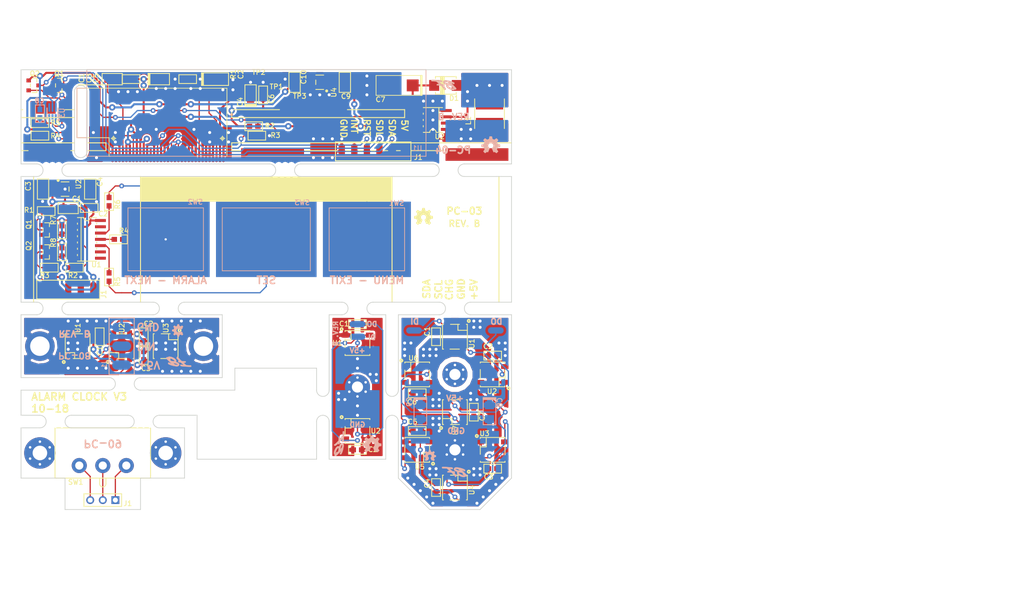
<source format=kicad_pcb>
(kicad_pcb (version 20171130) (host pcbnew 5.0.0-fee4fd1~65~ubuntu17.10.1)
  (title_block (title "2-Layer panel") (date 2018-10-29) (rev A) (comment 1 --) (comment 2 --) (comment 3 "Alarm clock (V3)"))
  (layers (0 F.Cu signal) (31 B.Cu signal) (34 B.Paste user) (35 F.Paste user) (36 B.SilkS user) (37 F.SilkS user) (38 B.Mask user) (39 F.Mask user) (44 Edge.Cuts user))
  (net 0 "")
  (net 1 GND)
  (net 2 "Net-(R1-Pad1)")
  (net 3 /SDA)
  (net 4 /SCL)
  (net 5 +5V)
  (net 6 "Net-(C1-Pad2)")
  (net 7 "Net-(C2-PadA)")
  (net 8 +12V)
  (net 9 /SW_12V)
  (net 10 "Net-(U2-Pad2)")
  (net 11 "Net-(U2-Pad6)")
  (net 12 "Net-(U2-Pad5)")
  (net 13 /~RESET)
  (net 14 +3V3)
  (net 15 /SDA_3V3)
  (net 16 /SCL_3V3)
  (net 17 "Net-(U4-Pad4)")
  (net 18 "Net-(U2-Pad7)")
  (net 19 "Net-(U1-Pad12)")
  (net 20 "Net-(U1-Pad2)")
  (net 21 /INT)
  (net 22 "Net-(U1-Pad4)")
  (net 23 "Net-(U1-Pad7)")
  (net 24 "Net-(U1-Pad9)")
  (net 25 "Net-(U1-Pad8)")
  (net 26 "Net-(R4-Pad1)")
  (net 27 /E_LEFT)
  (net 28 "Net-(R5-Pad1)")
  (net 29 /E_SET)
  (net 30 "Net-(R6-Pad1)")
  (net 31 /E_RIGHT)
  (net 32 /~CHANGE)
  (net 33 "Net-(U2-Pad4)")
  (net 34 /SCL_5V)
  (net 35 /SDA_5V)
  (net 36 "Net-(U1-Pad13)")
  (net 37 "Net-(J1-Pad2)")
  (net 38 "Net-(U3-Pad2)")
  (net 39 "Net-(J1-Pad1)")
  (net 40 "Net-(J1-Pad3)")
  (net 41 /DIN)
  (net 42 "Net-(U4-Pad2)")
  (net 43 "Net-(U5-Pad2)")
  (net 44 "Net-(U6-Pad2)")
  (net 45 /DOUT)
  (net 46 "Net-(H1-Pad1)")
  (net 47 "Net-(H2-Pad1)")
  (net 48 "Net-(H3-Pad1)")
  (net 49 "Net-(H4-Pad1)")
  (net 50 "Net-(H5-Pad1)")
  (module Symbols:Gauge-XY-100mm (layer F.Cu) (at 85.09 148.59)
    (fp_text reference REF** hide)
    (fp_text value VAL** hide)
  )
  (module misc:mousebite-double-62-small (layer F.Cu) (at 146.05 127.635 180)
    (fp_text reference REF** hide)
    (fp_text value VAL** hide)
    (pad "" np_thru_hole circle (at 0.889 1.27 180) (size 0.762 0.762) (drill 0.762) (layers *.Cu) (clearance 0.254))
    (pad "" np_thru_hole circle (at 0.889 -1.27 180) (size 0.762 0.762) (drill 0.762) (layers *.Cu) (clearance 0.254))
    (pad "" np_thru_hole circle (at 0.889 0 180) (size 0.762 0.762) (drill 0.762) (layers *.Cu) (clearance 0.254))
    (pad "" np_thru_hole circle (at -0.889 1.27 180) (size 0.762 0.762) (drill 0.762) (layers *.Cu) (clearance 0.254))
    (pad "" np_thru_hole circle (at -0.889 -1.27 180) (size 0.762 0.762) (drill 0.762) (layers *.Cu) (clearance 0.254))
    (pad "" np_thru_hole circle (at -0.889 0 180) (size 0.762 0.762) (drill 0.762) (layers *.Cu) (clearance 0.254))
  )
  (module misc:mousebite-double-62-small (layer F.Cu) (at 153.035 107.95 90)
    (fp_text reference REF** hide)
    (fp_text value VAL** hide)
    (pad "" np_thru_hole circle (at -0.889 0 90) (size 0.762 0.762) (drill 0.762) (layers *.Cu) (clearance 0.254))
    (pad "" np_thru_hole circle (at -0.889 -1.27 90) (size 0.762 0.762) (drill 0.762) (layers *.Cu) (clearance 0.254))
    (pad "" np_thru_hole circle (at -0.889 1.27 90) (size 0.762 0.762) (drill 0.762) (layers *.Cu) (clearance 0.254))
    (pad "" np_thru_hole circle (at 0.889 0 90) (size 0.762 0.762) (drill 0.762) (layers *.Cu) (clearance 0.254))
    (pad "" np_thru_hole circle (at 0.889 -1.27 90) (size 0.762 0.762) (drill 0.762) (layers *.Cu) (clearance 0.254))
    (pad "" np_thru_hole circle (at 0.889 1.27 90) (size 0.762 0.762) (drill 0.762) (layers *.Cu) (clearance 0.254))
  )
  (module misc:mousebite-double-62-small (layer F.Cu) (at 160.02 127.635 180)
    (fp_text reference REF** hide)
    (fp_text value VAL** hide)
    (pad "" np_thru_hole circle (at -0.889 0 180) (size 0.762 0.762) (drill 0.762) (layers *.Cu) (clearance 0.254))
    (pad "" np_thru_hole circle (at -0.889 -1.27 180) (size 0.762 0.762) (drill 0.762) (layers *.Cu) (clearance 0.254))
    (pad "" np_thru_hole circle (at -0.889 1.27 180) (size 0.762 0.762) (drill 0.762) (layers *.Cu) (clearance 0.254))
    (pad "" np_thru_hole circle (at 0.889 0 180) (size 0.762 0.762) (drill 0.762) (layers *.Cu) (clearance 0.254))
    (pad "" np_thru_hole circle (at 0.889 -1.27 180) (size 0.762 0.762) (drill 0.762) (layers *.Cu) (clearance 0.254))
    (pad "" np_thru_hole circle (at 0.889 1.27 180) (size 0.762 0.762) (drill 0.762) (layers *.Cu) (clearance 0.254))
  )
  (module misc:mousebite-double-62-small (layer F.Cu) (at 172.72 107.95 90)
    (fp_text reference REF** hide)
    (fp_text value VAL** hide)
    (pad "" np_thru_hole circle (at -0.889 0 90) (size 0.762 0.762) (drill 0.762) (layers *.Cu) (clearance 0.254))
    (pad "" np_thru_hole circle (at -0.889 -1.27 90) (size 0.762 0.762) (drill 0.762) (layers *.Cu) (clearance 0.254))
    (pad "" np_thru_hole circle (at -0.889 1.27 90) (size 0.762 0.762) (drill 0.762) (layers *.Cu) (clearance 0.254))
    (pad "" np_thru_hole circle (at 0.889 0 90) (size 0.762 0.762) (drill 0.762) (layers *.Cu) (clearance 0.254))
    (pad "" np_thru_hole circle (at 0.889 -1.27 90) (size 0.762 0.762) (drill 0.762) (layers *.Cu) (clearance 0.254))
    (pad "" np_thru_hole circle (at 0.889 1.27 90) (size 0.762 0.762) (drill 0.762) (layers *.Cu) (clearance 0.254))
  )
  (module misc:mousebite-double-62-small (layer F.Cu) (at 114.935 107.95 90)
    (fp_text reference REF** hide)
    (fp_text value VAL** hide)
    (pad "" np_thru_hole circle (at -0.889 0 90) (size 0.762 0.762) (drill 0.762) (layers *.Cu) (clearance 0.254))
    (pad "" np_thru_hole circle (at -0.889 -1.27 90) (size 0.762 0.762) (drill 0.762) (layers *.Cu) (clearance 0.254))
    (pad "" np_thru_hole circle (at -0.889 1.27 90) (size 0.762 0.762) (drill 0.762) (layers *.Cu) (clearance 0.254))
    (pad "" np_thru_hole circle (at 0.889 0 90) (size 0.762 0.762) (drill 0.762) (layers *.Cu) (clearance 0.254))
    (pad "" np_thru_hole circle (at 0.889 -1.27 90) (size 0.762 0.762) (drill 0.762) (layers *.Cu) (clearance 0.254))
    (pad "" np_thru_hole circle (at 0.889 1.27 90) (size 0.762 0.762) (drill 0.762) (layers *.Cu) (clearance 0.254))
  )
  (module misc:mousebite-double-62-small (layer F.Cu) (at 91.44 107.95 90)
    (fp_text reference REF** hide)
    (fp_text value VAL** hide)
    (pad "" np_thru_hole circle (at -0.889 0 90) (size 0.762 0.762) (drill 0.762) (layers *.Cu) (clearance 0.254))
    (pad "" np_thru_hole circle (at -0.889 -1.27 90) (size 0.762 0.762) (drill 0.762) (layers *.Cu) (clearance 0.254))
    (pad "" np_thru_hole circle (at -0.889 1.27 90) (size 0.762 0.762) (drill 0.762) (layers *.Cu) (clearance 0.254))
    (pad "" np_thru_hole circle (at 0.889 0 90) (size 0.762 0.762) (drill 0.762) (layers *.Cu) (clearance 0.254))
    (pad "" np_thru_hole circle (at 0.889 -1.27 90) (size 0.762 0.762) (drill 0.762) (layers *.Cu) (clearance 0.254))
    (pad "" np_thru_hole circle (at 0.889 1.27 90) (size 0.762 0.762) (drill 0.762) (layers *.Cu) (clearance 0.254))
  )
  (module misc:mousebite-double-62-small (layer F.Cu) (at 171.45 80.01 90)
    (fp_text reference REF** hide)
    (fp_text value VAL** hide)
    (pad "" np_thru_hole circle (at -0.889 0 90) (size 0.762 0.762) (drill 0.762) (layers *.Cu) (clearance 0.254))
    (pad "" np_thru_hole circle (at -0.889 -1.27 90) (size 0.762 0.762) (drill 0.762) (layers *.Cu) (clearance 0.254))
    (pad "" np_thru_hole circle (at -0.889 1.27 90) (size 0.762 0.762) (drill 0.762) (layers *.Cu) (clearance 0.254))
    (pad "" np_thru_hole circle (at 0.889 0 90) (size 0.762 0.762) (drill 0.762) (layers *.Cu) (clearance 0.254))
    (pad "" np_thru_hole circle (at 0.889 -1.27 90) (size 0.762 0.762) (drill 0.762) (layers *.Cu) (clearance 0.254))
    (pad "" np_thru_hole circle (at 0.889 1.27 90) (size 0.762 0.762) (drill 0.762) (layers *.Cu) (clearance 0.254))
  )
  (module misc:mousebite-double-62-small (layer F.Cu) (at 138.43 80.01 90)
    (fp_text reference REF** hide)
    (fp_text value VAL** hide)
    (pad "" np_thru_hole circle (at -0.889 0 90) (size 0.762 0.762) (drill 0.762) (layers *.Cu) (clearance 0.254))
    (pad "" np_thru_hole circle (at -0.889 -1.27 90) (size 0.762 0.762) (drill 0.762) (layers *.Cu) (clearance 0.254))
    (pad "" np_thru_hole circle (at -0.889 1.27 90) (size 0.762 0.762) (drill 0.762) (layers *.Cu) (clearance 0.254))
    (pad "" np_thru_hole circle (at 0.889 0 90) (size 0.762 0.762) (drill 0.762) (layers *.Cu) (clearance 0.254))
    (pad "" np_thru_hole circle (at 0.889 -1.27 90) (size 0.762 0.762) (drill 0.762) (layers *.Cu) (clearance 0.254))
    (pad "" np_thru_hole circle (at 0.889 1.27 90) (size 0.762 0.762) (drill 0.762) (layers *.Cu) (clearance 0.254))
  )
  (module smt-sot:SOT23-5 (layer F.Cu) (at 93.98 83.82 270)
    (fp_text reference U2 (at 0.127 -3.302 90) (layer F.SilkS) (effects (font (thickness 0.18)) (justify left bottom)))
    (fp_text value LP2981-33DBVT hide)
    (pad 1 smd rect (at -0.95 1.4 270) (size 0.65 1.2) (layers F.Cu F.Paste F.Mask) (net 5 +5V))
    (pad 2 smd rect (at 0 1.4 270) (size 0.65 1.2) (layers F.Cu F.Paste F.Mask) (net 1 GND))
    (pad 3 smd rect (at 0.95 1.4 270) (size 0.65 1.2) (layers F.Cu F.Paste F.Mask) (net 5 +5V))
    (pad 4 smd rect (at 0.95 -1.4 270) (size 0.65 1.2) (layers F.Cu F.Paste F.Mask) (net 33 "Net-(U2-Pad4)"))
    (pad 5 smd rect (at -0.95 -1.4 270) (size 0.65 1.2) (layers F.Cu F.Paste F.Mask) (net 14 +3V3))
  )
  (module smt:R-0603 (layer F.Cu) (at 93.345 92.075 90)
    (fp_text reference R7 (at 0.889 -1.143 270) (layer F.SilkS) (effects (font (thickness 0.18)) (justify left bottom)))
    (fp_text value 10k hide)
    (pad 1 smd rect (at -0.85 0 90) (size 1.1 1) (layers F.Cu F.Paste F.Mask) (net 15 /SDA_3V3))
    (pad 2 smd rect (at 0.85 0 90) (size 1.1 1) (layers F.Cu F.Paste F.Mask) (net 14 +3V3))
  )
  (module smt:C-0805 (layer F.Cu) (at 94.615 87.63 180)
    (fp_text reference C1 (at -0.635 1.27 180) (layer F.SilkS) (effects (font (thickness 0.18)) (justify left bottom)))
    (fp_text value 1uF hide)
    (pad 1 smd rect (at -0.95 0 180) (size 1.3 1.5) (layers F.Cu F.Paste F.Mask) (net 14 +3V3))
    (pad 2 smd rect (at 0.95 0 180) (size 1.3 1.5) (layers F.Cu F.Paste F.Mask) (net 1 GND))
  )
  (module smt:C-0603 (layer F.Cu) (at 98.845 87.63)
    (fp_text reference C2 (at 1.739 1.778) (layer F.SilkS) (effects (font (thickness 0.18)) (justify left bottom)))
    (fp_text value 100nF hide)
    (pad 1 smd rect (at -0.85 0) (size 1.1 1) (layers F.Cu F.Paste F.Mask) (net 14 +3V3))
    (pad 2 smd rect (at 0.85 0) (size 1.1 1) (layers F.Cu F.Paste F.Mask) (net 1 GND))
  )
  (module smt:C-0805 (layer F.Cu) (at 89.535 83.82 90)
    (fp_text reference C3 (at -0.508 -2.413 90) (layer F.SilkS) (effects (font (thickness 0.18)) (justify left bottom)))
    (fp_text value 1uF hide)
    (pad 1 smd rect (at -0.95 0 90) (size 1.3 1.5) (layers F.Cu F.Paste F.Mask) (net 1 GND))
    (pad 2 smd rect (at 0.95 0 90) (size 1.3 1.5) (layers F.Cu F.Paste F.Mask) (net 5 +5V))
  )
  (module smt:C-0805 (layer F.Cu) (at 99.06 83.82 90)
    (fp_text reference C4 (at 0.381 2.54 90) (layer F.SilkS) (effects (font (thickness 0.18)) (justify left bottom)))
    (fp_text value 3.3uF hide)
    (pad 1 smd rect (at -0.95 0 90) (size 1.3 1.5) (layers F.Cu F.Paste F.Mask) (net 1 GND))
    (pad 2 smd rect (at 0.95 0 90) (size 1.3 1.5) (layers F.Cu F.Paste F.Mask) (net 14 +3V3))
  )
  (module conn-wire-pads:WP-50mil-1x05 (layer F.Cu) (at 94.615 104.14)
    (fp_text reference J1 (at 7.747 1.905 90) (layer F.SilkS) (effects (font (thickness 0.18)) (justify left bottom)))
    (fp_text value HEADER-1x05 hide)
    (pad 1 smd oval (at -5.08 0) (size 1.27 3.175) (layers F.Cu F.Paste F.Mask) (net 35 /SDA_5V))
    (pad 2 smd oval (at -2.54 0) (size 1.27 3.175) (layers F.Cu F.Paste F.Mask) (net 34 /SCL_5V))
    (pad 3 smd oval (at 0 0) (size 1.27 3.175) (layers F.Cu F.Paste F.Mask) (net 32 /~CHANGE))
    (pad 5 smd oval (at 5.08 0) (size 1.27 3.175) (layers F.Cu F.Paste F.Mask) (net 5 +5V))
    (pad 4 smd oval (at 2.54 0) (size 1.27 3.175) (layers F.Cu F.Paste F.Mask) (net 1 GND))
  )
  (module smt:R-0603 (layer F.Cu) (at 90.17 88.265)
    (fp_text reference R1 (at -4.572 0.381) (layer F.SilkS) (effects (font (thickness 0.18)) (justify left bottom)))
    (fp_text value 10k hide)
    (pad 1 smd rect (at -0.85 0) (size 1.1 1) (layers F.Cu F.Paste F.Mask) (net 35 /SDA_5V))
    (pad 2 smd rect (at 0.85 0) (size 1.1 1) (layers F.Cu F.Paste F.Mask) (net 5 +5V))
  )
  (module smt:R-0603 (layer F.Cu) (at 95.885 99.695)
    (fp_text reference R2 (at -1.397 2.159) (layer F.SilkS) (effects (font (thickness 0.18)) (justify left bottom)))
    (fp_text value 100k hide)
    (pad 1 smd rect (at -0.85 0) (size 1.1 1) (layers F.Cu F.Paste F.Mask) (net 14 +3V3))
    (pad 2 smd rect (at 0.85 0) (size 1.1 1) (layers F.Cu F.Paste F.Mask) (net 32 /~CHANGE))
  )
  (module smt:R-0603 (layer F.Cu) (at 90.805 99.695)
    (fp_text reference R3 (at -2.032 2.159 180) (layer F.SilkS) (effects (font (thickness 0.18)) (justify left bottom)))
    (fp_text value 10k hide)
    (pad 1 smd rect (at -0.85 0) (size 1.1 1) (layers F.Cu F.Paste F.Mask) (net 34 /SCL_5V))
    (pad 2 smd rect (at 0.85 0) (size 1.1 1) (layers F.Cu F.Paste F.Mask) (net 5 +5V))
  )
  (module smt:R-0603 (layer F.Cu) (at 104.775 93.98)
    (fp_text reference R4 (at 0 -1.143) (layer F.SilkS) (effects (font (thickness 0.18)) (justify left bottom)))
    (fp_text value 470 hide)
    (pad 1 smd rect (at -0.85 0) (size 1.1 1) (layers F.Cu F.Paste F.Mask) (net 26 "Net-(R4-Pad1)"))
    (pad 2 smd rect (at 0.85 0) (size 1.1 1) (layers F.Cu F.Paste F.Mask) (net 31 /E_RIGHT))
  )
  (module smt:R-0603 (layer F.Cu) (at 102.87 101.6 270)
    (fp_text reference R5 (at 2.032 -2.286 270) (layer F.SilkS) (effects (font (thickness 0.18)) (justify left bottom)))
    (fp_text value 470 hide)
    (pad 1 smd rect (at -0.85 0 270) (size 1.1 1) (layers F.Cu F.Paste F.Mask) (net 28 "Net-(R5-Pad1)"))
    (pad 2 smd rect (at 0.85 0 270) (size 1.1 1) (layers F.Cu F.Paste F.Mask) (net 29 /E_SET))
  )
  (module smt:R-0603 (layer F.Cu) (at 102.87 86.36 90)
    (fp_text reference R6 (at -1.651 2.286 90) (layer F.SilkS) (effects (font (thickness 0.18)) (justify left bottom)))
    (fp_text value 470 hide)
    (pad 1 smd rect (at -0.85 0 90) (size 1.1 1) (layers F.Cu F.Paste F.Mask) (net 30 "Net-(R6-Pad1)"))
    (pad 2 smd rect (at 0.85 0 90) (size 1.1 1) (layers F.Cu F.Paste F.Mask) (net 27 /E_LEFT))
  )
  (module smt:R-0603 (layer F.Cu) (at 93.345 96.52 90)
    (fp_text reference R8 (at 0.762 -1.143 90) (layer F.SilkS) (effects (font (thickness 0.18)) (justify left bottom)))
    (fp_text value 10k hide)
    (pad 1 smd rect (at -0.85 0 90) (size 1.1 1) (layers F.Cu F.Paste F.Mask) (net 16 /SCL_3V3))
    (pad 2 smd rect (at 0.85 0 90) (size 1.1 1) (layers F.Cu F.Paste F.Mask) (net 14 +3V3))
  )
  (module smt-soic:SOIC14N (layer F.Cu) (at 98.425 93.98 270)
    (fp_text reference U1 (at 5.715 -0.762) (layer F.SilkS) (effects (font (thickness 0.18)) (justify left bottom)))
    (fp_text value AT42QT1070 hide)
    (pad 2 smd rect (at -2.54 2.7 270) (size 0.6 2.2) (layers F.Cu F.Paste F.Mask) (net 1 GND))
    (pad 13 smd rect (at -2.54 -2.7 270) (size 0.6 2.2) (layers F.Cu F.Paste F.Mask) (net 36 "Net-(U1-Pad13)"))
    (pad 1 smd rect (at -3.81 2.7 270) (size 0.6 2.2) (layers F.Cu F.Paste F.Mask) (net 14 +3V3))
    (pad 3 smd rect (at -1.27 2.7 270) (size 0.6 2.2) (layers F.Cu F.Paste F.Mask) (net 15 /SDA_3V3))
    (pad 4 smd rect (at 0 2.7 270) (size 0.6 2.2) (layers F.Cu F.Paste F.Mask) (net 22 "Net-(U1-Pad4)"))
    (pad 14 smd rect (at -3.81 -2.7 270) (size 0.6 2.2) (layers F.Cu F.Paste F.Mask) (net 1 GND))
    (pad 12 smd rect (at -1.27 -2.7 270) (size 0.6 2.2) (layers F.Cu F.Paste F.Mask) (net 30 "Net-(R6-Pad1)"))
    (pad 11 smd rect (at 0 -2.7 270) (size 0.6 2.2) (layers F.Cu F.Paste F.Mask) (net 26 "Net-(R4-Pad1)"))
    (pad 5 smd rect (at 1.27 2.7 270) (size 0.6 2.2) (layers F.Cu F.Paste F.Mask) (net 32 /~CHANGE))
    (pad 6 smd rect (at 2.54 2.7 270) (size 0.6 2.2) (layers F.Cu F.Paste F.Mask) (net 16 /SCL_3V3))
    (pad 7 smd rect (at 3.81 2.7 270) (size 0.6 2.2) (layers F.Cu F.Paste F.Mask) (net 23 "Net-(U1-Pad7)"))
    (pad 10 smd rect (at 1.27 -2.7 270) (size 0.6 2.2) (layers F.Cu F.Paste F.Mask) (net 28 "Net-(R5-Pad1)"))
    (pad 9 smd rect (at 2.54 -2.7 270) (size 0.6 2.2) (layers F.Cu F.Paste F.Mask) (net 24 "Net-(U1-Pad9)"))
    (pad 8 smd rect (at 3.81 -2.7 270) (size 0.6 2.2) (layers F.Cu F.Paste F.Mask) (net 25 "Net-(U1-Pad8)"))
  )
  (module smt-sot:SOT23 (layer F.Cu) (at 90.17 92.075 270)
    (fp_text reference Q1 (at 0 2.921 90) (layer F.SilkS) (effects (font (thickness 0.18)) (justify left bottom)))
    (fp_text value BSS138 hide)
    (pad 1 smd rect (at -1 1 270) (size 0.8 0.9) (layers F.Cu F.Paste F.Mask) (net 14 +3V3))
    (pad 2 smd rect (at 1 1 270) (size 0.8 0.9) (layers F.Cu F.Paste F.Mask) (net 15 /SDA_3V3))
    (pad 3 smd rect (at 0 -1 270) (size 0.8 0.9) (layers F.Cu F.Paste F.Mask) (net 35 /SDA_5V))
  )
  (module smt-sot:SOT23 (layer F.Cu) (at 90.17 96.52 270)
    (fp_text reference Q2 (at -0.127 2.921 90) (layer F.SilkS) (effects (font (thickness 0.18)) (justify left bottom)))
    (fp_text value BSS138 hide)
    (pad 1 smd rect (at -1 1 270) (size 0.8 0.9) (layers F.Cu F.Paste F.Mask) (net 14 +3V3))
    (pad 2 smd rect (at 1 1 270) (size 0.8 0.9) (layers F.Cu F.Paste F.Mask) (net 16 /SCL_3V3))
    (pad 3 smd rect (at 0 -1 270) (size 0.8 0.9) (layers F.Cu F.Paste F.Mask) (net 34 /SCL_5V))
  )
  (module conn-wire-pads:TouchPad-700x600 (layer B.Cu) (at 154.94 93.98 180)
    (fp_text reference SW1 (at -7.62 6.731 180) (layer B.SilkS) (effects (font (thickness 0.18)) (justify left bottom mirror)))
    (fp_text value ALARM hide)
    (pad 1 smd rect (at 0 0 180) (size 17.78 15.24) (layers B.Cu) (net 27 /E_LEFT))
  )
  (module conn-wire-pads:TouchPad-700x600 (layer B.Cu) (at 114.3 93.98 180)
    (fp_text reference SW2 (at -7.62 6.985 180) (layer B.SilkS) (effects (font (thickness 0.18)) (justify left bottom mirror)))
    (fp_text value MENU hide)
    (pad 1 smd rect (at 0 0 180) (size 17.78 15.24) (layers B.Cu) (net 31 /E_RIGHT))
  )
  (module conn-wire-pads:TouchPad-800x600 (layer B.Cu) (at 134.62 93.98)
    (fp_text reference SW3 (at 8.89 -6.858) (layer B.SilkS) (effects (font (thickness 0.18)) (justify left bottom mirror)))
    (fp_text value SET hide)
    (pad 1 smd rect (at 0 0) (size 20.32 15.24) (layers B.Cu) (net 29 /E_SET))
  )
  (module symbols:LOGO-OSHW-150 (layer F.Cu) (at 166.37 89.535)
    (fp_text reference REF** hide)
    (fp_text value VAL** hide)
  )
  (module misc:mousebite-double-62-small (layer F.Cu) (at 91.44 80.01 90)
    (fp_text reference REF** hide)
    (fp_text value VAL** hide)
    (pad "" np_thru_hole circle (at -0.889 0 90) (size 0.762 0.762) (drill 0.762) (layers *.Cu) (clearance 0.254))
    (pad "" np_thru_hole circle (at -0.889 -1.27 90) (size 0.762 0.762) (drill 0.762) (layers *.Cu) (clearance 0.254))
    (pad "" np_thru_hole circle (at -0.889 1.27 90) (size 0.762 0.762) (drill 0.762) (layers *.Cu) (clearance 0.254))
    (pad "" np_thru_hole circle (at 0.889 0 90) (size 0.762 0.762) (drill 0.762) (layers *.Cu) (clearance 0.254))
    (pad "" np_thru_hole circle (at 0.889 -1.27 90) (size 0.762 0.762) (drill 0.762) (layers *.Cu) (clearance 0.254))
    (pad "" np_thru_hole circle (at 0.889 1.27 90) (size 0.762 0.762) (drill 0.762) (layers *.Cu) (clearance 0.254))
  )
  (module misc:mousebite-single-62-small (layer F.Cu) (at 106.045 123.19 270)
    (fp_text reference REF** hide)
    (fp_text value VAL** hide)
    (pad "" np_thru_hole circle (at -0.889 0 270) (size 0.762 0.762) (drill 0.762) (layers *.Cu) (clearance 0.254))
    (pad "" np_thru_hole circle (at -0.889 -1.27 270) (size 0.762 0.762) (drill 0.762) (layers *.Cu) (clearance 0.254))
    (pad "" np_thru_hole circle (at -0.889 1.27 270) (size 0.762 0.762) (drill 0.762) (layers *.Cu) (clearance 0.254))
  )
  (module conn-wire-pads:Hole-Screw-#4 (layer F.Cu) (at 114.3 137.16 180)
    (fp_text reference H1 hide)
    (fp_text value Hole hide)
    (pad P thru_hole circle (at 0 0 180) (size 6.35 6.35) (drill 2.9464) (layers *.Cu *.Mask) (net 1 GND) (clearance 1.016))
    (pad P thru_hole circle (at 0 -2.286 180) (size 1.016 1.016) (drill 0.508) (layers *.Cu) (net 1 GND))
    (pad P thru_hole circle (at -1.979734 -1.143 240) (size 1.016 1.016) (drill 0.508) (layers *.Cu) (net 1 GND))
    (pad P thru_hole circle (at -1.979734 1.143 300) (size 1.016 1.016) (drill 0.508) (layers *.Cu) (net 1 GND))
    (pad P thru_hole circle (at 0 2.286) (size 1.016 1.016) (drill 0.508) (layers *.Cu) (net 1 GND))
    (pad P thru_hole circle (at 1.979734 1.143 60) (size 1.016 1.016) (drill 0.508) (layers *.Cu) (net 1 GND))
    (pad P thru_hole circle (at 1.979734 -1.143 120) (size 1.016 1.016) (drill 0.508) (layers *.Cu) (net 1 GND))
  )
  (module conn-wire-pads:Hole-Screw-#4 (layer F.Cu) (at 88.9 137.16 180)
    (fp_text reference H2 hide)
    (fp_text value Hole hide)
    (pad P thru_hole circle (at 0 0 180) (size 6.35 6.35) (drill 2.9464) (layers *.Cu *.Mask) (net 1 GND) (clearance 1.016))
    (pad P thru_hole circle (at 0 -2.286 180) (size 1.016 1.016) (drill 0.508) (layers *.Cu) (net 1 GND))
    (pad P thru_hole circle (at -1.979734 -1.143 240) (size 1.016 1.016) (drill 0.508) (layers *.Cu) (net 1 GND))
    (pad P thru_hole circle (at -1.979734 1.143 300) (size 1.016 1.016) (drill 0.508) (layers *.Cu) (net 1 GND))
    (pad P thru_hole circle (at 0 2.286) (size 1.016 1.016) (drill 0.508) (layers *.Cu) (net 1 GND))
    (pad P thru_hole circle (at 1.979734 1.143 60) (size 1.016 1.016) (drill 0.508) (layers *.Cu) (net 1 GND))
    (pad P thru_hole circle (at 1.979734 -1.143 120) (size 1.016 1.016) (drill 0.508) (layers *.Cu) (net 1 GND))
  )
  (module conn-header:HDR-M-1x03 (layer F.Cu) (at 101.6 146.685 180)
    (fp_text reference J1 (at -4.064 -1.27 180) (layer F.SilkS) (effects (font (thickness 0.18)) (justify left bottom)))
    (fp_text value HEADER-1x03 hide)
    (pad 1 thru_hole rect (at -2.54 0 180) (size 1.6 1.6) (drill 1) (layers *.Cu *.Mask) (net 39 "Net-(J1-Pad1)"))
    (pad 2 thru_hole circle (at 0 0 180) (size 1.6 1.6) (drill 1) (layers *.Cu *.Mask) (net 37 "Net-(J1-Pad2)"))
    (pad 3 thru_hole circle (at 2.54 0 180) (size 1.6 1.6) (drill 1) (layers *.Cu *.Mask) (net 40 "Net-(J1-Pad3)"))
  )
  (module switches:CK_L102XXXML04 (layer F.Cu) (at 101.6 132.08 180)
    (fp_text reference SW1 (at 7.112 -11.557 180) (layer F.SilkS) (effects (font (thickness 0.18)) (justify left bottom)))
    (fp_text value L102011ML04Q hide)
    (pad 1 thru_hole circle (at -4.7498 -7.62 180) (size 3.048 3.048) (drill 1.651) (layers *.Cu *.Mask) (net 39 "Net-(J1-Pad1)"))
    (pad 2 thru_hole circle (at 0 -7.62 180) (size 3.048 3.048) (drill 1.651) (layers *.Cu *.Mask) (net 37 "Net-(J1-Pad2)"))
    (pad 3 thru_hole circle (at 4.7498 -7.62 180) (size 3.048 3.048) (drill 1.651) (layers *.Cu *.Mask) (net 40 "Net-(J1-Pad3)"))
  )
  (module misc:mousebite-single-62-small (layer F.Cu) (at 92.075 130.81 90)
    (fp_text reference REF** hide)
    (fp_text value VAL** hide)
    (pad "" np_thru_hole circle (at -0.889 0 90) (size 0.762 0.762) (drill 0.762) (layers *.Cu) (clearance 0.254))
    (pad "" np_thru_hole circle (at -0.889 -1.27 90) (size 0.762 0.762) (drill 0.762) (layers *.Cu) (clearance 0.254))
    (pad "" np_thru_hole circle (at -0.889 1.27 90) (size 0.762 0.762) (drill 0.762) (layers *.Cu) (clearance 0.254))
  )
  (module misc:mousebite-single-62-small (layer F.Cu) (at 109.855 130.81 90)
    (fp_text reference REF** hide)
    (fp_text value VAL** hide)
    (pad "" np_thru_hole circle (at -0.889 0 90) (size 0.762 0.762) (drill 0.762) (layers *.Cu) (clearance 0.254))
    (pad "" np_thru_hole circle (at -0.889 -1.27 90) (size 0.762 0.762) (drill 0.762) (layers *.Cu) (clearance 0.254))
    (pad "" np_thru_hole circle (at -0.889 1.27 90) (size 0.762 0.762) (drill 0.762) (layers *.Cu) (clearance 0.254))
  )
  (module SMT:LED-5050 (layer F.Cu) (at 180.34 136.525 180)
    (fp_text reference U3 (at 1.651 3.302 180) (layer F.SilkS) (effects (font (thickness 0.18))))
    (fp_text value WS2812B hide)
    (pad 2 smd rect (at -2.45 1.6 180) (size 1.5 1) (layers F.Cu F.Paste F.Mask) (net 38 "Net-(U3-Pad2)"))
    (pad 3 smd rect (at 2.45 1.6 180) (size 1.5 1) (layers F.Cu F.Paste F.Mask) (net 1 GND))
    (pad 4 smd rect (at 2.45 -1.6 180) (size 1.5 1) (layers F.Cu F.Paste F.Mask) (net 10 "Net-(U2-Pad2)"))
    (pad 1 smd rect (at -2.45 -1.6 180) (size 1.5 1) (layers F.Cu F.Paste F.Mask) (net 5 +5V))
  )
  (module SMT:LED-5050 (layer F.Cu) (at 172.72 144.145 90)
    (fp_text reference U4 (at -0.508 3.429 90) (layer F.SilkS) (effects (font (thickness 0.18))))
    (fp_text value WS2812B hide)
    (pad 2 smd rect (at -2.45 1.6 90) (size 1.5 1) (layers F.Cu F.Paste F.Mask) (net 42 "Net-(U4-Pad2)"))
    (pad 3 smd rect (at 2.45 1.6 90) (size 1.5 1) (layers F.Cu F.Paste F.Mask) (net 1 GND))
    (pad 4 smd rect (at 2.45 -1.6 90) (size 1.5 1) (layers F.Cu F.Paste F.Mask) (net 38 "Net-(U3-Pad2)"))
    (pad 1 smd rect (at -2.45 -1.6 90) (size 1.5 1) (layers F.Cu F.Paste F.Mask) (net 5 +5V))
  )
  (module SMT:LED-5050 (layer F.Cu) (at 165.1 136.525)
    (fp_text reference U5 (at 0.508 3.429) (layer F.SilkS) (effects (font (thickness 0.18))))
    (fp_text value WS2812B hide)
    (pad 2 smd rect (at -2.45 1.6) (size 1.5 1) (layers F.Cu F.Paste F.Mask) (net 43 "Net-(U5-Pad2)"))
    (pad 3 smd rect (at 2.45 1.6) (size 1.5 1) (layers F.Cu F.Paste F.Mask) (net 1 GND))
    (pad 4 smd rect (at 2.45 -1.6) (size 1.5 1) (layers F.Cu F.Paste F.Mask) (net 42 "Net-(U4-Pad2)"))
    (pad 1 smd rect (at -2.45 -1.6) (size 1.5 1) (layers F.Cu F.Paste F.Mask) (net 5 +5V))
  )
  (module Conn-Wire-Pads:Hole-Screw-#2 (layer F.Cu) (at 172.72 136.525)
    (fp_text reference H2 hide)
    (fp_text value Hole hide)
    (pad P thru_hole circle (at 0 0) (size 5.08 5.08) (drill 2.2606) (layers *.Cu *.Mask) (net 1 GND) (clearance 1.016))
    (pad P thru_hole circle (at 0 -1.905) (size 1.016 1.016) (drill 0.508) (layers *.Cu) (net 1 GND) (clearance 0.0254))
    (pad P thru_hole circle (at -1.649778 -0.9525 60) (size 1.016 1.016) (drill 0.508) (layers *.Cu) (net 1 GND) (clearance 0.0254))
    (pad P thru_hole circle (at -1.649778 0.9525 120) (size 1.016 1.016) (drill 0.508) (layers *.Cu) (net 1 GND) (clearance 0.0254))
    (pad P thru_hole circle (at 0 1.905 180) (size 1.016 1.016) (drill 0.508) (layers *.Cu) (net 1 GND) (clearance 0.0254))
    (pad P thru_hole circle (at 1.649778 0.9525 240) (size 1.016 1.016) (drill 0.508) (layers *.Cu) (net 1 GND) (clearance 0.0254))
    (pad P thru_hole circle (at 1.649778 -0.9525 300) (size 1.016 1.016) (drill 0.508) (layers *.Cu) (net 1 GND) (clearance 0.0254))
  )
  (module SMT:LED-5050 (layer F.Cu) (at 172.72 128.905 270)
    (fp_text reference U7 (at 3.683 -0.127 270) (layer F.SilkS) (effects (font (thickness 0.18))))
    (fp_text value WS2812B hide)
    (pad 2 smd rect (at -2.45 1.6 270) (size 1.5 1) (layers F.Cu F.Paste F.Mask) (net 45 /DOUT))
    (pad 3 smd rect (at 2.45 1.6 270) (size 1.5 1) (layers F.Cu F.Paste F.Mask) (net 1 GND))
    (pad 4 smd rect (at 2.45 -1.6 270) (size 1.5 1) (layers F.Cu F.Paste F.Mask) (net 44 "Net-(U6-Pad2)"))
    (pad 1 smd rect (at -2.45 -1.6 270) (size 1.5 1) (layers F.Cu F.Paste F.Mask) (net 5 +5V))
  )
  (module SMT:LED-5050 (layer F.Cu) (at 172.72 113.665 90)
    (fp_text reference U1 (at -1.397 3.429 90) (layer F.SilkS) (effects (font (thickness 0.18))))
    (fp_text value WS2812B hide)
    (pad 2 smd rect (at -2.45 1.6 90) (size 1.5 1) (layers F.Cu F.Paste F.Mask) (net 20 "Net-(U1-Pad2)"))
    (pad 3 smd rect (at 2.45 1.6 90) (size 1.5 1) (layers F.Cu F.Paste F.Mask) (net 1 GND))
    (pad 4 smd rect (at 2.45 -1.6 90) (size 1.5 1) (layers F.Cu F.Paste F.Mask) (net 41 /DIN))
    (pad 1 smd rect (at -2.45 -1.6 90) (size 1.5 1) (layers F.Cu F.Paste F.Mask) (net 5 +5V))
  )
  (module Conn-Wire-Pads:Hole-Screw-#2 (layer F.Cu) (at 172.72 121.285)
    (fp_text reference H1 hide)
    (fp_text value Hole hide)
    (pad P thru_hole circle (at 0 0) (size 5.08 5.08) (drill 2.2606) (layers *.Cu *.Mask) (net 1 GND) (clearance 1.016))
    (pad P thru_hole circle (at 0 -1.905) (size 1.016 1.016) (drill 0.508) (layers *.Cu) (net 1 GND) (clearance 0.0254))
    (pad P thru_hole circle (at -1.649778 -0.9525 60) (size 1.016 1.016) (drill 0.508) (layers *.Cu) (net 1 GND) (clearance 0.0254))
    (pad P thru_hole circle (at -1.649778 0.9525 120) (size 1.016 1.016) (drill 0.508) (layers *.Cu) (net 1 GND) (clearance 0.0254))
    (pad P thru_hole circle (at 0 1.905 180) (size 1.016 1.016) (drill 0.508) (layers *.Cu) (net 1 GND) (clearance 0.0254))
    (pad P thru_hole circle (at 1.649778 0.9525 240) (size 1.016 1.016) (drill 0.508) (layers *.Cu) (net 1 GND) (clearance 0.0254))
    (pad P thru_hole circle (at 1.649778 -0.9525 300) (size 1.016 1.016) (drill 0.508) (layers *.Cu) (net 1 GND) (clearance 0.0254))
  )
  (module SMT:LED-5050 (layer F.Cu) (at 180.34 121.285)
    (fp_text reference U2 (at -0.127 3.429) (layer F.SilkS) (effects (font (thickness 0.18))))
    (fp_text value WS2812B hide)
    (pad 2 smd rect (at -2.45 1.6) (size 1.5 1) (layers F.Cu F.Paste F.Mask) (net 10 "Net-(U2-Pad2)"))
    (pad 3 smd rect (at 2.45 1.6) (size 1.5 1) (layers F.Cu F.Paste F.Mask) (net 1 GND))
    (pad 4 smd rect (at 2.45 -1.6) (size 1.5 1) (layers F.Cu F.Paste F.Mask) (net 20 "Net-(U1-Pad2)"))
    (pad 1 smd rect (at -2.45 -1.6) (size 1.5 1) (layers F.Cu F.Paste F.Mask) (net 5 +5V))
  )
  (module SMT:LED-5050 (layer F.Cu) (at 165.1 121.285 180)
    (fp_text reference U6 (at 0.762 3.302 180) (layer F.SilkS) (effects (font (thickness 0.18))))
    (fp_text value WS2812B hide)
    (pad 2 smd rect (at -2.45 1.6 180) (size 1.5 1) (layers F.Cu F.Paste F.Mask) (net 44 "Net-(U6-Pad2)"))
    (pad 3 smd rect (at 2.45 1.6 180) (size 1.5 1) (layers F.Cu F.Paste F.Mask) (net 1 GND))
    (pad 4 smd rect (at 2.45 -1.6 180) (size 1.5 1) (layers F.Cu F.Paste F.Mask) (net 43 "Net-(U5-Pad2)"))
    (pad 1 smd rect (at -2.45 -1.6 180) (size 1.5 1) (layers F.Cu F.Paste F.Mask) (net 5 +5V))
  )
  (module SMT:C-0603 (layer F.Cu) (at 168.91 113.665 90)
    (fp_text reference C1 (at 0 -1.2065 90) (layer F.SilkS) (effects (font (thickness 0.18)) (justify left bottom)))
    (fp_text value 100nF hide)
    (pad 1 smd rect (at -0.85 0 90) (size 1.1 1) (layers F.Cu F.Paste F.Mask) (net 5 +5V))
    (pad 2 smd rect (at 0.85 0 90) (size 1.1 1) (layers F.Cu F.Paste F.Mask) (net 1 GND))
  )
  (module SMT:C-0603 (layer F.Cu) (at 180.34 117.475)
    (fp_text reference C2 (at -2.032 -1.27) (layer F.SilkS) (effects (font (thickness 0.18)) (justify left bottom)))
    (fp_text value 100nF hide)
    (pad 1 smd rect (at -0.85 0) (size 1.1 1) (layers F.Cu F.Paste F.Mask) (net 5 +5V))
    (pad 2 smd rect (at 0.85 0) (size 1.1 1) (layers F.Cu F.Paste F.Mask) (net 1 GND))
  )
  (module SMT:C-0603 (layer F.Cu) (at 180.34 140.335 180)
    (fp_text reference C3 (at 1.905 -2.2225 180) (layer F.SilkS) (effects (font (thickness 0.18)) (justify left bottom)))
    (fp_text value 100nF hide)
    (pad 1 smd rect (at -0.85 0 180) (size 1.1 1) (layers F.Cu F.Paste F.Mask) (net 5 +5V))
    (pad 2 smd rect (at 0.85 0 180) (size 1.1 1) (layers F.Cu F.Paste F.Mask) (net 1 GND))
  )
  (module SMT:C-0603 (layer F.Cu) (at 168.91 144.145 90)
    (fp_text reference C4 (at -0.254 -1.2065 90) (layer F.SilkS) (effects (font (thickness 0.18)) (justify left bottom)))
    (fp_text value 100nF hide)
    (pad 1 smd rect (at -0.85 0 90) (size 1.1 1) (layers F.Cu F.Paste F.Mask) (net 5 +5V))
    (pad 2 smd rect (at 0.85 0 90) (size 1.1 1) (layers F.Cu F.Paste F.Mask) (net 1 GND))
  )
  (module SMT:C-0603 (layer F.Cu) (at 165.1 132.715)
    (fp_text reference C5 (at -2.032 -1.27) (layer F.SilkS) (effects (font (thickness 0.18)) (justify left bottom)))
    (fp_text value 100nF hide)
    (pad 1 smd rect (at -0.85 0) (size 1.1 1) (layers F.Cu F.Paste F.Mask) (net 5 +5V))
    (pad 2 smd rect (at 0.85 0) (size 1.1 1) (layers F.Cu F.Paste F.Mask) (net 1 GND))
  )
  (module SMT:C-0603 (layer F.Cu) (at 165.1 125.095 180)
    (fp_text reference C6 (at 2.159 -2.3495 180) (layer F.SilkS) (effects (font (thickness 0.18)) (justify left bottom)))
    (fp_text value 100nF hide)
    (pad 1 smd rect (at -0.85 0 180) (size 1.1 1) (layers F.Cu F.Paste F.Mask) (net 5 +5V))
    (pad 2 smd rect (at 0.85 0 180) (size 1.1 1) (layers F.Cu F.Paste F.Mask) (net 1 GND))
  )
  (module SMT:C-0603 (layer F.Cu) (at 176.53 128.905 270)
    (fp_text reference C7 (at 1.905 -2.286 270) (layer F.SilkS) (effects (font (thickness 0.18)) (justify left bottom)))
    (fp_text value 100nF hide)
    (pad 1 smd rect (at -0.85 0 270) (size 1.1 1) (layers F.Cu F.Paste F.Mask) (net 5 +5V))
    (pad 2 smd rect (at 0.85 0 270) (size 1.1 1) (layers F.Cu F.Paste F.Mask) (net 1 GND))
  )
  (module Conn-Wire-Pads:WP-100mil-1x01 (layer B.Cu) (at 165.735 123.825 90)
    (fp_text reference J1 hide)
    (fp_text value "5V IN" hide)
    (pad 1 smd rect (at 0 0 90) (size 2.54 3.81) (layers B.Cu B.Paste B.Mask) (net 5 +5V))
  )
  (module Conn-Wire-Pads:WP-100mil-1x01 (layer B.Cu) (at 165.735 133.985 90)
    (fp_text reference J2 hide)
    (fp_text value "GND IN" hide)
    (pad 1 smd rect (at 0 0 90) (size 2.54 3.81) (layers B.Cu B.Paste B.Mask) (net 1 GND))
  )
  (module Conn-Wire-Pads:WP-100mil-1x01 (layer B.Cu) (at 179.705 123.825 90)
    (fp_text reference J3 hide)
    (fp_text value "5V OUT" hide)
    (pad 1 smd rect (at 0 0 90) (size 2.54 3.81) (layers B.Cu B.Paste B.Mask) (net 5 +5V))
  )
  (module Conn-Wire-Pads:WP-100mil-1x01 (layer B.Cu) (at 179.705 133.985 90)
    (fp_text reference J4 hide)
    (fp_text value "GND OUT" hide)
    (pad 1 smd rect (at 0 0 90) (size 2.54 3.81) (layers B.Cu B.Paste B.Mask) (net 1 GND))
  )
  (module Symbols:LOGO-OSHW-100 (layer B.Cu) (at 167.64 137.795 180)
    (fp_text reference LOGO-OSHW-100 hide)
    (fp_text value OSHW hide)
  )
  (module Conn-Wire-Pads:WP-50mil-1x01 (layer B.Cu) (at 164.465 112.395 90)
    (fp_text reference J5 hide)
    (fp_text value "DATA IN" hide)
    (pad 1 smd oval (at 0 0 90) (size 1.27 3.175) (layers B.Cu B.Paste B.Mask) (net 41 /DIN))
  )
  (module Conn-Wire-Pads:WP-50mil-1x01 (layer B.Cu) (at 180.975 112.395 270)
    (fp_text reference J6 hide)
    (fp_text value "DATA OUT" hide)
    (pad 1 smd oval (at 0 0 270) (size 1.27 3.175) (layers B.Cu B.Paste B.Mask) (net 45 /DOUT))
  )
  (module Symbols:SIGNATURE_SILK (layer B.Cu) (at 172.72 140.97 180)
    (fp_text reference SIGNATURE_SILK hide)
    (fp_text value LOGO hide)
  )
  (module SMT:CPL-1206 (layer B.Cu) (at 179.705 128.905 270)
    (fp_text reference C8 (at -3.048 -2.667 270) (layer B.SilkS) (effects (font (thickness 0.18)) (justify left bottom mirror)))
    (fp_text value 1uF hide)
    (pad A smd rect (at -1.4 0 270) (size 1.6 1.8) (layers B.Cu B.Paste B.Mask) (net 5 +5V))
    (pad K smd rect (at 1.4 0 270) (size 1.6 1.8) (layers B.Cu B.Paste B.Mask) (net 1 GND))
  )
  (module SMT:CPL-1206 (layer B.Cu) (at 165.735 128.905 270)
    (fp_text reference C9 (at -3.175 1.651 270) (layer B.SilkS) (effects (font (thickness 0.18)) (justify left bottom mirror)))
    (fp_text value 10uF hide)
    (pad A smd rect (at -1.4 0 270) (size 1.6 1.8) (layers B.Cu B.Paste B.Mask) (net 5 +5V))
    (pad K smd rect (at 1.4 0 270) (size 1.6 1.8) (layers B.Cu B.Paste B.Mask) (net 1 GND))
  )
  (module smt-dfn:DFN6 (layer B.Cu) (at 91.44 68.4276 90)
    (fp_text reference U3 (at 1.1176 2.54 90) (layer B.SilkS) (effects (font (thickness 0.18)) (justify left bottom mirror)))
    (fp_text value TSL2591 hide)
    (pad 4 smd rect (at 1.1 -0.65 90) (size 1.7 0.4) (layers B.Cu B.Paste B.Mask) (clearance 0.25))
    (pad 3 smd rect (at -1.1 -0.65 90) (size 1.7 0.4) (layers B.Cu B.Paste B.Mask) (net 1 GND) (clearance 0.25))
    (pad 1 smd rect (at -1.1 0.65 90) (size 1.7 0.4) (layers B.Cu B.Paste B.Mask) (net 16 /SCL_3V3) (clearance 0.25))
    (pad 6 smd rect (at 1.1 0.65 90) (size 1.7 0.4) (layers B.Cu B.Paste B.Mask) (net 15 /SDA_3V3) (clearance 0.25))
    (pad 5 smd rect (at 1.1 0 90) (size 1.7 0.4) (layers B.Cu B.Paste B.Mask) (net 14 +3V3) (clearance 0.25))
    (pad 2 smd rect (at -1.1 0 90) (size 1.7 0.4) (layers B.Cu B.Paste B.Mask) (net 21 /INT) (clearance 0.25))
  )
  (module conn-wire-pads:TEST-POINT-50 (layer F.Cu) (at 132.715 61.595)
    (fp_text reference TP2 (at 0.381 -1.397 180) (layer F.SilkS) (effects (font (thickness 0.18))))
    (fp_text value GND hide)
    (pad 1 smd circle (at 0 0) (size 1.27 1.27) (layers F.Cu F.Paste F.Mask) (net 1 GND))
  )
  (module conn-wire-pads:TEST-POINT-50 (layer F.Cu) (at 142.24 63.5)
    (fp_text reference TP3 (at -0.889 1.524) (layer F.SilkS) (effects (font (thickness 0.18))))
    (fp_text value 3.3V hide)
    (pad 1 smd circle (at 0 0) (size 1.27 1.27) (layers F.Cu F.Paste F.Mask) (net 14 +3V3))
  )
  (module conn-wire-pads:TEST-POINT-50 (layer F.Cu) (at 136.525 61.595)
    (fp_text reference TP1 (at 0.127 1.524 180) (layer F.SilkS) (effects (font (thickness 0.18))))
    (fp_text value 12V hide)
    (pad 1 smd circle (at 0 0) (size 1.27 1.27) (layers F.Cu F.Paste F.Mask) (net 8 +12V))
  )
  (module conn-wire-pads:SolderPad-100x500 (layer F.Cu) (at 144.145 67.31)
    (fp_text reference H3 hide)
    (fp_text value HEADER-1x01 hide)
    (pad 1 smd rect (at 0 0) (size 12.7 2.54) (layers F.Cu F.Paste F.Mask) (net 48 "Net-(H3-Pad1)"))
  )
  (module misc:LCD-ER-OLED1602 (layer B.Cu) (at 134.62 68.4276 180)
    (fp_text reference U1 (at -30.48 -7.1374 180) (layer B.SilkS) (effects (justify mirror)))
    (fp_text value ER-OLED1602-4W hide)
    (pad 16 smd rect (at 20.55 -8.45 180) (size 0.4 3) (layers F.Cu F.Paste F.Mask) (net 1 GND))
    (pad 15 smd rect (at 21.25 -8.45 180) (size 0.4 3) (layers F.Cu F.Paste F.Mask) (net 1 GND))
    (pad 14 smd rect (at 21.95 -8.45 180) (size 0.4 3) (layers F.Cu F.Paste F.Mask) (net 13 /~RESET))
    (pad 13 smd rect (at 22.65 -8.45 180) (size 0.4 3) (layers F.Cu F.Paste F.Mask) (net 1 GND))
    (pad 12 smd rect (at 23.35 -8.45 180) (size 0.4 3) (layers F.Cu F.Paste F.Mask) (net 19 "Net-(U1-Pad12)"))
    (pad 11 smd rect (at 24.05 -8.45 180) (size 0.4 3) (layers F.Cu F.Paste F.Mask) (net 1 GND))
    (pad 10 smd rect (at 24.75 -8.45 180) (size 0.4 3) (layers F.Cu F.Paste F.Mask) (net 5 +5V))
    (pad 9 smd rect (at 25.45 -8.45 180) (size 0.4 3) (layers F.Cu F.Paste F.Mask) (net 1 GND))
    (pad 8 smd rect (at 26.15 -8.45 180) (size 0.4 3) (layers F.Cu F.Paste F.Mask) (net 5 +5V))
    (pad 7 smd rect (at 26.85 -8.45 180) (size 0.4 3) (layers F.Cu F.Paste F.Mask) (net 6 "Net-(C1-Pad2)"))
    (pad 6 smd rect (at 27.55 -8.45 180) (size 0.4 3) (layers F.Cu F.Paste F.Mask) (net 5 +5V))
    (pad 5 smd rect (at 28.25 -8.45 180) (size 0.4 3) (layers F.Cu F.Paste F.Mask) (net 5 +5V))
    (pad 4 smd rect (at 28.95 -8.45 180) (size 0.4 3) (layers F.Cu F.Paste F.Mask) (net 6 "Net-(C1-Pad2)"))
    (pad 3 smd rect (at 29.65 -8.45 180) (size 0.4 3) (layers F.Cu F.Paste F.Mask) (net 1 GND))
    (pad 2 smd rect (at 30.35 -8.45 180) (size 0.4 3) (layers F.Cu F.Paste F.Mask) (net 20 "Net-(U1-Pad2)"))
    (pad 30 smd rect (at 10.75 -8.45 180) (size 0.4 3) (layers F.Cu F.Paste F.Mask) (net 1 GND))
    (pad 29 smd rect (at 11.45 -8.45 180) (size 0.4 3) (layers F.Cu F.Paste F.Mask) (net 1 GND))
    (pad 28 smd rect (at 12.15 -8.45 180) (size 0.4 3) (layers F.Cu F.Paste F.Mask) (net 1 GND))
    (pad 27 smd rect (at 12.85 -8.45 180) (size 0.4 3) (layers F.Cu F.Paste F.Mask) (net 1 GND))
    (pad 26 smd rect (at 13.55 -8.45 180) (size 0.4 3) (layers F.Cu F.Paste F.Mask) (net 2 "Net-(R1-Pad1)"))
    (pad 25 smd rect (at 14.25 -8.45 180) (size 0.4 3) (layers F.Cu F.Paste F.Mask) (net 1 GND))
    (pad 24 smd rect (at 14.95 -8.45 180) (size 0.4 3) (layers F.Cu F.Paste F.Mask) (net 1 GND))
    (pad 23 smd rect (at 15.65 -8.45 180) (size 0.4 3) (layers F.Cu F.Paste F.Mask) (net 1 GND))
    (pad 22 smd rect (at 16.35 -8.45 180) (size 0.4 3) (layers F.Cu F.Paste F.Mask) (net 1 GND))
    (pad 21 smd rect (at 17.05 -8.45 180) (size 0.4 3) (layers F.Cu F.Paste F.Mask) (net 1 GND))
    (pad 20 smd rect (at 17.75 -8.45 180) (size 0.4 3) (layers F.Cu F.Paste F.Mask) (net 3 /SDA))
    (pad 19 smd rect (at 18.45 -8.45 180) (size 0.4 3) (layers F.Cu F.Paste F.Mask) (net 3 /SDA))
    (pad 18 smd rect (at 19.15 -8.45 180) (size 0.4 3) (layers F.Cu F.Paste F.Mask) (net 4 /SCL))
    (pad 17 smd rect (at 19.85 -8.45 180) (size 0.4 3) (layers F.Cu F.Paste F.Mask) (net 1 GND))
    (pad 31 smd rect (at 10.05 -8.45 180) (size 0.4 3) (layers F.Cu F.Paste F.Mask) (net 7 "Net-(C2-PadA)"))
    (pad 32 smd rect (at 9.35 -8.45 180) (size 0.4 3) (layers F.Cu F.Paste F.Mask) (net 8 +12V))
    (pad 33 smd rect (at 8.65 -8.45 180) (size 0.4 3) (layers F.Cu F.Paste F.Mask) (net 1 GND))
    (pad 1 smd rect (at 31.05 -8.45 180) (size 0.4 3) (layers F.Cu F.Paste F.Mask) (net 1 GND))
  )
  (module symbols:SIGNATURE_SILK (layer B.Cu) (at 170.561 62.738 180)
    (fp_text reference REF** hide)
    (fp_text value VAL** hide)
  )
  (module symbols:LOGO-OSHW-150 (layer B.Cu) (at 179.959 75.057 180)
    (fp_text reference REF** hide)
    (fp_text value VAL** hide)
  )
  (module conn-wire-pads:SolderPad-100x500 (layer F.Cu) (at 177.165 76.835 180)
    (fp_text reference H1 hide)
    (fp_text value HEADER-1x01 hide)
    (pad 1 smd rect (at 0 0 180) (size 12.7 2.54) (layers F.Cu F.Paste F.Mask) (net 46 "Net-(H1-Pad1)"))
  )
  (module conn-wire-pads:SolderPad-100x500 (layer F.Cu) (at 135.89 76.835)
    (fp_text reference H2 hide)
    (fp_text value HEADER-1x01 hide)
    (pad 1 smd rect (at 0 0) (size 12.7 2.54) (layers F.Cu F.Paste F.Mask) (net 47 "Net-(H2-Pad1)"))
  )
  (module conn-wire-pads:SolderPad-100x300 (layer F.Cu) (at 90.805 76.835)
    (fp_text reference H4 hide)
    (fp_text value HEADER-1x01 hide)
    (pad 1 smd rect (at 0 0) (size 7.62 2.54) (layers F.Cu F.Paste F.Mask) (net 49 "Net-(H4-Pad1)"))
  )
  (module conn-wire-pads:WP-50mil-1x06 (layer F.Cu) (at 156.21 76.2 180)
    (fp_text reference J1 (at -8.128 -1.778 180) (layer F.SilkS) (effects (font (thickness 0.18)) (justify left bottom)))
    (fp_text value HEADER-1x06 hide)
    (pad 6 smd oval (at 6.35 0 180) (size 1.27 3.175) (layers F.Cu F.Paste F.Mask) (net 1 GND))
    (pad 5 smd oval (at 3.81 0 180) (size 1.27 3.175) (layers F.Cu F.Paste F.Mask) (net 21 /INT))
    (pad 4 smd oval (at 1.27 0 180) (size 1.27 3.175) (layers F.Cu F.Paste F.Mask) (net 13 /~RESET))
    (pad 3 smd oval (at -1.27 0 180) (size 1.27 3.175) (layers F.Cu F.Paste F.Mask) (net 4 /SCL))
    (pad 2 smd oval (at -3.81 0 180) (size 1.27 3.175) (layers F.Cu F.Paste F.Mask) (net 3 /SDA))
    (pad 1 smd oval (at -6.35 0 180) (size 1.27 3.175) (layers F.Cu F.Paste F.Mask) (net 5 +5V))
  )
  (module smt-soic:SOIC8 (layer F.Cu) (at 168.275 69.85 90)
    (fp_text reference U2 (at -3.937 0.254 180) (layer F.SilkS) (effects (font (thickness 0.18)) (justify left bottom)))
    (fp_text value LT1109CS8-12 hide)
    (pad 5 smd rect (at 1.905 -2.7 90) (size 0.6 2.2) (layers F.Cu F.Paste F.Mask) (net 12 "Net-(U2-Pad5)"))
    (pad 6 smd rect (at 0.635 -2.7 90) (size 0.6 2.2) (layers F.Cu F.Paste F.Mask) (net 11 "Net-(U2-Pad6)"))
    (pad 8 smd rect (at -1.905 -2.7 90) (size 0.6 2.2) (layers F.Cu F.Paste F.Mask) (net 8 +12V))
    (pad 4 smd rect (at 1.905 2.7 90) (size 0.6 2.2) (layers F.Cu F.Paste F.Mask) (net 1 GND))
    (pad 3 smd rect (at 0.635 2.7 90) (size 0.6 2.2) (layers F.Cu F.Paste F.Mask) (net 9 /SW_12V))
    (pad 1 smd rect (at -1.905 2.7 90) (size 0.6 2.2) (layers F.Cu F.Paste F.Mask) (net 5 +5V))
    (pad 7 smd rect (at -0.635 -2.7 90) (size 0.6 2.2) (layers F.Cu F.Paste F.Mask) (net 18 "Net-(U2-Pad7)"))
    (pad 2 smd rect (at -0.635 2.7 90) (size 0.6 2.2) (layers F.Cu F.Paste F.Mask) (net 10 "Net-(U2-Pad2)"))
  )
  (module smt-sot:SOT23 (layer F.Cu) (at 87.63 62.865 270)
    (fp_text reference Q2 (at -1.778 0.889) (layer F.SilkS) (effects (font (thickness 0.18)) (justify left bottom)))
    (fp_text value BSS138 hide)
    (pad 3 smd rect (at 0 -1 270) (size 0.8 0.9) (layers F.Cu F.Paste F.Mask) (net 4 /SCL))
    (pad 2 smd rect (at 1 1 270) (size 0.8 0.9) (layers F.Cu F.Paste F.Mask) (net 16 /SCL_3V3))
    (pad 1 smd rect (at -1 1 270) (size 0.8 0.9) (layers F.Cu F.Paste F.Mask) (net 14 +3V3))
  )
  (module smt:IND-CD54 (layer F.Cu) (at 179.705 68.58 90)
    (fp_text reference L1 (at -2.413 -3.683 90) (layer F.SilkS) (effects (font (thickness 0.18)) (justify left bottom)))
    (fp_text value 33uH hide)
    (pad 2 smd rect (at 2.6 0 90) (size 3.5 5.5) (layers F.Cu F.Paste F.Mask) (net 9 /SW_12V))
    (pad 1 smd rect (at -2.6 0 90) (size 3.5 5.5) (layers F.Cu F.Paste F.Mask) (net 5 +5V))
  )
  (module smt:C-0603 (layer B.Cu) (at 88.9 68.58 270)
    (fp_text reference C8 (at -2.032 -1.016) (layer B.SilkS) (effects (font (thickness 0.18)) (justify left bottom mirror)))
    (fp_text value 100nF hide)
    (pad 1 smd rect (at -0.85 0 270) (size 1.1 1) (layers B.Cu B.Paste B.Mask) (net 14 +3V3))
    (pad 2 smd rect (at 0.85 0 270) (size 1.1 1) (layers B.Cu B.Paste B.Mask) (net 1 GND))
  )
  (module smt:C-0805 (layer F.Cu) (at 150.495 62.23 90)
    (fp_text reference C9 (at -3.429 -0.889 180) (layer F.SilkS) (effects (font (thickness 0.18)) (justify left bottom)))
    (fp_text value 1uF hide)
    (pad 1 smd rect (at -0.95 0 90) (size 1.3 1.5) (layers F.Cu F.Paste F.Mask) (net 1 GND))
    (pad 2 smd rect (at 0.95 0 90) (size 1.3 1.5) (layers F.Cu F.Paste F.Mask) (net 5 +5V))
  )
  (module smt:C-0805 (layer F.Cu) (at 140.335 62.23 270)
    (fp_text reference C10 (at 0.508 -2.413 90) (layer F.SilkS) (effects (font (thickness 0.18)) (justify left bottom)))
    (fp_text value 3.3uF hide)
    (pad 1 smd rect (at -0.95 0 270) (size 1.3 1.5) (layers F.Cu F.Paste F.Mask) (net 1 GND))
    (pad 2 smd rect (at 0.95 0 270) (size 1.3 1.5) (layers F.Cu F.Paste F.Mask) (net 14 +3V3))
  )
  (module smt-sot:SOT23 (layer F.Cu) (at 92.71 62.865 270)
    (fp_text reference Q1 (at -1.778 1.016) (layer F.SilkS) (effects (font (thickness 0.18)) (justify left bottom)))
    (fp_text value BSS138 hide)
    (pad 1 smd rect (at -1 1 270) (size 0.8 0.9) (layers F.Cu F.Paste F.Mask) (net 14 +3V3))
    (pad 2 smd rect (at 1 1 270) (size 0.8 0.9) (layers F.Cu F.Paste F.Mask) (net 15 /SDA_3V3))
    (pad 3 smd rect (at 0 -1 270) (size 0.8 0.9) (layers F.Cu F.Paste F.Mask) (net 3 /SDA))
  )
  (module smt-sot:SOT23-5 (layer F.Cu) (at 145.415 62.23 90)
    (fp_text reference U4 (at -3.175 3.429 270) (layer F.SilkS) (effects (font (thickness 0.18)) (justify left bottom)))
    (fp_text value LP2981-33DBVT hide)
    (pad 1 smd rect (at -0.95 1.4 90) (size 0.65 1.2) (layers F.Cu F.Paste F.Mask) (net 5 +5V))
    (pad 2 smd rect (at 0 1.4 90) (size 0.65 1.2) (layers F.Cu F.Paste F.Mask) (net 1 GND))
    (pad 3 smd rect (at 0.95 1.4 90) (size 0.65 1.2) (layers F.Cu F.Paste F.Mask) (net 5 +5V))
    (pad 4 smd rect (at 0.95 -1.4 90) (size 0.65 1.2) (layers F.Cu F.Paste F.Mask) (net 17 "Net-(U4-Pad4)"))
    (pad 5 smd rect (at -0.95 -1.4 90) (size 0.65 1.2) (layers F.Cu F.Paste F.Mask) (net 14 +3V3))
  )
  (module smt:C-0805 (layer F.Cu) (at 103.505 61.595 180)
    (fp_text reference C1 (at 5.588 -0.889 270) (layer F.SilkS) (effects (font (thickness 0.18)) (justify left bottom)))
    (fp_text value 1uF hide)
    (pad 1 smd rect (at -0.95 0 180) (size 1.3 1.5) (layers F.Cu F.Paste F.Mask) (net 1 GND))
    (pad 2 smd rect (at 0.95 0 180) (size 1.3 1.5) (layers F.Cu F.Paste F.Mask) (net 6 "Net-(C1-Pad2)"))
  )
  (module smt:CPL-1206 (layer F.Cu) (at 124.46 61.595)
    (fp_text reference C2 (at 5.588 0.127 90) (layer F.SilkS) (effects (font (thickness 0.18)) (justify left bottom)))
    (fp_text value 4.7uF hide)
    (pad A smd rect (at -1.4 0) (size 1.6 1.8) (layers F.Cu F.Paste F.Mask) (net 7 "Net-(C2-PadA)"))
    (pad K smd rect (at 1.4 0) (size 1.6 1.8) (layers F.Cu F.Paste F.Mask) (net 1 GND))
  )
  (module smt:C-0603 (layer F.Cu) (at 107.315 61.595)
    (fp_text reference C3 (at -7.874 0.889 90) (layer F.SilkS) (effects (font (thickness 0.18)) (justify left bottom)))
    (fp_text value 100nF hide)
    (pad 1 smd rect (at -0.85 0) (size 1.1 1) (layers F.Cu F.Paste F.Mask) (net 1 GND))
    (pad 2 smd rect (at 0.85 0) (size 1.1 1) (layers F.Cu F.Paste F.Mask) (net 5 +5V))
  )
  (module smt:CPL-0805 (layer F.Cu) (at 131.445 64.77 90)
    (fp_text reference C4 (at -2.54 -1.524 90) (layer F.SilkS) (effects (font (thickness 0.18)) (justify left bottom)))
    (fp_text value 10uF hide)
    (pad A smd rect (at -0.95 0 90) (size 1.3 1.5) (layers F.Cu F.Paste F.Mask) (net 8 +12V))
    (pad K smd rect (at 0.95 0 90) (size 1.3 1.5) (layers F.Cu F.Paste F.Mask) (net 1 GND))
  )
  (module smt:CPL-0805 (layer F.Cu) (at 113.03 61.595)
    (fp_text reference C5 (at -12.192 0.889 270) (layer F.SilkS) (effects (font (thickness 0.18)) (justify left bottom)))
    (fp_text value 4.7uF hide)
    (pad A smd rect (at -0.95 0) (size 1.3 1.5) (layers F.Cu F.Paste F.Mask) (net 5 +5V))
    (pad K smd rect (at 0.95 0) (size 1.3 1.5) (layers F.Cu F.Paste F.Mask) (net 1 GND))
  )
  (module smt:C-0603 (layer F.Cu) (at 133.985 64.77 270)
    (fp_text reference C6 (at 1.905 -2.286 270) (layer F.SilkS) (effects (font (thickness 0.18)) (justify left bottom)))
    (fp_text value 100nF hide)
    (pad 1 smd rect (at -0.85 0 270) (size 1.1 1) (layers F.Cu F.Paste F.Mask) (net 1 GND))
    (pad 2 smd rect (at 0.85 0 270) (size 1.1 1) (layers F.Cu F.Paste F.Mask) (net 8 +12V))
  )
  (module smt:CPL-2312 (layer F.Cu) (at 161.29 62.865 180)
    (fp_text reference C7 (at 4.699 -3.429 180) (layer F.SilkS) (effects (font (thickness 0.18)) (justify left bottom)))
    (fp_text value 22uF hide)
    (pad A smd rect (at -2.9 0 180) (size 2.4 2.4) (layers F.Cu F.Paste F.Mask) (net 8 +12V))
    (pad K smd rect (at 2.9 0 180) (size 2.4 2.4) (layers F.Cu F.Paste F.Mask) (net 1 GND))
  )
  (module smt:DO-214-AA (layer F.Cu) (at 170.815 62.865 180)
    (fp_text reference D1 (at -0.635 -3.175 180) (layer F.SilkS) (effects (font (thickness 0.18)) (justify left bottom)))
    (fp_text value MBRS120T3 hide)
    (pad A smd rect (at -2.286 0 270) (size 2.1844 2.032) (layers F.Cu F.Paste F.Mask) (net 9 /SW_12V))
    (pad K smd rect (at 2.286 0 270) (size 2.1844 2.032) (layers F.Cu F.Paste F.Mask) (net 8 +12V))
  )
  (module smt:R-0603 (layer F.Cu) (at 118.745 61.595)
    (fp_text reference R1 (at 9.779 0.127 270) (layer F.SilkS) (effects (font (thickness 0.18)) (justify left bottom)))
    (fp_text value 500k hide)
    (pad 1 smd rect (at -0.85 0) (size 1.1 1) (layers F.Cu F.Paste F.Mask) (net 2 "Net-(R1-Pad1)"))
    (pad 2 smd rect (at 0.85 0) (size 1.1 1) (layers F.Cu F.Paste F.Mask) (net 1 GND))
  )
  (module smt:R-0603 (layer F.Cu) (at 88.9 73.025 180)
    (fp_text reference R4 (at -2.032 -0.635 180) (layer F.SilkS) (effects (font (thickness 0.18)) (justify left bottom)))
    (fp_text value 4.7k hide)
    (pad 1 smd rect (at -0.85 0 180) (size 1.1 1) (layers F.Cu F.Paste F.Mask) (net 15 /SDA_3V3))
    (pad 2 smd rect (at 0.85 0 180) (size 1.1 1) (layers F.Cu F.Paste F.Mask) (net 14 +3V3))
  )
  (module smt:R-0603 (layer F.Cu) (at 88.9 70.485 180)
    (fp_text reference R5 (at -2.032 -0.508 180) (layer F.SilkS) (effects (font (thickness 0.18)) (justify left bottom)))
    (fp_text value 4.7k hide)
    (pad 1 smd rect (at -0.85 0 180) (size 1.1 1) (layers F.Cu F.Paste F.Mask) (net 16 /SCL_3V3))
    (pad 2 smd rect (at 0.85 0 180) (size 1.1 1) (layers F.Cu F.Paste F.Mask) (net 14 +3V3))
  )
  (module smt:R-0603 (layer F.Cu) (at 132.715 73.025 180)
    (fp_text reference R3 (at -2.667 -0.508 180) (layer F.SilkS) (effects (font (thickness 0.18)) (justify left bottom)))
    (fp_text value 10k hide)
    (pad 1 smd rect (at -0.85 0 180) (size 1.1 1) (layers F.Cu F.Paste F.Mask) (net 1 GND))
    (pad 2 smd rect (at 0.85 0 180) (size 1.1 1) (layers F.Cu F.Paste F.Mask) (net 13 /~RESET))
  )
  (module smt:R-0603 (layer F.Cu) (at 132.08 71.12 180)
    (fp_text reference R2 (at -2.159 -0.508 180) (layer F.SilkS) (effects (font (thickness 0.18)) (justify left bottom)))
    (fp_text value 10k hide)
    (pad 1 smd rect (at -0.85 0 180) (size 1.1 1) (layers F.Cu F.Paste F.Mask) (net 21 /INT))
    (pad 2 smd rect (at 0.85 0 180) (size 1.1 1) (layers F.Cu F.Paste F.Mask) (net 14 +3V3))
  )
  (module conn-wire-pads:SolderPad-100x200 (layer F.Cu) (at 89.535 67.31)
    (fp_text reference H5 hide)
    (fp_text value HEADER-1x01 hide)
    (pad 1 smd rect (at 0 0) (size 5.08 2.54) (layers F.Cu F.Paste F.Mask) (net 50 "Net-(H5-Pad1)"))
  )
  (module conn-wire-pads:WP-75mil-1x03 (layer B.Cu) (at 105.41 115.57 270)
    (fp_text reference J1 (at 2.667 2.921 270) (layer B.SilkS) (effects (font (thickness 0.18)) (justify left bottom mirror)))
    (fp_text value HEADER-1x03 hide)
    (pad 1 smd oval (at -3.81 0 270) (size 1.905 3.81) (layers B.Cu B.Paste B.Mask) (net 1 GND))
    (pad 2 smd oval (at 0 0 270) (size 1.905 3.81) (layers B.Cu B.Paste B.Mask) (net 37 "Net-(J1-Pad2)"))
    (pad 3 smd oval (at 3.81 0 270) (size 1.905 3.81) (layers B.Cu B.Paste B.Mask) (net 5 +5V))
  )
  (module smt:LED-5050 (layer F.Cu) (at 96.52 115.57 270)
    (fp_text reference U1 (at -2.54 -0.635 270) (layer F.SilkS) (effects (font (thickness 0.18)) (justify left bottom)))
    (fp_text value IN-PI554FCH hide)
    (pad 2 smd rect (at -2.45 1.6 270) (size 1.5 1) (layers F.Cu F.Paste F.Mask) (net 20 "Net-(U1-Pad2)"))
    (pad 3 smd rect (at 2.45 1.6 270) (size 1.5 1) (layers F.Cu F.Paste F.Mask) (net 1 GND))
    (pad 4 smd rect (at 2.45 -1.6 270) (size 1.5 1) (layers F.Cu F.Paste F.Mask) (net 37 "Net-(J1-Pad2)"))
    (pad 1 smd rect (at -2.45 -1.6 270) (size 1.5 1) (layers F.Cu F.Paste F.Mask) (net 5 +5V))
  )
  (module smt:LED-5050 (layer F.Cu) (at 105.41 115.57 270)
    (fp_text reference U2 (at -2.54 -0.635 270) (layer F.SilkS) (effects (font (thickness 0.18)) (justify left bottom)))
    (fp_text value IN-PI554FCH hide)
    (pad 2 smd rect (at -2.45 1.6 270) (size 1.5 1) (layers F.Cu F.Paste F.Mask) (net 10 "Net-(U2-Pad2)"))
    (pad 3 smd rect (at 2.45 1.6 270) (size 1.5 1) (layers F.Cu F.Paste F.Mask) (net 1 GND))
    (pad 4 smd rect (at 2.45 -1.6 270) (size 1.5 1) (layers F.Cu F.Paste F.Mask) (net 20 "Net-(U1-Pad2)"))
    (pad 1 smd rect (at -2.45 -1.6 270) (size 1.5 1) (layers F.Cu F.Paste F.Mask) (net 5 +5V))
  )
  (module smt:LED-5050 (layer F.Cu) (at 114.3 115.57 90)
    (fp_text reference U3 (at 2.54 0.635 90) (layer F.SilkS) (effects (font (thickness 0.18)) (justify left bottom)))
    (fp_text value IN-PI554FCH hide)
    (pad 2 smd rect (at -2.45 1.6 90) (size 1.5 1) (layers F.Cu F.Paste F.Mask) (net 38 "Net-(U3-Pad2)"))
    (pad 3 smd rect (at 2.45 1.6 90) (size 1.5 1) (layers F.Cu F.Paste F.Mask) (net 1 GND))
    (pad 4 smd rect (at 2.45 -1.6 90) (size 1.5 1) (layers F.Cu F.Paste F.Mask) (net 10 "Net-(U2-Pad2)"))
    (pad 1 smd rect (at -2.45 -1.6 90) (size 1.5 1) (layers F.Cu F.Paste F.Mask) (net 5 +5V))
  )
  (module conn-wire-pads:SM-Standoff-#2 (layer F.Cu) (at 121.92 115.57 90)
    (fp_text reference H1 hide)
    (fp_text value Hole hide)
    (pad P thru_hole circle (at 0 0 90) (size 5.969 5.969) (drill 3.937) (layers *.Cu *.Mask) (net 1 GND) (clearance 1.016))
  )
  (module conn-wire-pads:SM-Standoff-#2 (layer F.Cu) (at 88.9 115.57 90)
    (fp_text reference H2 hide)
    (fp_text value Hole hide)
    (pad P thru_hole circle (at 0 0 90) (size 5.969 5.969) (drill 3.937) (layers *.Cu *.Mask) (net 1 GND) (clearance 1.016))
  )
  (module smt:C-0603 (layer F.Cu) (at 100.965 113.665 90)
    (fp_text reference C1 (at -3.937 0.635 90) (layer F.SilkS) (effects (font (thickness 0.18)) (justify left bottom)))
    (fp_text value 100nF hide)
    (pad 1 smd rect (at -0.85 0 90) (size 1.1 1) (layers F.Cu F.Paste F.Mask) (net 5 +5V))
    (pad 2 smd rect (at 0.85 0 90) (size 1.1 1) (layers F.Cu F.Paste F.Mask) (net 1 GND))
  )
  (module smt:C-0603 (layer F.Cu) (at 109.855 113.665 270)
    (fp_text reference C2 (at -2.032 0.127) (layer F.SilkS) (effects (font (thickness 0.18)) (justify left bottom)))
    (fp_text value 100nF hide)
    (pad 1 smd rect (at -0.85 0 270) (size 1.1 1) (layers F.Cu F.Paste F.Mask) (net 5 +5V))
    (pad 2 smd rect (at 0.85 0 270) (size 1.1 1) (layers F.Cu F.Paste F.Mask) (net 1 GND))
  )
  (module smt:C-0603 (layer F.Cu) (at 109.855 117.475 90)
    (fp_text reference C3 (at -3.175 -0.635 180) (layer F.SilkS) (effects (font (thickness 0.18)) (justify left bottom)))
    (fp_text value 100nF hide)
    (pad 1 smd rect (at -0.85 0 90) (size 1.1 1) (layers F.Cu F.Paste F.Mask) (net 5 +5V))
    (pad 2 smd rect (at 0.85 0 90) (size 1.1 1) (layers F.Cu F.Paste F.Mask) (net 1 GND))
  )
  (module symbols:LOGO-OSHW-100 (layer B.Cu) (at 116.84 112.395 270)
    (fp_text reference REF** hide)
    (fp_text value VAL** hide)
  )
  (module symbols:SIGNATURE_SILK (layer B.Cu) (at 116.84 118.745)
    (fp_text reference REF** hide)
    (fp_text value VAL** hide)
  )
  (module Conn-Wire-Pads:WP-50mil-1x01 (layer B.Cu) (at 153.035 113.665 90)
    (fp_text reference J1 hide)
    (fp_text value "DATA IN" hide)
    (pad 1 smd oval (at 0 0 90) (size 1.27 3.175) (layers B.Cu B.Paste B.Mask) (net 41 /DIN))
  )
  (module Conn-Wire-Pads:WP-50mil-1x01 (layer B.Cu) (at 153.035 111.125 90)
    (fp_text reference J6 hide)
    (fp_text value "DATA OUT" hide)
    (pad 1 smd oval (at 0 0 90) (size 1.27 3.175) (layers B.Cu B.Paste B.Mask) (net 45 /DOUT))
  )
  (module SMT:LED-5050 (layer F.Cu) (at 153.035 114.935 180)
    (fp_text reference U1 (at 4.064 0) (layer F.SilkS) (effects (font (thickness 0.18))))
    (fp_text value WS2812B hide)
    (pad 2 smd rect (at -2.45 1.6 180) (size 1.5 1) (layers F.Cu F.Paste F.Mask) (net 20 "Net-(U1-Pad2)"))
    (pad 3 smd rect (at 2.45 1.6 180) (size 1.5 1) (layers F.Cu F.Paste F.Mask) (net 1 GND))
    (pad 4 smd rect (at 2.45 -1.6 180) (size 1.5 1) (layers F.Cu F.Paste F.Mask) (net 41 /DIN))
    (pad 1 smd rect (at -2.45 -1.6 180) (size 1.5 1) (layers F.Cu F.Paste F.Mask) (net 5 +5V))
  )
  (module SMT:C-0603 (layer F.Cu) (at 153.035 111.125 180)
    (fp_text reference C1 (at 3.81 -0.508 180) (layer F.SilkS) (effects (font (thickness 0.18)) (justify left bottom)))
    (fp_text value 100nF hide)
    (pad 1 smd rect (at -0.85 0 180) (size 1.1 1) (layers F.Cu F.Paste F.Mask) (net 5 +5V))
    (pad 2 smd rect (at 0.85 0 180) (size 1.1 1) (layers F.Cu F.Paste F.Mask) (net 1 GND))
  )
  (module SMT:C-0603 (layer F.Cu) (at 153.035 136.525 180)
    (fp_text reference C2 (at -2.032 -0.508 180) (layer F.SilkS) (effects (font (thickness 0.18)) (justify left bottom)))
    (fp_text value 100nF hide)
    (pad 1 smd rect (at -0.85 0 180) (size 1.1 1) (layers F.Cu F.Paste F.Mask) (net 5 +5V))
    (pad 2 smd rect (at 0.85 0 180) (size 1.1 1) (layers F.Cu F.Paste F.Mask) (net 1 GND))
  )
  (module Conn-Wire-Pads:Hole-Screw-#2 (layer F.Cu) (at 153.035 123.825)
    (fp_text reference H1 hide)
    (fp_text value Hole hide)
    (pad P thru_hole circle (at 0 0) (size 5.08 5.08) (drill 2.2606) (layers *.Cu *.Mask) (net 1 GND))
    (pad P thru_hole circle (at 0 -1.905) (size 1.016 1.016) (drill 0.508) (layers *.Cu) (net 1 GND) (clearance 0.0254))
    (pad P thru_hole circle (at -1.649778 -0.9525 60) (size 1.016 1.016) (drill 0.508) (layers *.Cu) (net 1 GND) (clearance 0.0254))
    (pad P thru_hole circle (at -1.649778 0.9525 120) (size 1.016 1.016) (drill 0.508) (layers *.Cu) (net 1 GND) (clearance 0.0254))
    (pad P thru_hole circle (at 0 1.905 180) (size 1.016 1.016) (drill 0.508) (layers *.Cu) (net 1 GND) (clearance 0.0254))
    (pad P thru_hole circle (at 1.649778 0.9525 240) (size 1.016 1.016) (drill 0.508) (layers *.Cu) (net 1 GND) (clearance 0.0254))
    (pad P thru_hole circle (at 1.649778 -0.9525 300) (size 1.016 1.016) (drill 0.508) (layers *.Cu) (net 1 GND) (clearance 0.0254))
  )
  (module Conn-Wire-Pads:WP-100mil-1x01 (layer B.Cu) (at 150.495 118.745 270)
    (fp_text reference J2 hide)
    (fp_text value "5V IN" hide)
    (pad 1 smd rect (at 0 0 270) (size 2.54 3.81) (layers B.Cu B.Paste B.Mask) (net 5 +5V))
  )
  (module Conn-Wire-Pads:WP-100mil-1x01 (layer B.Cu) (at 150.495 128.905 270)
    (fp_text reference J3 hide)
    (fp_text value "GND IN" hide)
    (pad 1 smd rect (at 0 0 270) (size 2.54 3.81) (layers B.Cu B.Paste B.Mask) (net 1 GND))
  )
  (module Conn-Wire-Pads:WP-100mil-1x01 (layer B.Cu) (at 155.575 118.745 270)
    (fp_text reference J4 hide)
    (fp_text value "5V OUT" hide)
    (pad 1 smd rect (at 0 0 270) (size 2.54 3.81) (layers B.Cu B.Paste B.Mask) (net 5 +5V))
  )
  (module Conn-Wire-Pads:WP-100mil-1x01 (layer B.Cu) (at 155.575 128.905 270)
    (fp_text reference J5 hide)
    (fp_text value "GND OUT" hide)
    (pad 1 smd rect (at 0 0 270) (size 2.54 3.81) (layers B.Cu B.Paste B.Mask) (net 1 GND))
  )
  (module SMT:LED-5050 (layer F.Cu) (at 153.035 132.715 180)
    (fp_text reference U2 (at -3.683 0) (layer F.SilkS) (effects (font (thickness 0.18))))
    (fp_text value WS2812B hide)
    (pad 2 smd rect (at -2.45 1.6 180) (size 1.5 1) (layers F.Cu F.Paste F.Mask) (net 45 /DOUT))
    (pad 3 smd rect (at 2.45 1.6 180) (size 1.5 1) (layers F.Cu F.Paste F.Mask) (net 1 GND))
    (pad 4 smd rect (at 2.45 -1.6 180) (size 1.5 1) (layers F.Cu F.Paste F.Mask) (net 20 "Net-(U1-Pad2)"))
    (pad 1 smd rect (at -2.45 -1.6 180) (size 1.5 1) (layers F.Cu F.Paste F.Mask) (net 5 +5V))
  )
  (module Symbols:SIGNATURE_SILK (layer B.Cu) (at 149.352 135.382 90)
    (fp_text reference SIGNATURE_SILK hide)
    (fp_text value LOGO hide)
  )
  (module Symbols:LOGO-OSHW-150 (layer B.Cu) (at 155.956 135.509 180)
    (fp_text reference LOGO-OSHW-150 hide)
    (fp_text value OSHW hide)
  )
  (gr_line (start 85.09 124.46) (end 85.09 129.54) (layer Edge.Cuts) (width 0.15))
  (gr_line (start 144.78 120.015) (end 144.78 124.46) (layer Edge.Cuts) (width 0.15))
  (gr_line (start 128.27 120.015) (end 144.78 120.015) (layer Edge.Cuts) (width 0.15))
  (gr_line (start 128.27 124.46) (end 128.27 120.015) (layer Edge.Cuts) (width 0.15))
  (gr_line (start 109.22 124.46) (end 128.27 124.46) (layer Edge.Cuts) (width 0.15))
  (gr_arc (start 146.05 130.81) (end 147.32 130.81) (angle -180) (layer Edge.Cuts) (width 0.15))
  (gr_arc (start 146.05 124.46) (end 144.78 124.46) (angle -180) (layer Edge.Cuts) (width 0.15))
  (gr_line (start 120.65 129.54) (end 120.65 138.43) (layer Edge.Cuts) (width 0.15))
  (gr_line (start 144.78 138.43) (end 144.78 130.81) (layer Edge.Cuts) (width 0.15))
  (gr_line (start 120.65 138.43) (end 144.78 138.43) (layer Edge.Cuts) (width 0.15))
  (gr_line (start 147.32 124.46) (end 147.32 109.22) (layer Edge.Cuts) (width 0.15))
  (gr_line (start 147.32 138.43) (end 147.32 130.81) (layer Edge.Cuts) (width 0.15))
  (gr_line (start 158.75 130.81) (end 158.75 138.43) (layer Edge.Cuts) (width 0.15))
  (gr_line (start 161.29 142.24) (end 161.29 130.81) (layer Edge.Cuts) (width 0.15))
  (gr_line (start 158.75 124.46) (end 158.75 109.22) (layer Edge.Cuts) (width 0.15))
  (gr_line (start 161.29 109.22) (end 161.29 124.46) (layer Edge.Cuts) (width 0.15))
  (gr_line (start 156.21 109.22) (end 158.75 109.22) (layer Edge.Cuts) (width 0.15))
  (gr_line (start 149.86 109.22) (end 147.32 109.22) (layer Edge.Cuts) (width 0.15))
  (gr_arc (start 160.02 124.46) (end 161.29 124.46) (angle 180) (layer Edge.Cuts) (width 0.15))
  (gr_arc (start 160.02 130.81) (end 158.75 130.81) (angle 180) (layer Edge.Cuts) (width 0.15))
  (gr_arc (start 156.21 107.95) (end 156.21 109.22) (angle 180) (layer Edge.Cuts) (width 0.15))
  (gr_arc (start 149.86 107.95) (end 149.86 106.68) (angle 180) (layer Edge.Cuts) (width 0.15))
  (gr_line (start 102.87 121.92) (end 85.09 121.92) (layer Edge.Cuts) (width 0.15))
  (gr_line (start 125.73 121.92) (end 109.22 121.92) (layer Edge.Cuts) (width 0.15))
  (gr_line (start 118.11 109.22) (end 125.73 109.22) (layer Edge.Cuts) (width 0.15))
  (gr_line (start 88.265 109.22) (end 85.09 109.22) (layer Edge.Cuts) (width 0.15))
  (gr_line (start 111.76 109.22) (end 94.615 109.22) (layer Edge.Cuts) (width 0.15))
  (gr_line (start 174.625 78.74) (end 184.15 78.74) (layer Edge.Cuts) (width 0.15))
  (gr_line (start 141.605 78.74) (end 168.275 78.74) (layer Edge.Cuts) (width 0.15))
  (gr_line (start 94.615 78.74) (end 135.255 78.74) (layer Edge.Cuts) (width 0.15))
  (gr_line (start 85.09 78.74) (end 88.265 78.74) (layer Edge.Cuts) (width 0.15))
  (gr_line (start 113.03 129.54) (end 120.65 129.54) (layer Edge.Cuts) (width 0.15))
  (gr_arc (start 109.22 123.19) (end 109.22 124.46) (angle 180) (layer Edge.Cuts) (width 0.15))
  (gr_arc (start 102.87 123.19) (end 102.87 121.92) (angle 180) (layer Edge.Cuts) (width 0.15))
  (gr_line (start 169.545 106.68) (end 156.21 106.68) (layer Edge.Cuts) (width 0.15))
  (gr_line (start 169.545 109.22) (end 161.29 109.22) (layer Edge.Cuts) (width 0.15))
  (gr_line (start 184.15 109.22) (end 175.895 109.22) (layer Edge.Cuts) (width 0.15))
  (gr_line (start 175.895 106.68) (end 184.15 106.68) (layer Edge.Cuts) (width 0.15))
  (gr_arc (start 113.03 130.81) (end 113.03 132.08) (angle 180) (layer Edge.Cuts) (width 0.15))
  (gr_arc (start 106.68 130.81) (end 106.68 129.54) (angle 180) (layer Edge.Cuts) (width 0.15))
  (gr_arc (start 95.25 130.81) (end 95.25 132.08) (angle 180) (layer Edge.Cuts) (width 0.15))
  (gr_arc (start 88.9 130.81) (end 88.9 129.54) (angle 180) (layer Edge.Cuts) (width 0.15))
  (gr_line (start 113.03 132.08) (end 118.11 132.08) (layer Edge.Cuts) (width 0.15))
  (gr_line (start 95.25 132.08) (end 106.68 132.08) (layer Edge.Cuts) (width 0.15))
  (gr_line (start 95.25 129.54) (end 106.68 129.54) (layer Edge.Cuts) (width 0.15))
  (gr_line (start 85.09 132.08) (end 88.9 132.08) (layer Edge.Cuts) (width 0.15))
  (gr_line (start 85.09 129.54) (end 88.9 129.54) (layer Edge.Cuts) (width 0.15))
  (gr_line (start 85.09 124.46) (end 102.87 124.46) (layer Edge.Cuts) (width 0.15))
  (gr_text "ALARM CLOCK V3\n10-18" (at 86.995 127) (layer F.SilkS) (effects (font (size 1.5 1.5) (thickness 0.3)) (justify left)))
  (gr_arc (start 175.895 107.95) (end 175.895 109.22) (angle 180) (layer Edge.Cuts) (width 0.15))
  (gr_arc (start 169.545 107.95) (end 169.545 106.68) (angle 180) (layer Edge.Cuts) (width 0.15))
  (gr_arc (start 118.11 107.95) (end 118.11 109.22) (angle 180) (layer Edge.Cuts) (width 0.15))
  (gr_arc (start 111.76 107.95) (end 111.76 106.68) (angle 180) (layer Edge.Cuts) (width 0.15))
  (gr_arc (start 94.615 107.95) (end 94.615 109.22) (angle 180) (layer Edge.Cuts) (width 0.15))
  (gr_arc (start 88.265 107.95) (end 88.265 106.68) (angle 180) (layer Edge.Cuts) (width 0.15))
  (gr_line (start 85.09 106.68) (end 88.265 106.68) (layer Edge.Cuts) (width 0.15))
  (gr_line (start 111.76 106.68) (end 94.615 106.68) (layer Edge.Cuts) (width 0.15))
  (gr_line (start 149.86 106.68) (end 118.11 106.68) (layer Edge.Cuts) (width 0.15))
  (gr_arc (start 174.625 80.01) (end 174.625 81.28) (angle 180) (layer Edge.Cuts) (width 0.15))
  (gr_arc (start 168.275 80.01) (end 168.275 78.74) (angle 180) (layer Edge.Cuts) (width 0.15))
  (gr_arc (start 141.605 80.01) (end 141.605 81.28) (angle 180) (layer Edge.Cuts) (width 0.15))
  (gr_arc (start 135.255 80.01) (end 135.255 78.74) (angle 180) (layer Edge.Cuts) (width 0.15))
  (gr_arc (start 94.615 80.01) (end 94.615 81.28) (angle 180) (layer Edge.Cuts) (width 0.15))
  (gr_arc (start 88.265 80.01) (end 88.265 78.74) (angle 180) (layer Edge.Cuts) (width 0.15))
  (gr_line (start 135.255 81.28) (end 94.615 81.28) (layer Edge.Cuts) (width 0.15))
  (gr_line (start 168.275 81.28) (end 141.605 81.28) (layer Edge.Cuts) (width 0.15))
  (gr_line (start 184.15 81.28) (end 174.625 81.28) (layer Edge.Cuts) (width 0.15))
  (gr_line (start 85.09 81.28) (end 88.265 81.28) (layer Edge.Cuts) (width 0.15))
  (gr_text "MENU - EXIT" (at 154.94 102.235) (layer B.SilkS) (effects (font (size 1.5 1.5) (thickness 0.3)) (justify mirror)))
  (gr_text SET (at 134.62 102.235) (layer B.SilkS) (effects (font (size 1.5 1.5) (thickness 0.3)) (justify mirror)))
  (gr_text "ALARM - NEXT" (at 114.3 102.235) (layer B.SilkS) (effects (font (size 1.5 1.5) (thickness 0.3)) (justify mirror)))
  (gr_line (start 181.61 106.68) (end 181.61 81.28) (layer F.SilkS) (width 0.2))
  (gr_line (start 87.63 106.68) (end 87.63 81.28) (layer F.SilkS) (width 0.2))
  (gr_line (start 160.02 106.68) (end 160.02 81.28) (layer F.SilkS) (width 0.2))
  (gr_line (start 109.22 106.68) (end 109.22 81.28) (layer F.SilkS) (width 0.2))
  (gr_text "REV. B" (at 174.625 90.805) (layer F.SilkS) (effects (font (size 1.27 1.27) (thickness 0.254))))
  (gr_text PC-03 (at 174.625 88.265) (layer F.SilkS) (effects (font (size 1.397 1.397) (thickness 0.3048))))
  (gr_text SDA (at 167.005 104.013 90) (layer F.SilkS) (effects (font (size 1.397 1.397) (thickness 0.3))))
  (gr_text SCL (at 169.418 104.14 90) (layer F.SilkS) (effects (font (size 1.397 1.397) (thickness 0.3))))
  (gr_text CHG (at 171.577 104.14 90) (layer F.SilkS) (effects (font (size 1.397 1.397) (thickness 0.3))))
  (gr_text GND (at 173.99 104.013 90) (layer F.SilkS) (effects (font (size 1.397 1.397) (thickness 0.3))))
  (gr_text +5V (at 176.53 104.14 90) (layer F.SilkS) (effects (font (size 1.397 1.397) (thickness 0.3))))
  (gr_line (start 85.09 81.28) (end 85.09 106.68) (angle 90) (layer Edge.Cuts) (width 0.15))
  (gr_line (start 184.15 106.68) (end 184.15 81.28) (angle 90) (layer Edge.Cuts) (width 0.15))
  (gr_text PC-09 (at 101.6 135.255 180) (layer B.SilkS) (effects (font (size 1.5 1.5) (thickness 0.3)) (justify mirror)))
  (gr_line (start 118.11 142.24) (end 118.11 132.08) (layer Edge.Cuts) (width 0.15))
  (gr_line (start 109.22 142.24) (end 118.11 142.24) (layer Edge.Cuts) (width 0.15))
  (gr_line (start 109.22 148.59) (end 109.22 142.24) (layer Edge.Cuts) (width 0.15))
  (gr_line (start 93.98 148.59) (end 109.22 148.59) (layer Edge.Cuts) (width 0.15))
  (gr_line (start 93.98 142.24) (end 93.98 148.59) (layer Edge.Cuts) (width 0.15))
  (gr_line (start 85.09 142.24) (end 93.98 142.24) (layer Edge.Cuts) (width 0.15))
  (gr_line (start 85.09 132.08) (end 85.09 142.24) (layer Edge.Cuts) (width 0.15))
  (gr_text "GND\n" (at 172.974 132.715) (layer B.SilkS) (effects (font (size 1.143 1.143) (thickness 0.28575)) (justify mirror)))
  (gr_text +5V (at 172.72 126.111) (layer B.SilkS) (effects (font (size 1.143 1.143) (thickness 0.28575)) (justify mirror)))
  (gr_text DO (at 181.102 110.617) (layer B.SilkS) (effects (font (size 1.143 1.143) (thickness 0.28575)) (justify mirror)))
  (gr_text DI (at 164.592 110.617) (layer B.SilkS) (effects (font (size 1.143 1.143) (thickness 0.28575)) (justify mirror)))
  (gr_line (start 184.15 109.22) (end 184.15 142.24) (angle 90) (layer Edge.Cuts) (width 0.15))
  (gr_line (start 177.8 148.59) (end 167.64 148.59) (angle 90) (layer Edge.Cuts) (width 0.15))
  (gr_line (start 184.15 142.24) (end 177.8 148.59) (angle 90) (layer Edge.Cuts) (width 0.15))
  (gr_line (start 161.29 142.24) (end 167.64 148.59) (angle 90) (layer Edge.Cuts) (width 0.15))
  (gr_line (start 95.885 67.7672) (end 93.979323 67.7672) (layer F.SilkS) (width 0.2))
  (gr_line (start 101.473 62.738) (end 96.647 62.738) (layer F.SilkS) (width 0.2))
  (gr_line (start 85.4202 67.7672) (end 85.09 67.7672) (layer F.SilkS) (width 0.2))
  (gr_line (start 85.09 69.3674) (end 95.885045 69.3674) (layer F.SilkS) (width 0.2))
  (gr_line (start 86.5124 76.0476) (end 85.089875 76.0476) (layer F.SilkS) (width 0.2))
  (gr_line (start 85.09 74.4728) (end 95.885029 74.4728) (layer F.SilkS) (width 0.2))
  (gr_line (start 95.86101 76.0476) (end 95.123 76.0476) (layer F.SilkS) (width 0.2))
  (gr_line (start 102.235 76.0476) (end 98.44827 76.0476) (layer F.SilkS) (width 0.2))
  (gr_line (start 162.56 69.3674) (end 162.56 67.7672) (layer F.SilkS) (width 0.2))
  (gr_arc (start 97.155 64.135) (end 95.885 64.135) (angle 180) (layer Edge.Cuts) (width 0.15))
  (gr_line (start 98.425 76.2) (end 98.425 64.135) (layer Edge.Cuts) (width 0.15))
  (gr_arc (start 97.155 76.2) (end 98.425 76.2) (angle 180) (layer Edge.Cuts) (width 0.15))
  (gr_line (start 95.885 76.2) (end 95.885 64.135) (layer Edge.Cuts) (width 0.15))
  (gr_text GND (at 150.241 73.66 270) (layer F.SilkS) (effects (font (size 1.27 1.27) (thickness 0.254)) (justify right)))
  (gr_text "INT\n" (at 152.4 72.771 270) (layer F.SilkS) (effects (font (size 1.27 1.27) (thickness 0.254)) (justify right)))
  (gr_text RST (at 154.94 73.279 270) (layer F.SilkS) (effects (font (size 1.27 1.27) (thickness 0.254)) (justify right)))
  (gr_text SDL (at 157.48 73.406 270) (layer F.SilkS) (effects (font (size 1.27 1.27) (thickness 0.254)) (justify right)))
  (gr_text SDA (at 160.02 73.406 270) (layer F.SilkS) (effects (font (size 1.27 1.27) (thickness 0.254)) (justify right)))
  (gr_text 5V (at 162.56 72.263 270) (layer F.SilkS) (effects (font (size 1.27 1.27) (thickness 0.254)) (justify right)))
  (gr_line (start 151.511 76.0476) (end 150.749 76.0476) (layer F.SilkS) (width 0.2))
  (gr_text "REV. B" (at 172.466 69.215) (layer B.SilkS) (effects (font (size 1.27 1.27) (thickness 0.254)) (justify mirror)))
  (gr_text PC-04 (at 172.339 75.946) (layer B.SilkS) (effects (font (size 1.397 1.397) (thickness 0.34925)) (justify mirror)))
  (gr_line (start 154.051 76.0476) (end 153.289 76.0476) (layer F.SilkS) (width 0.2))
  (gr_line (start 156.591 76.0476) (end 155.829 76.0476) (layer F.SilkS) (width 0.2))
  (gr_line (start 159.131 76.0476) (end 158.369 76.0476) (layer F.SilkS) (width 0.2))
  (gr_line (start 161.671 76.0476) (end 160.909 76.0476) (layer F.SilkS) (width 0.2))
  (gr_line (start 127.635 67.7672) (end 127.635 69.3674) (layer F.SilkS) (width 0.2))
  (gr_line (start 137.287 67.7672) (end 127.635 67.7672) (layer F.SilkS) (width 0.2))
  (gr_line (start 162.560027 67.7672) (end 151.003 67.7672) (layer F.SilkS) (width 0.2))
  (gr_line (start 127.635 69.3674) (end 162.56 69.3674) (layer F.SilkS) (width 0.2))
  (gr_line (start 102.235 74.471981) (end 102.235 76.0476) (layer F.SilkS) (width 0.2))
  (gr_line (start 127.635 76.0476) (end 127.635 74.4728) (layer F.SilkS) (width 0.2))
  (gr_line (start 129.286 76.0476) (end 127.635 76.0476) (layer F.SilkS) (width 0.2))
  (gr_line (start 148.971 76.0476) (end 142.4686 76.0476) (layer F.SilkS) (width 0.2))
  (gr_line (start 170.5864 76.0476) (end 163.8554 76.0476) (layer F.SilkS) (width 0.2))
  (gr_line (start 184.15 74.4728) (end 127.635 74.4728) (layer F.SilkS) (width 0.2))
  (gr_line (start 98.425 74.4728) (end 102.235084 74.4728) (layer F.SilkS) (width 0.2))
  (gr_line (start 85.09 78.74) (end 85.09 59.69) (angle 90) (layer Edge.Cuts) (width 0.15))
  (gr_line (start 184.15 59.69) (end 184.15 78.74) (angle 90) (layer Edge.Cuts) (width 0.15))
  (gr_line (start 85.09 59.69) (end 184.15 59.69) (angle 90) (layer Edge.Cuts) (width 0.15))
  (gr_text "REV. B" (at 95.885 113.03 180) (layer B.SilkS) (effects (font (size 1.27 1.27) (thickness 0.3)) (justify mirror)))
  (gr_text PC-08 (at 95.885 117.475 180) (layer B.SilkS) (effects (font (size 1.27 1.27) (thickness 0.254)) (justify mirror)))
  (gr_text DIN (at 110.363 115.57 180) (layer B.SilkS) (effects (font (size 1.5 1.5) (thickness 0.3)) (justify mirror)))
  (gr_text GND (at 110.744 111.633 180) (layer B.SilkS) (effects (font (size 1.5 1.5) (thickness 0.3)) (justify mirror)))
  (gr_text +5V (at 110.871 119.38 180) (layer B.SilkS) (effects (font (size 1.5 1.5) (thickness 0.3)) (justify mirror)))
  (gr_line (start 85.09 109.22) (end 85.09 121.92) (layer Edge.Cuts) (width 0.15))
  (gr_line (start 125.73 121.92) (end 125.73 109.22) (layer Edge.Cuts) (width 0.15))
  (gr_text "REV. B" (at 148.59 113.03 90) (layer B.SilkS) (effects (font (size 1.016 1.016) (thickness 0.254)) (justify mirror)))
  (gr_text DO (at 155.956 111.125) (layer B.SilkS) (effects (font (size 1.016 1.016) (thickness 0.254)) (justify mirror)))
  (gr_text DI (at 155.956 113.792) (layer B.SilkS) (effects (font (size 1.016 1.016) (thickness 0.254)) (justify mirror)))
  (gr_text GND (at 153.035 131.445) (layer B.SilkS) (effects (font (size 1.016 1.016) (thickness 0.254)) (justify mirror)))
  (gr_text +5V (at 153.035 116.459) (layer B.SilkS) (effects (font (size 1.016 1.016) (thickness 0.254)) (justify mirror)))
  (gr_line (start 147.32 138.43) (end 158.75 138.43) (layer Edge.Cuts) (width 0.15))
  (segment (start 108.585 117.328138) (end 108.479314 117.433824) (width 0.4064) (layer F.Cu) (net 0))
  (segment (start 99.695 86.36) (end 100.33 86.36) (width 0.4064) (layer F.Cu) (net 1))
  (via (at 100.33 86.36) (size 1.27) (drill 0.6096) (layers F.Cu B.Cu) (net 1))
  (segment (start 95.725 91.44) (end 98.425 91.44) (width 0.4064) (layer F.Cu) (net 1))
  (segment (start 98.425 91.44) (end 99.06 90.805) (width 0.4064) (layer F.Cu) (net 1))
  (segment (start 99.06 90.805) (end 99.06 90.17) (width 0.4064) (layer F.Cu) (net 1))
  (segment (start 89.535 84.77) (end 89.535 86.220325) (width 0.4064) (layer F.Cu) (net 1))
  (via (at 89.441883 86.313442) (size 1.27) (drill 0.6096) (layers F.Cu B.Cu) (net 1))
  (segment (start 89.535 86.220325) (end 89.441883 86.313442) (width 0.4064) (layer F.Cu) (net 1))
  (segment (start 93.98 86.1586) (end 93.98 83.82) (width 0.4064) (layer F.Cu) (net 1))
  (segment (start 93.665 87.63) (end 93.665 86.4736) (width 0.4064) (layer F.Cu) (net 1))
  (segment (start 93.665 86.4736) (end 93.98 86.1586) (width 0.4064) (layer F.Cu) (net 1))
  (segment (start 99.695 87.63) (end 99.695 88.9) (width 0.4064) (layer F.Cu) (net 1))
  (segment (start 99.695 88.9) (end 99.06 89.535) (width 0.4064) (layer F.Cu) (net 1))
  (segment (start 99.06 89.535) (end 99.06 90.17) (width 0.4064) (layer F.Cu) (net 1))
  (segment (start 99.06 90.17) (end 101.125 90.17) (width 0.4064) (layer F.Cu) (net 1))
  (segment (start 99.06 84.77) (end 99.06 85.725) (width 0.4064) (layer F.Cu) (net 1))
  (segment (start 99.06 85.725) (end 99.695 86.36) (width 0.4064) (layer F.Cu) (net 1))
  (segment (start 99.695 87.63) (end 99.695 86.36) (width 0.4064) (layer F.Cu) (net 1))
  (segment (start 97.155 103.505) (end 97.155 101.600006) (width 0.4064) (layer F.Cu) (net 1))
  (via (at 97.155 101.600006) (size 1.27) (drill 0.6096) (layers F.Cu B.Cu) (net 1))
  (segment (start 92.58 83.82) (end 93.98 83.82) (width 0.4064) (layer F.Cu) (net 1))
  (via (at 93.98 83.82) (size 1.27) (drill 0.6096) (layers F.Cu B.Cu) (net 1))
  (segment (start 169.545 133.985) (end 169.545 132.715) (width 0.4064) (layer B.Cu) (net 1))
  (segment (start 166.37 130.175) (end 168.275 130.175) (width 0.4064) (layer F.Cu) (net 1))
  (segment (start 168.275 130.175) (end 168.275 131.445) (width 0.4064) (layer F.Cu) (net 1))
  (via (at 168.275 131.445) (size 1.27) (drill 0.6096) (layers F.Cu B.Cu) (net 1))
  (segment (start 169.545 130.175) (end 168.275 130.175) (width 0.4064) (layer B.Cu) (net 1))
  (via (at 168.275 130.175) (size 1.27) (drill 0.6096) (layers F.Cu B.Cu) (net 1))
  (segment (start 169.545 131.445) (end 169.545 130.175) (width 0.4064) (layer F.Cu) (net 1))
  (via (at 169.545 130.175) (size 1.27) (drill 0.6096) (layers F.Cu B.Cu) (net 1))
  (segment (start 169.545 132.715) (end 169.545 131.445) (width 0.4064) (layer B.Cu) (net 1))
  (via (at 169.545 131.445) (size 1.27) (drill 0.6096) (layers F.Cu B.Cu) (net 1))
  (via (at 169.545 132.715) (size 1.27) (drill 0.6096) (layers F.Cu B.Cu) (net 1))
  (segment (start 165.735 133.985) (end 169.545 133.985) (width 0.4064) (layer B.Cu) (net 1))
  (segment (start 165.735 133.985) (end 165.735 130.305) (width 0.4064) (layer B.Cu) (net 1))
  (segment (start 177.8 140.335) (end 176.53 140.335) (width 0.4064) (layer B.Cu) (net 1))
  (via (at 176.53 140.335) (size 1.27) (drill 0.6096) (layers F.Cu B.Cu) (net 1))
  (segment (start 177.8 141.605) (end 177.8 140.335) (width 0.4064) (layer F.Cu) (net 1))
  (via (at 177.8 140.335) (size 1.27) (drill 0.6096) (layers F.Cu B.Cu) (net 1))
  (segment (start 176.53 141.605) (end 177.8 141.605) (width 0.4064) (layer B.Cu) (net 1))
  (via (at 177.8 141.605) (size 1.27) (drill 0.6096) (layers F.Cu B.Cu) (net 1))
  (segment (start 174.32 141.695) (end 176.44 141.695) (width 0.4064) (layer F.Cu) (net 1))
  (segment (start 176.44 141.695) (end 176.53 141.605) (width 0.4064) (layer F.Cu) (net 1))
  (via (at 176.53 141.605) (size 1.27) (drill 0.6096) (layers F.Cu B.Cu) (net 1))
  (segment (start 167.64 140.335) (end 167.64 141.605) (width 0.4064) (layer B.Cu) (net 1))
  (via (at 167.64 141.605) (size 1.27) (drill 0.6096) (layers F.Cu B.Cu) (net 1))
  (segment (start 168.91 140.335) (end 167.64 140.335) (width 0.4064) (layer F.Cu) (net 1))
  (via (at 167.64 140.335) (size 1.27) (drill 0.6096) (layers F.Cu B.Cu) (net 1))
  (segment (start 168.91 141.605) (end 168.91 140.335) (width 0.4064) (layer B.Cu) (net 1))
  (via (at 168.91 140.335) (size 1.27) (drill 0.6096) (layers F.Cu B.Cu) (net 1))
  (segment (start 168.5925 143.295) (end 168.5925 141.9225) (width 0.4064) (layer F.Cu) (net 1))
  (segment (start 168.5925 141.9225) (end 168.91 141.605) (width 0.4064) (layer F.Cu) (net 1))
  (via (at 168.91 141.605) (size 1.27) (drill 0.6096) (layers F.Cu B.Cu) (net 1))
  (segment (start 177.8 111.76) (end 176.53 111.76) (width 0.4064) (layer F.Cu) (net 1))
  (via (at 176.53 111.76) (size 1.27) (drill 0.6096) (layers F.Cu B.Cu) (net 1))
  (segment (start 177.8 110.49) (end 177.8 111.76) (width 0.4064) (layer F.Cu) (net 1))
  (via (at 177.8 111.76) (size 1.27) (drill 0.6096) (layers F.Cu B.Cu) (net 1))
  (segment (start 176.53 110.49) (end 177.8 110.49) (width 0.4064) (layer F.Cu) (net 1))
  (via (at 177.8 110.49) (size 1.27) (drill 0.6096) (layers F.Cu B.Cu) (net 1))
  (segment (start 174.32 111.215) (end 175.805 111.215) (width 0.4064) (layer F.Cu) (net 1))
  (segment (start 175.805 111.215) (end 176.53 110.49) (width 0.4064) (layer F.Cu) (net 1))
  (via (at 176.53 110.49) (size 1.27) (drill 0.6096) (layers F.Cu B.Cu) (net 1))
  (segment (start 162.56 114.935) (end 163.83 114.935) (width 0.4064) (layer F.Cu) (net 1))
  (via (at 163.83 114.935) (size 1.27) (drill 0.6096) (layers F.Cu B.Cu) (net 1))
  (segment (start 162.56 116.205) (end 162.56 114.935) (width 0.4064) (layer F.Cu) (net 1))
  (via (at 162.56 114.935) (size 1.27) (drill 0.6096) (layers F.Cu B.Cu) (net 1))
  (segment (start 162.56 117.475) (end 162.56 116.205) (width 0.4064) (layer F.Cu) (net 1))
  (via (at 162.56 116.205) (size 1.27) (drill 0.6096) (layers F.Cu B.Cu) (net 1))
  (segment (start 162.65 119.685) (end 162.65 117.565) (width 0.4064) (layer F.Cu) (net 1))
  (segment (start 162.65 117.565) (end 162.56 117.475) (width 0.4064) (layer F.Cu) (net 1))
  (via (at 162.56 117.475) (size 1.27) (drill 0.6096) (layers F.Cu B.Cu) (net 1))
  (segment (start 182.88 114.935) (end 181.61 114.935) (width 0.4064) (layer F.Cu) (net 1))
  (via (at 181.61 114.935) (size 1.27) (drill 0.6096) (layers F.Cu B.Cu) (net 1))
  (via (at 182.88 114.935) (size 1.27) (drill 0.6096) (layers F.Cu B.Cu) (net 1))
  (segment (start 182.88 116.205) (end 182.88 114.935) (width 0.4064) (layer F.Cu) (net 1))
  (segment (start 182.88 117.475) (end 182.88 116.205) (width 0.4064) (layer F.Cu) (net 1))
  (via (at 182.88 116.205) (size 1.27) (drill 0.6096) (layers F.Cu B.Cu) (net 1))
  (segment (start 181.19 117.1575) (end 182.5625 117.1575) (width 0.4064) (layer F.Cu) (net 1))
  (segment (start 182.5625 117.1575) (end 182.88 117.475) (width 0.4064) (layer F.Cu) (net 1))
  (via (at 182.88 117.475) (size 1.27) (drill 0.6096) (layers F.Cu B.Cu) (net 1))
  (segment (start 165.95 132.3975) (end 165.95 130.595) (width 0.4064) (layer F.Cu) (net 1))
  (segment (start 165.95 130.595) (end 166.37 130.175) (width 0.4064) (layer F.Cu) (net 1))
  (segment (start 127 74.295) (end 127 72.39) (width 0.4064) (layer F.Cu) (net 1))
  (via (at 127 72.39) (size 1.27) (drill 0.6096) (layers F.Cu B.Cu) (net 1))
  (segment (start 123.19 74.295) (end 123.19 72.39) (width 0.4064) (layer F.Cu) (net 1))
  (via (at 123.19 72.39) (size 1.27) (drill 0.6096) (layers F.Cu B.Cu) (net 1))
  (segment (start 104.14 72.39) (end 99.695 72.39) (width 0.4064) (layer F.Cu) (net 1))
  (via (at 99.695 72.39) (size 1.27) (drill 0.6096) (layers F.Cu B.Cu) (net 1))
  (segment (start 112.395 71.755) (end 109.22 71.755) (width 0.4064) (layer B.Cu) (net 1))
  (via (at 109.22 71.755) (size 1.27) (drill 0.6096) (layers F.Cu B.Cu) (net 1))
  (segment (start 120.015 71.755) (end 112.395 71.755) (width 0.4064) (layer F.Cu) (net 1))
  (via (at 112.395 71.755) (size 1.27) (drill 0.6096) (layers F.Cu B.Cu) (net 1))
  (segment (start 114.3 63.5) (end 112.395 63.5) (width 0.4064) (layer B.Cu) (net 1))
  (via (at 112.395 63.5) (size 1.27) (drill 0.6096) (layers F.Cu B.Cu) (net 1))
  (segment (start 116.205 63.5) (end 114.3 63.5) (width 0.4064) (layer F.Cu) (net 1))
  (via (at 114.3 63.5) (size 1.27) (drill 0.6096) (layers F.Cu B.Cu) (net 1))
  (segment (start 116.205 61.595) (end 116.205 63.5) (width 0.4064) (layer B.Cu) (net 1))
  (via (at 116.205 63.5) (size 1.27) (drill 0.6096) (layers F.Cu B.Cu) (net 1))
  (segment (start 113.98 61.595) (end 116.205 61.595) (width 0.4064) (layer F.Cu) (net 1))
  (via (at 116.205 61.595) (size 1.27) (drill 0.6096) (layers F.Cu B.Cu) (net 1))
  (segment (start 104.455 63.815) (end 104.775 64.135) (width 0.4064) (layer F.Cu) (net 1))
  (segment (start 104.455 61.595) (end 104.455 63.815) (width 0.4064) (layer F.Cu) (net 1))
  (via (at 104.775 64.135) (size 1.27) (drill 0.6096) (layers F.Cu B.Cu) (net 1))
  (segment (start 106.68 64.135) (end 104.775 64.135) (width 0.4064) (layer B.Cu) (net 1))
  (segment (start 108.585 64.135) (end 106.68 64.135) (width 0.4064) (layer F.Cu) (net 1))
  (via (at 106.68 64.135) (size 1.27) (drill 0.6096) (layers F.Cu B.Cu) (net 1))
  (via (at 108.585 64.135) (size 1.27) (drill 0.6096) (layers F.Cu B.Cu) (net 1))
  (segment (start 113.37 74.9712) (end 114.07 74.9712) (width 0.4064) (layer F.Cu) (net 1))
  (segment (start 114.07 76.8776) (end 114.07 74.9712) (width 0.4064) (layer F.Cu) (net 1))
  (segment (start 100.33 74.295) (end 100.33 77.47) (width 0.4064) (layer F.Cu) (net 1))
  (segment (start 104.14 74.295) (end 100.33 74.295) (width 0.4064) (layer F.Cu) (net 1))
  (via (at 100.33 77.47) (size 1.27) (drill 0.6096) (layers F.Cu B.Cu) (net 1))
  (segment (start 104.97 76.8776) (end 104.97 75.125) (width 0.4064) (layer F.Cu) (net 1))
  (segment (start 104.97 75.125) (end 104.14 74.295) (width 0.4064) (layer F.Cu) (net 1))
  (segment (start 103.57 76.8776) (end 103.57 74.865) (width 0.4064) (layer F.Cu) (net 1))
  (via (at 104.14 74.295) (size 1.27) (drill 0.6096) (layers F.Cu B.Cu) (net 1))
  (via (at 104.14 72.39) (size 1.27) (drill 0.6096) (layers F.Cu B.Cu) (net 1))
  (segment (start 104.14 74.295) (end 104.14 72.39) (width 0.4064) (layer B.Cu) (net 1))
  (segment (start 103.57 74.865) (end 104.14 74.295) (width 0.4064) (layer F.Cu) (net 1))
  (segment (start 146.05 77.47) (end 147.955 77.47) (width 0.4064) (layer F.Cu) (net 1))
  (via (at 147.955 77.47) (size 1.27) (drill 0.6096) (layers F.Cu B.Cu) (net 1))
  (segment (start 144.145 77.47) (end 146.05 77.47) (width 0.4064) (layer B.Cu) (net 1))
  (via (at 146.05 77.47) (size 1.27) (drill 0.6096) (layers F.Cu B.Cu) (net 1))
  (segment (start 144.145 73.66) (end 144.145 77.47) (width 0.4064) (layer F.Cu) (net 1))
  (via (at 144.145 77.47) (size 1.27) (drill 0.6096) (layers F.Cu B.Cu) (net 1))
  (segment (start 146.05 73.66) (end 144.145 73.66) (width 0.4064) (layer B.Cu) (net 1))
  (via (at 144.145 73.66) (size 1.27) (drill 0.6096) (layers F.Cu B.Cu) (net 1))
  (segment (start 147.955 73.66) (end 146.05 73.66) (width 0.4064) (layer F.Cu) (net 1))
  (via (at 146.05 73.66) (size 1.27) (drill 0.6096) (layers F.Cu B.Cu) (net 1))
  (segment (start 149.86 73.66) (end 147.955 73.66) (width 0.4064) (layer B.Cu) (net 1))
  (via (at 147.955 73.66) (size 1.27) (drill 0.6096) (layers F.Cu B.Cu) (net 1))
  (segment (start 149.86 76.2) (end 149.86 73.66) (width 0.4064) (layer F.Cu) (net 1))
  (via (at 149.86 73.66) (size 1.27) (drill 0.6096) (layers F.Cu B.Cu) (net 1))
  (segment (start 135.255 73.025) (end 133.565 73.025) (width 0.4064) (layer F.Cu) (net 1))
  (segment (start 123.17 76.8776) (end 123.17 74.315) (width 0.4064) (layer F.Cu) (net 1))
  (segment (start 123.17 74.315) (end 123.19 74.295) (width 0.4064) (layer F.Cu) (net 1))
  (segment (start 122.47 76.8776) (end 122.47 75.015) (width 0.4064) (layer F.Cu) (net 1))
  (segment (start 122.47 75.015) (end 123.19 74.295) (width 0.4064) (layer F.Cu) (net 1))
  (segment (start 121.77 76.8776) (end 121.77 74.9712) (width 0.4064) (layer F.Cu) (net 1))
  (segment (start 121.77 74.9712) (end 121.92 74.8212) (width 0.4064) (layer F.Cu) (net 1))
  (segment (start 140.335 61.28) (end 138.745 61.28) (width 0.4064) (layer F.Cu) (net 1))
  (segment (start 138.745 61.28) (end 138.43 61.595) (width 0.4064) (layer F.Cu) (net 1))
  (via (at 138.43 61.595) (size 1.27) (drill 0.6096) (layers F.Cu B.Cu) (net 1))
  (segment (start 145.415 64.77) (end 143.51 64.77) (width 0.4064) (layer F.Cu) (net 1))
  (via (at 143.51 64.77) (size 1.27) (drill 0.6096) (layers F.Cu B.Cu) (net 1))
  (segment (start 145.415 64.77) (end 147.32 64.77) (width 0.4064) (layer B.Cu) (net 1))
  (via (at 147.32 64.77) (size 1.27) (drill 0.6096) (layers F.Cu B.Cu) (net 1))
  (segment (start 146.815 62.23) (end 145.8086 62.23) (width 0.4064) (layer F.Cu) (net 1))
  (segment (start 145.8086 62.23) (end 145.415 62.6236) (width 0.4064) (layer F.Cu) (net 1))
  (segment (start 145.415 62.6236) (end 145.415 64.77) (width 0.4064) (layer F.Cu) (net 1))
  (via (at 145.415 64.77) (size 1.27) (drill 0.6096) (layers F.Cu B.Cu) (net 1))
  (segment (start 168.275 66.04) (end 166.37 66.04) (width 0.4064) (layer F.Cu) (net 1))
  (via (at 166.37 66.04) (size 1.27) (drill 0.6096) (layers F.Cu B.Cu) (net 1))
  (segment (start 154.94 62.865) (end 154.94 64.77) (width 0.4064) (layer F.Cu) (net 1))
  (via (at 154.94 64.77) (size 1.27) (drill 0.6096) (layers F.Cu B.Cu) (net 1))
  (segment (start 154.94 62.865) (end 154.94 60.96) (width 0.4064) (layer B.Cu) (net 1))
  (via (at 154.94 60.96) (size 1.27) (drill 0.6096) (layers F.Cu B.Cu) (net 1))
  (segment (start 158.39 62.865) (end 154.94 62.865) (width 0.4064) (layer F.Cu) (net 1))
  (via (at 154.94 62.865) (size 1.27) (drill 0.6096) (layers F.Cu B.Cu) (net 1))
  (segment (start 120.37 76.8776) (end 120.37 72.11) (width 0.4064) (layer F.Cu) (net 1))
  (via (at 120.015 71.755) (size 1.27) (drill 0.6096) (layers F.Cu B.Cu) (net 1))
  (segment (start 120.37 72.11) (end 120.015 71.755) (width 0.4064) (layer F.Cu) (net 1))
  (segment (start 113.37 76.8776) (end 113.37 74.9712) (width 0.4064) (layer F.Cu) (net 1))
  (segment (start 123.87 76.8776) (end 123.87 74.975) (width 0.4064) (layer F.Cu) (net 1))
  (via (at 123.19 74.295) (size 1.27) (drill 0.6096) (layers F.Cu B.Cu) (net 1))
  (segment (start 123.87 74.975) (end 123.19 74.295) (width 0.4064) (layer F.Cu) (net 1))
  (segment (start 125.97 76.8776) (end 125.97 75.325) (width 0.4064) (layer F.Cu) (net 1))
  (segment (start 125.97 75.325) (end 127 74.295) (width 0.4064) (layer F.Cu) (net 1))
  (via (at 127 74.295) (size 1.27) (drill 0.6096) (layers F.Cu B.Cu) (net 1))
  (segment (start 168.275 69.85) (end 168.275 71.755) (width 0.4064) (layer F.Cu) (net 1))
  (via (at 168.275 71.755) (size 1.27) (drill 0.6096) (layers F.Cu B.Cu) (net 1))
  (segment (start 168.275 67.945) (end 168.275 69.85) (width 0.4064) (layer B.Cu) (net 1))
  (via (at 168.275 69.85) (size 1.27) (drill 0.6096) (layers F.Cu B.Cu) (net 1))
  (via (at 168.275 67.945) (size 1.27) (drill 0.6096) (layers F.Cu B.Cu) (net 1))
  (segment (start 168.275 66.04) (end 170.18 66.04) (width 0.4064) (layer B.Cu) (net 1))
  (via (at 170.18 66.04) (size 1.27) (drill 0.6096) (layers F.Cu B.Cu) (net 1))
  (segment (start 168.275 67.945) (end 168.275 66.04) (width 0.4064) (layer F.Cu) (net 1))
  (via (at 168.275 66.04) (size 1.27) (drill 0.6096) (layers F.Cu B.Cu) (net 1))
  (segment (start 170.975 67.945) (end 168.275 67.945) (width 0.4064) (layer F.Cu) (net 1))
  (via (at 135.255 73.025) (size 1.27) (drill 0.6096) (layers F.Cu B.Cu) (net 1))
  (segment (start 132.715 62.23) (end 131.445 62.23) (width 0.4064) (layer F.Cu) (net 1))
  (segment (start 132.715 62.23) (end 133.985 62.23) (width 0.4064) (layer F.Cu) (net 1))
  (segment (start 132.715 60.96) (end 132.715 62.23) (width 0.4064) (layer F.Cu) (net 1))
  (segment (start 133.985 63.92) (end 133.985 62.23) (width 0.4064) (layer F.Cu) (net 1))
  (via (at 133.985 62.23) (size 1.27) (drill 0.6096) (layers F.Cu B.Cu) (net 1))
  (segment (start 131.445 63.82) (end 131.445 62.23) (width 0.4064) (layer F.Cu) (net 1))
  (via (at 131.445 62.23) (size 1.27) (drill 0.6096) (layers F.Cu B.Cu) (net 1))
  (segment (start 125.86 61.595) (end 127.762 61.595) (width 0.4064) (layer F.Cu) (net 1))
  (segment (start 127.762 61.595) (end 127.889 61.722) (width 0.4064) (layer F.Cu) (net 1))
  (via (at 127.889 61.722) (size 1.27) (drill 0.6096) (layers F.Cu B.Cu) (net 1))
  (segment (start 125.857 63.754) (end 127.889 63.754) (width 0.4064) (layer F.Cu) (net 1))
  (via (at 127.889 63.754) (size 1.27) (drill 0.6096) (layers F.Cu B.Cu) (net 1))
  (segment (start 125.86 61.595) (end 125.86 63.751) (width 0.4064) (layer F.Cu) (net 1))
  (segment (start 125.86 63.751) (end 125.857 63.754) (width 0.4064) (layer F.Cu) (net 1))
  (via (at 125.857 63.754) (size 1.27) (drill 0.6096) (layers F.Cu B.Cu) (net 1))
  (segment (start 121.285 63.5) (end 119.38 63.5) (width 0.4064) (layer F.Cu) (net 1))
  (via (at 119.38 63.5) (size 1.27) (drill 0.6096) (layers F.Cu B.Cu) (net 1))
  (segment (start 121.285 61.595) (end 121.285 63.5) (width 0.4064) (layer F.Cu) (net 1))
  (via (at 121.285 63.5) (size 1.27) (drill 0.6096) (layers F.Cu B.Cu) (net 1))
  (segment (start 119.595 61.595) (end 121.285 61.595) (width 0.4064) (layer F.Cu) (net 1))
  (via (at 121.285 61.595) (size 1.27) (drill 0.6096) (layers F.Cu B.Cu) (net 1))
  (segment (start 90.79 69.5276) (end 90.79 71.755) (width 0.3048) (layer B.Cu) (net 1))
  (segment (start 90.79 71.755) (end 88.9 71.755) (width 0.3048) (layer B.Cu) (net 1))
  (segment (start 88.9 71.755) (end 88.9 69.43) (width 0.3048) (layer B.Cu) (net 1))
  (segment (start 102.235 113.518138) (end 102.340686 113.623824) (width 0.4064) (layer B.Cu) (net 1))
  (via (at 108.585 115.57) (size 1.27) (drill 0.6096) (layers F.Cu B.Cu) (net 1))
  (segment (start 100.33 120.015) (end 102.235 120.015) (width 0.4064) (layer B.Cu) (net 1))
  (via (at 102.235 120.015) (size 1.27) (drill 0.6096) (layers F.Cu B.Cu) (net 1))
  (segment (start 96.52 120.015) (end 94.615 120.015) (width 0.4064) (layer B.Cu) (net 1))
  (via (at 94.615 120.015) (size 1.27) (drill 0.6096) (layers F.Cu B.Cu) (net 1))
  (segment (start 98.425 120.015) (end 100.33 120.015) (width 0.4064) (layer F.Cu) (net 1))
  (via (at 100.33 120.015) (size 1.27) (drill 0.6096) (layers F.Cu B.Cu) (net 1))
  (segment (start 96.52 120.015) (end 98.425 120.015) (width 0.4064) (layer B.Cu) (net 1))
  (via (at 98.425 120.015) (size 1.27) (drill 0.6096) (layers F.Cu B.Cu) (net 1))
  (segment (start 96.52 116.205) (end 96.52 120.015) (width 0.4064) (layer F.Cu) (net 1))
  (via (at 96.52 120.015) (size 1.27) (drill 0.6096) (layers F.Cu B.Cu) (net 1))
  (segment (start 119.38 110.49) (end 121.285 110.49) (width 0.4064) (layer B.Cu) (net 1))
  (via (at 121.285 110.49) (size 1.27) (drill 0.6096) (layers F.Cu B.Cu) (net 1))
  (segment (start 117.475 110.49) (end 119.38 110.49) (width 0.4064) (layer F.Cu) (net 1))
  (via (at 119.38 110.49) (size 1.27) (drill 0.6096) (layers F.Cu B.Cu) (net 1))
  (segment (start 115.57 110.49) (end 117.475 110.49) (width 0.4064) (layer B.Cu) (net 1))
  (via (at 117.475 110.49) (size 1.27) (drill 0.6096) (layers F.Cu B.Cu) (net 1))
  (segment (start 113.665 110.49) (end 115.57 110.49) (width 0.4064) (layer F.Cu) (net 1))
  (via (at 115.57 110.49) (size 1.27) (drill 0.6096) (layers F.Cu B.Cu) (net 1))
  (segment (start 114.3 116.205) (end 114.3 118.745) (width 0.4064) (layer F.Cu) (net 1))
  (segment (start 114.3 118.745) (end 113.665 119.38) (width 0.4064) (layer F.Cu) (net 1))
  (segment (start 113.665 119.38) (end 113.665 120.65) (width 0.4064) (layer F.Cu) (net 1))
  (segment (start 114.3 114.935) (end 114.3 112.395) (width 0.4064) (layer F.Cu) (net 1))
  (segment (start 114.3 112.395) (end 113.665 111.76) (width 0.4064) (layer F.Cu) (net 1))
  (segment (start 113.665 111.76) (end 113.665 110.49) (width 0.4064) (layer F.Cu) (net 1))
  (via (at 113.665 110.49) (size 1.27) (drill 0.6096) (layers F.Cu B.Cu) (net 1))
  (segment (start 119.38 120.65) (end 121.285 120.65) (width 0.4064) (layer F.Cu) (net 1))
  (via (at 121.285 120.65) (size 1.27) (drill 0.6096) (layers F.Cu B.Cu) (net 1))
  (segment (start 117.475 120.65) (end 119.38 120.65) (width 0.4064) (layer B.Cu) (net 1))
  (via (at 119.38 120.65) (size 1.27) (drill 0.6096) (layers F.Cu B.Cu) (net 1))
  (segment (start 115.57 120.65) (end 117.475 120.65) (width 0.4064) (layer F.Cu) (net 1))
  (via (at 117.475 120.65) (size 1.27) (drill 0.6096) (layers F.Cu B.Cu) (net 1))
  (segment (start 113.665 120.65) (end 115.57 120.65) (width 0.4064) (layer B.Cu) (net 1))
  (via (at 115.57 120.65) (size 1.27) (drill 0.6096) (layers F.Cu B.Cu) (net 1))
  (via (at 113.665 120.65) (size 1.27) (drill 0.6096) (layers F.Cu B.Cu) (net 1))
  (segment (start 111.76 115.57) (end 108.585 115.57) (width 0.4064) (layer F.Cu) (net 1))
  (segment (start 112.395 114.935) (end 111.76 115.57) (width 0.4064) (layer F.Cu) (net 1))
  (segment (start 94.615 114.935) (end 94.615 116.205) (width 0.4064) (layer B.Cu) (net 1))
  (segment (start 94.615 115.57) (end 94.615 116.205) (width 0.4064) (layer B.Cu) (net 1))
  (segment (start 96.52 116.205) (end 94.615 116.205) (width 0.4064) (layer F.Cu) (net 1))
  (via (at 94.615 116.205) (size 1.27) (drill 0.6096) (layers F.Cu B.Cu) (net 1))
  (segment (start 96.52 114.935) (end 94.615 114.935) (width 0.4064) (layer F.Cu) (net 1))
  (via (at 94.615 114.935) (size 1.27) (drill 0.6096) (layers F.Cu B.Cu) (net 1))
  (segment (start 102.235 110.49) (end 102.235 112.395) (width 0.4064) (layer F.Cu) (net 1))
  (via (at 96.52 116.205) (size 1.27) (drill 0.6096) (layers F.Cu B.Cu) (net 1))
  (segment (start 96.52 110.49) (end 96.52 114.935) (width 0.4064) (layer B.Cu) (net 1))
  (via (at 96.52 114.935) (size 1.27) (drill 0.6096) (layers F.Cu B.Cu) (net 1))
  (segment (start 114.3 116.205) (end 116.205 116.205) (width 0.4064) (layer F.Cu) (net 1))
  (via (at 116.205 116.205) (size 1.27) (drill 0.6096) (layers F.Cu B.Cu) (net 1))
  (segment (start 112.395 116.205) (end 114.3 116.205) (width 0.4064) (layer B.Cu) (net 1))
  (via (at 114.3 116.205) (size 1.27) (drill 0.6096) (layers F.Cu B.Cu) (net 1))
  (segment (start 112.395 114.935) (end 112.395 116.205) (width 0.4064) (layer F.Cu) (net 1))
  (via (at 112.395 116.205) (size 1.27) (drill 0.6096) (layers F.Cu B.Cu) (net 1))
  (segment (start 114.3 114.935) (end 112.395 114.935) (width 0.4064) (layer B.Cu) (net 1))
  (via (at 112.395 114.935) (size 1.27) (drill 0.6096) (layers F.Cu B.Cu) (net 1))
  (segment (start 114.3 114.935) (end 116.205 114.935) (width 0.4064) (layer B.Cu) (net 1))
  (via (at 116.205 114.935) (size 1.27) (drill 0.6096) (layers F.Cu B.Cu) (net 1))
  (segment (start 113.665 110.49) (end 114.3 110.49) (width 0.4064) (layer F.Cu) (net 1))
  (segment (start 112.395 111.76) (end 113.665 110.49) (width 0.4064) (layer B.Cu) (net 1))
  (segment (start 105.41 111.76) (end 112.395 111.76) (width 0.4064) (layer B.Cu) (net 1))
  (segment (start 114.3 110.49) (end 114.3 114.935) (width 0.4064) (layer F.Cu) (net 1))
  (via (at 114.3 114.935) (size 1.27) (drill 0.6096) (layers F.Cu B.Cu) (net 1))
  (segment (start 102.235 110.49) (end 100.33 110.49) (width 0.4064) (layer F.Cu) (net 1))
  (via (at 100.33 110.49) (size 1.27) (drill 0.6096) (layers F.Cu B.Cu) (net 1))
  (segment (start 100.33 110.49) (end 98.425 110.49) (width 0.4064) (layer B.Cu) (net 1))
  (segment (start 96.52 110.49) (end 94.615 110.49) (width 0.4064) (layer B.Cu) (net 1))
  (via (at 94.615 110.49) (size 1.27) (drill 0.6096) (layers F.Cu B.Cu) (net 1))
  (segment (start 98.425 110.49) (end 96.52 110.49) (width 0.4064) (layer F.Cu) (net 1))
  (via (at 96.52 110.49) (size 1.27) (drill 0.6096) (layers F.Cu B.Cu) (net 1))
  (via (at 98.425 110.49) (size 1.27) (drill 0.6096) (layers F.Cu B.Cu) (net 1))
  (segment (start 105.41 111.76) (end 103.505 111.76) (width 0.4064) (layer B.Cu) (net 1))
  (segment (start 103.505 111.76) (end 102.235 110.49) (width 0.4064) (layer B.Cu) (net 1))
  (via (at 102.235 110.49) (size 1.27) (drill 0.6096) (layers F.Cu B.Cu) (net 1))
  (segment (start 149.225 126.365) (end 149.225 125.095) (width 0.4064) (layer B.Cu) (net 1))
  (via (at 149.225 125.095) (size 1.27) (drill 0.6096) (layers F.Cu B.Cu) (net 1))
  (segment (start 150.495 126.365) (end 149.225 126.365) (width 0.4064) (layer F.Cu) (net 1))
  (via (at 149.225 126.365) (size 1.27) (drill 0.6096) (layers F.Cu B.Cu) (net 1))
  (segment (start 150.495 128.905) (end 150.495 126.365) (width 0.4064) (layer B.Cu) (net 1))
  (via (at 150.495 126.365) (size 1.27) (drill 0.6096) (layers F.Cu B.Cu) (net 1))
  (segment (start 153.035 129.54) (end 153.035 127.635) (width 0.4064) (layer F.Cu) (net 1))
  (via (at 153.035 127.635) (size 1.27) (drill 0.6096) (layers F.Cu B.Cu) (net 1))
  (segment (start 156.21 128.905) (end 153.67 128.905) (width 0.4064) (layer B.Cu) (net 1))
  (via (at 153.035 129.54) (size 1.27) (drill 0.6096) (layers F.Cu B.Cu) (net 1))
  (segment (start 153.67 128.905) (end 153.035 129.54) (width 0.4064) (layer B.Cu) (net 1))
  (segment (start 121.07 76.903) (end 121.07 65.816868) (width 0.254) (layer F.Cu) (net 2))
  (segment (start 121.07 65.816868) (end 120.023132 64.77) (width 0.254) (layer F.Cu) (net 2))
  (segment (start 118.745 64.77) (end 117.895 63.92) (width 0.254) (layer F.Cu) (net 2))
  (segment (start 117.895 63.92) (end 117.895 62.349) (width 0.254) (layer F.Cu) (net 2))
  (segment (start 120.023132 64.77) (end 118.745 64.77) (width 0.254) (layer F.Cu) (net 2))
  (segment (start 117.895 62.349) (end 117.895 61.595) (width 0.254) (layer F.Cu) (net 2))
  (segment (start 93.98 61.595) (end 94.615 60.96) (width 0.254) (layer B.Cu) (net 3))
  (segment (start 94.615 60.96) (end 99.06 60.96) (width 0.254) (layer B.Cu) (net 3))
  (segment (start 99.06 60.96) (end 101.6 63.5) (width 0.254) (layer B.Cu) (net 3))
  (segment (start 113.665 76.2) (end 115.57 74.295) (width 0.254) (layer B.Cu) (net 3))
  (segment (start 101.6 63.5) (end 101.6 74.93) (width 0.254) (layer B.Cu) (net 3))
  (segment (start 101.6 74.93) (end 102.87 76.2) (width 0.254) (layer B.Cu) (net 3))
  (segment (start 102.87 76.2) (end 113.665 76.2) (width 0.254) (layer B.Cu) (net 3))
  (segment (start 115.57 74.295) (end 116.84 74.295) (width 0.254) (layer B.Cu) (net 3))
  (segment (start 116.84 74.295) (end 118.11 74.295) (width 0.254) (layer B.Cu) (net 3))
  (via (at 160.02 73.66) (size 0.9652) (drill 0.4572) (layers F.Cu B.Cu) (net 3))
  (segment (start 160.02 76.2) (end 160.02 73.66) (width 0.254) (layer F.Cu) (net 3))
  (segment (start 157.48 76.2) (end 159.537401 74.142599) (width 0.254) (layer B.Cu) (net 3))
  (segment (start 130.81 76.2) (end 157.48 76.2) (width 0.254) (layer B.Cu) (net 3))
  (segment (start 130.175 76.835) (end 130.81 76.2) (width 0.254) (layer B.Cu) (net 3))
  (segment (start 120.65 76.835) (end 130.175 76.835) (width 0.254) (layer B.Cu) (net 3))
  (segment (start 159.537401 74.142599) (end 160.02 73.66) (width 0.254) (layer B.Cu) (net 3))
  (segment (start 118.11 74.295) (end 120.65 76.835) (width 0.254) (layer B.Cu) (net 3))
  (segment (start 93.71 61.865) (end 93.71 62.865) (width 0.254) (layer F.Cu) (net 3))
  (segment (start 93.98 61.595) (end 93.71 61.865) (width 0.254) (layer F.Cu) (net 3))
  (via (at 93.98 61.595) (size 0.9652) (drill 0.4572) (layers F.Cu B.Cu) (net 3))
  (via (at 116.84 74.295) (size 0.9652) (drill 0.4572) (layers F.Cu B.Cu) (net 3))
  (segment (start 116.87 76.903) (end 116.87 74.325) (width 0.254) (layer F.Cu) (net 3))
  (segment (start 116.87 74.325) (end 116.84 74.295) (width 0.254) (layer F.Cu) (net 3))
  (segment (start 116.17 76.903) (end 116.17 74.965) (width 0.254) (layer F.Cu) (net 3))
  (segment (start 116.17 74.965) (end 116.84 74.295) (width 0.254) (layer F.Cu) (net 3))
  (segment (start 92.075 60.325) (end 90.652599 61.747401) (width 0.254) (layer B.Cu) (net 4))
  (segment (start 102.235 62.865) (end 99.695 60.325) (width 0.254) (layer B.Cu) (net 4))
  (segment (start 102.235 74.295) (end 102.235 62.865) (width 0.254) (layer B.Cu) (net 4))
  (segment (start 103.505 75.565) (end 102.235 74.295) (width 0.254) (layer B.Cu) (net 4))
  (segment (start 115.57 73.025) (end 113.03 75.565) (width 0.254) (layer B.Cu) (net 4))
  (segment (start 90.652599 61.747401) (end 90.17 62.23) (width 0.254) (layer B.Cu) (net 4))
  (segment (start 116.84 73.025) (end 115.57 73.025) (width 0.254) (layer B.Cu) (net 4))
  (segment (start 89.535 62.865) (end 89.687401 62.712599) (width 0.254) (layer F.Cu) (net 4))
  (segment (start 88.63 62.865) (end 89.535 62.865) (width 0.254) (layer F.Cu) (net 4))
  (segment (start 113.03 75.565) (end 103.505 75.565) (width 0.254) (layer B.Cu) (net 4))
  (segment (start 89.687401 62.712599) (end 90.17 62.23) (width 0.254) (layer F.Cu) (net 4))
  (via (at 90.17 62.23) (size 0.9652) (drill 0.4572) (layers F.Cu B.Cu) (net 4))
  (segment (start 99.695 60.325) (end 92.075 60.325) (width 0.254) (layer B.Cu) (net 4))
  (segment (start 116.84 73.025) (end 118.11 73.025) (width 0.254) (layer B.Cu) (net 4))
  (segment (start 157.48 76.2) (end 157.48 73.66) (width 0.254) (layer F.Cu) (net 4))
  (via (at 157.48 73.66) (size 0.9652) (drill 0.4572) (layers F.Cu B.Cu) (net 4))
  (segment (start 155.575 75.565) (end 157.48 73.66) (width 0.254) (layer B.Cu) (net 4))
  (segment (start 130.175 75.565) (end 155.575 75.565) (width 0.254) (layer B.Cu) (net 4))
  (segment (start 129.54 76.2) (end 130.175 75.565) (width 0.254) (layer B.Cu) (net 4))
  (segment (start 121.285 76.2) (end 129.54 76.2) (width 0.254) (layer B.Cu) (net 4))
  (segment (start 118.11 73.025) (end 121.285 76.2) (width 0.254) (layer B.Cu) (net 4))
  (via (at 116.84 73.025) (size 0.9652) (drill 0.4572) (layers F.Cu B.Cu) (net 4))
  (segment (start 115.47 74.395) (end 116.84 73.025) (width 0.254) (layer F.Cu) (net 4))
  (segment (start 115.47 76.903) (end 115.47 74.395) (width 0.254) (layer F.Cu) (net 4))
  (segment (start 91.655 99.695) (end 91.655 101.18) (width 0.4064) (layer F.Cu) (net 5))
  (segment (start 91.655 101.18) (end 92.075 101.6) (width 0.4064) (layer F.Cu) (net 5))
  (segment (start 92.075 101.6) (end 93.345 101.6) (width 0.4064) (layer F.Cu) (net 5))
  (segment (start 93.345 102.87) (end 93.345 101.6) (width 0.4064) (layer B.Cu) (net 5))
  (segment (start 94.615 104.14) (end 93.345 102.87) (width 0.4064) (layer B.Cu) (net 5))
  (segment (start 99.06 104.14) (end 99.695 103.505) (width 0.4064) (layer B.Cu) (net 5))
  (segment (start 99.695 103.505) (end 99.695 101.6) (width 0.4064) (layer B.Cu) (net 5))
  (segment (start 94.615 104.14) (end 99.06 104.14) (width 0.4064) (layer B.Cu) (net 5))
  (via (at 93.345 101.6) (size 1.27) (drill 0.6096) (layers F.Cu B.Cu) (net 5))
  (segment (start 99.695 101.6) (end 98.425 100.33) (width 0.4064) (layer B.Cu) (net 5))
  (segment (start 98.425 100.33) (end 98.425 88.265) (width 0.4064) (layer B.Cu) (net 5))
  (segment (start 98.425 88.265) (end 96.519976 86.359976) (width 0.4064) (layer B.Cu) (net 5))
  (segment (start 96.519976 86.359976) (end 91.44 86.359976) (width 0.4064) (layer B.Cu) (net 5))
  (via (at 99.695 101.6) (size 1.27) (drill 0.6096) (layers F.Cu B.Cu) (net 5))
  (segment (start 99.695 104.14) (end 99.695 101.6) (width 0.4064) (layer F.Cu) (net 5))
  (segment (start 91.44 86.359976) (end 91.44 86.9386) (width 0.4064) (layer F.Cu) (net 5))
  (segment (start 91.44 86.9386) (end 91.02 87.3586) (width 0.4064) (layer F.Cu) (net 5))
  (segment (start 91.02 87.3586) (end 91.02 88.265) (width 0.4064) (layer F.Cu) (net 5))
  (via (at 91.44 86.359976) (size 1.27) (drill 0.6096) (layers F.Cu B.Cu) (net 5))
  (segment (start 91.44 84.427962) (end 91.44 86.359976) (width 0.4064) (layer F.Cu) (net 5))
  (segment (start 92.58 84.77) (end 91.501 84.77) (width 0.4064) (layer F.Cu) (net 5))
  (segment (start 91.501 84.77) (end 91.44 84.709) (width 0.4064) (layer F.Cu) (net 5))
  (segment (start 91.44 84.709) (end 91.44 84.427962) (width 0.4064) (layer F.Cu) (net 5))
  (segment (start 92.58 82.87) (end 91.44 82.87) (width 0.4064) (layer F.Cu) (net 5))
  (segment (start 91.44 82.87) (end 89.535 82.87) (width 0.4064) (layer F.Cu) (net 5))
  (segment (start 91.44 84.427962) (end 91.44 82.87) (width 0.4064) (layer F.Cu) (net 5))
  (segment (start 169.545 126.365) (end 169.545 125.095) (width 0.4064) (layer B.Cu) (net 5))
  (via (at 169.545 125.095) (size 1.27) (drill 0.6096) (layers F.Cu B.Cu) (net 5))
  (segment (start 169.545 127.635) (end 169.545 126.365) (width 0.4064) (layer F.Cu) (net 5))
  (via (at 169.545 126.365) (size 1.27) (drill 0.6096) (layers F.Cu B.Cu) (net 5))
  (segment (start 168.275 127.635) (end 169.545 127.635) (width 0.4064) (layer B.Cu) (net 5))
  (via (at 169.545 127.635) (size 1.27) (drill 0.6096) (layers F.Cu B.Cu) (net 5))
  (segment (start 168.275 127.635) (end 168.275 126.365) (width 0.4064) (layer F.Cu) (net 5))
  (via (at 168.275 126.365) (size 1.27) (drill 0.6096) (layers F.Cu B.Cu) (net 5))
  (segment (start 165.735 127.505) (end 168.145 127.505) (width 0.4064) (layer B.Cu) (net 5))
  (segment (start 168.145 127.505) (end 168.275 127.635) (width 0.4064) (layer B.Cu) (net 5))
  (via (at 168.275 127.635) (size 1.27) (drill 0.6096) (layers F.Cu B.Cu) (net 5))
  (segment (start 175.895 126.365) (end 177.165 126.365) (width 0.4064) (layer F.Cu) (net 5))
  (via (at 177.165 126.365) (size 1.27) (drill 0.6096) (layers F.Cu B.Cu) (net 5))
  (segment (start 175.895 126.365) (end 175.895 125.095) (width 0.4064) (layer B.Cu) (net 5))
  (via (at 175.895 125.095) (size 1.27) (drill 0.6096) (layers F.Cu B.Cu) (net 5))
  (segment (start 174.32 126.455) (end 175.805 126.455) (width 0.4064) (layer F.Cu) (net 5))
  (segment (start 175.805 126.455) (end 175.895 126.365) (width 0.4064) (layer F.Cu) (net 5))
  (via (at 175.895 126.365) (size 1.27) (drill 0.6096) (layers F.Cu B.Cu) (net 5))
  (segment (start 167.64 117.475) (end 168.91 117.475) (width 0.4064) (layer F.Cu) (net 5))
  (via (at 168.91 117.475) (size 1.27) (drill 0.6096) (layers F.Cu B.Cu) (net 5))
  (segment (start 166.37 117.475) (end 167.64 117.475) (width 0.4064) (layer F.Cu) (net 5))
  (via (at 167.64 117.475) (size 1.27) (drill 0.6096) (layers F.Cu B.Cu) (net 5))
  (segment (start 166.37 116.205) (end 166.37 117.475) (width 0.4064) (layer F.Cu) (net 5))
  (via (at 166.37 117.475) (size 1.27) (drill 0.6096) (layers F.Cu B.Cu) (net 5))
  (segment (start 167.64 116.205) (end 166.37 116.205) (width 0.4064) (layer F.Cu) (net 5))
  (via (at 166.37 116.205) (size 1.27) (drill 0.6096) (layers F.Cu B.Cu) (net 5))
  (segment (start 168.91 116.205) (end 167.64 116.205) (width 0.4064) (layer F.Cu) (net 5))
  (via (at 167.64 116.205) (size 1.27) (drill 0.6096) (layers F.Cu B.Cu) (net 5))
  (segment (start 171.12 116.115) (end 169 116.115) (width 0.4064) (layer F.Cu) (net 5))
  (segment (start 169 116.115) (end 168.91 116.205) (width 0.4064) (layer F.Cu) (net 5))
  (via (at 168.91 116.205) (size 1.27) (drill 0.6096) (layers F.Cu B.Cu) (net 5))
  (segment (start 180.975 143.51) (end 182.245 142.24) (width 0.4064) (layer F.Cu) (net 5))
  (segment (start 178.435 146.05) (end 179.705 144.78) (width 0.4064) (layer F.Cu) (net 5))
  (segment (start 167.005 146.05) (end 168.275 147.32) (width 0.4064) (layer F.Cu) (net 5))
  (segment (start 165.735 144.78) (end 167.005 146.05) (width 0.4064) (layer F.Cu) (net 5))
  (segment (start 163.195 142.24) (end 164.465 143.51) (width 0.4064) (layer F.Cu) (net 5))
  (segment (start 178.435 146.05) (end 177.165 147.32) (width 0.4064) (layer F.Cu) (net 5))
  (via (at 177.165 147.32) (size 1.27) (drill 0.6096) (layers F.Cu B.Cu) (net 5))
  (via (at 178.435 146.05) (size 1.27) (drill 0.6096) (layers F.Cu B.Cu) (net 5))
  (segment (start 180.975 143.51) (end 179.705 144.78) (width 0.4064) (layer F.Cu) (net 5))
  (via (at 179.705 144.78) (size 1.27) (drill 0.6096) (layers F.Cu B.Cu) (net 5))
  (via (at 180.975 143.51) (size 1.27) (drill 0.6096) (layers F.Cu B.Cu) (net 5))
  (segment (start 181.19 140.6525) (end 181.19 141.185) (width 0.4064) (layer F.Cu) (net 5))
  (segment (start 181.19 141.185) (end 182.245 142.24) (width 0.4064) (layer F.Cu) (net 5))
  (via (at 182.245 142.24) (size 1.27) (drill 0.6096) (layers F.Cu B.Cu) (net 5))
  (via (at 168.275 147.32) (size 1.27) (drill 0.6096) (layers F.Cu B.Cu) (net 5))
  (via (at 163.195 142.24) (size 1.27) (drill 0.6096) (layers F.Cu B.Cu) (net 5))
  (segment (start 165.735 144.78) (end 164.465 143.51) (width 0.4064) (layer F.Cu) (net 5))
  (via (at 164.465 143.51) (size 1.27) (drill 0.6096) (layers F.Cu B.Cu) (net 5))
  (via (at 165.735 144.78) (size 1.27) (drill 0.6096) (layers F.Cu B.Cu) (net 5))
  (segment (start 168.5925 144.995) (end 168.06 144.995) (width 0.4064) (layer F.Cu) (net 5))
  (segment (start 168.06 144.995) (end 167.005 146.05) (width 0.4064) (layer F.Cu) (net 5))
  (via (at 167.005 146.05) (size 1.27) (drill 0.6096) (layers F.Cu B.Cu) (net 5))
  (segment (start 165.735 125.095) (end 165.735 127) (width 0.4064) (layer B.Cu) (net 5))
  (segment (start 165.735 127) (end 166.37 127.635) (width 0.4064) (layer B.Cu) (net 5))
  (via (at 139.065 71.12) (size 1.27) (drill 0.6096) (layers F.Cu B.Cu) (net 5))
  (segment (start 139.065 71.12) (end 153.669982 71.12) (width 0.4064) (layer F.Cu) (net 5))
  (segment (start 126.365 71.12) (end 124.46 69.215) (width 0.4064) (layer B.Cu) (net 5))
  (segment (start 124.46 69.215) (end 120.278015 69.215) (width 0.4064) (layer B.Cu) (net 5))
  (segment (start 139.065 71.12) (end 126.365 71.12) (width 0.4064) (layer B.Cu) (net 5))
  (segment (start 120.278015 69.215) (end 119.37999 69.215) (width 0.4064) (layer B.Cu) (net 5))
  (segment (start 108.585 69.215) (end 109.855 69.215) (width 0.4064) (layer F.Cu) (net 5))
  (segment (start 109.855 69.215) (end 119.37999 69.215) (width 0.4064) (layer F.Cu) (net 5))
  (segment (start 109.855 62.865) (end 109.855 69.215) (width 0.4064) (layer F.Cu) (net 5))
  (segment (start 107.315 71.755) (end 107.315 70.485) (width 0.4064) (layer F.Cu) (net 5))
  (segment (start 107.315 70.485) (end 108.585 69.215) (width 0.4064) (layer F.Cu) (net 5))
  (via (at 119.37999 69.215) (size 1.27) (drill 0.6096) (layers F.Cu B.Cu) (net 5))
  (segment (start 107.315 71.755) (end 108.47 72.91) (width 0.4064) (layer F.Cu) (net 5))
  (segment (start 108.47 72.91) (end 108.47 76.8776) (width 0.4064) (layer F.Cu) (net 5))
  (segment (start 106.68 72.39) (end 107.315 71.755) (width 0.4064) (layer B.Cu) (net 5))
  (via (at 107.315 71.755) (size 1.27) (drill 0.6096) (layers F.Cu B.Cu) (net 5))
  (segment (start 106.68 74.295) (end 106.68 72.39) (width 0.4064) (layer B.Cu) (net 5))
  (segment (start 146.815 63.18) (end 148.275 63.18) (width 0.4064) (layer F.Cu) (net 5))
  (segment (start 148.275 63.18) (end 148.59 62.865) (width 0.4064) (layer F.Cu) (net 5))
  (segment (start 148.59 62.865) (end 148.59 61.28) (width 0.4064) (layer F.Cu) (net 5))
  (segment (start 146.815 61.28) (end 148.59 61.28) (width 0.4064) (layer F.Cu) (net 5))
  (segment (start 148.59 61.28) (end 150.495 61.28) (width 0.4064) (layer F.Cu) (net 5))
  (segment (start 175.895 71.755) (end 175.895 73.66) (width 0.4064) (layer B.Cu) (net 5))
  (via (at 175.895 73.66) (size 1.27) (drill 0.6096) (layers F.Cu B.Cu) (net 5))
  (segment (start 173.99 71.755) (end 175.895 71.755) (width 0.4064) (layer F.Cu) (net 5))
  (via (at 175.895 71.755) (size 1.27) (drill 0.6096) (layers F.Cu B.Cu) (net 5))
  (segment (start 154.568025 71.119998) (end 154.568023 71.12) (width 0.4064) (layer F.Cu) (net 5))
  (segment (start 154.568023 71.12) (end 153.669982 71.12) (width 0.4064) (layer F.Cu) (net 5))
  (segment (start 152.4 66.675) (end 152.4 68.58) (width 0.4064) (layer B.Cu) (net 5))
  (segment (start 152.4 68.58) (end 153.669982 69.849982) (width 0.4064) (layer B.Cu) (net 5))
  (segment (start 153.669982 69.849982) (end 153.669982 70.221975) (width 0.4064) (layer B.Cu) (net 5))
  (segment (start 153.669982 70.221975) (end 153.669982 71.12) (width 0.4064) (layer B.Cu) (net 5))
  (segment (start 160.019998 71.119998) (end 154.568025 71.119998) (width 0.4064) (layer F.Cu) (net 5))
  (segment (start 162.56 73.66) (end 160.019998 71.119998) (width 0.4064) (layer F.Cu) (net 5))
  (segment (start 154.568023 71.12) (end 154.568007 71.12) (width 0.4064) (layer F.Cu) (net 5))
  (via (at 153.669982 71.12) (size 1.27) (drill 0.6096) (layers F.Cu B.Cu) (net 5))
  (segment (start 152.4 62.0286) (end 152.4 66.675) (width 0.4064) (layer F.Cu) (net 5))
  (via (at 152.4 66.675) (size 1.27) (drill 0.6096) (layers F.Cu B.Cu) (net 5))
  (segment (start 150.495 61.28) (end 151.6514 61.28) (width 0.4064) (layer F.Cu) (net 5))
  (segment (start 151.6514 61.28) (end 152.4 62.0286) (width 0.4064) (layer F.Cu) (net 5))
  (segment (start 173.99 71.755) (end 173.99 73.66) (width 0.4064) (layer F.Cu) (net 5))
  (via (at 173.99 73.66) (size 1.27) (drill 0.6096) (layers F.Cu B.Cu) (net 5))
  (segment (start 170.975 71.755) (end 173.99 71.755) (width 0.4064) (layer F.Cu) (net 5))
  (via (at 173.99 71.755) (size 1.27) (drill 0.6096) (layers F.Cu B.Cu) (net 5))
  (segment (start 162.56 73.66) (end 173.99 73.66) (width 0.4064) (layer F.Cu) (net 5))
  (segment (start 107.07 76.8776) (end 107.07 75.81) (width 0.4064) (layer F.Cu) (net 5))
  (segment (start 107.07 75.81) (end 107.07 74.9966) (width 0.4064) (layer F.Cu) (net 5))
  (segment (start 106.37 76.8776) (end 106.37 74.9166) (width 0.4064) (layer F.Cu) (net 5))
  (segment (start 162.56 76.2) (end 162.56 73.66) (width 0.4064) (layer F.Cu) (net 5))
  (segment (start 110.49 73.66) (end 109.855 74.295) (width 0.4064) (layer B.Cu) (net 5))
  (segment (start 109.855 74.295) (end 106.68 74.295) (width 0.4064) (layer B.Cu) (net 5))
  (segment (start 109.87 74.28) (end 110.49 73.66) (width 0.4064) (layer F.Cu) (net 5))
  (via (at 110.49 73.66) (size 1.27) (drill 0.6096) (layers F.Cu B.Cu) (net 5))
  (segment (start 109.87 76.903) (end 109.87 74.28) (width 0.4064) (layer F.Cu) (net 5))
  (segment (start 109.855 61.595) (end 109.855 62.865) (width 0.4064) (layer F.Cu) (net 5))
  (via (at 109.855 62.865) (size 1.27) (drill 0.6096) (layers F.Cu B.Cu) (net 5))
  (segment (start 109.855 61.595) (end 112.08 61.595) (width 0.4064) (layer F.Cu) (net 5))
  (segment (start 108.165 61.595) (end 109.855 61.595) (width 0.4064) (layer F.Cu) (net 5))
  (via (at 109.855 61.595) (size 1.27) (drill 0.6096) (layers F.Cu B.Cu) (net 5))
  (via (at 106.68 74.295) (size 1.27) (drill 0.6096) (layers F.Cu B.Cu) (net 5))
  (segment (start 106.68 74.6066) (end 106.37 74.9166) (width 0.4064) (layer F.Cu) (net 5))
  (segment (start 106.68 74.6066) (end 106.68 74.295) (width 0.4064) (layer F.Cu) (net 5))
  (segment (start 107.07 76.903) (end 107.07 74.9966) (width 0.4064) (layer F.Cu) (net 5))
  (segment (start 107.07 74.9966) (end 106.68 74.6066) (width 0.4064) (layer F.Cu) (net 5))
  (segment (start 108.495 113.12) (end 109.855 114.48) (width 0.4064) (layer B.Cu) (net 5))
  (segment (start 109.855 118.109902) (end 108.585 119.379902) (width 0.4064) (layer B.Cu) (net 5))
  (segment (start 109.855 114.48) (end 109.855 118.109902) (width 0.4064) (layer B.Cu) (net 5))
  (via (at 108.495 113.12) (size 1.27) (drill 0.6096) (layers F.Cu B.Cu) (net 5))
  (segment (start 109.855 119.007927) (end 109.855 118.325) (width 0.4064) (layer F.Cu) (net 5))
  (segment (start 108.585 119.379902) (end 109.483025 119.379902) (width 0.4064) (layer F.Cu) (net 5))
  (segment (start 109.483025 119.379902) (end 109.855 119.007927) (width 0.4064) (layer F.Cu) (net 5))
  (segment (start 108.584902 119.38) (end 108.585 119.379902) (width 0.4064) (layer B.Cu) (net 5))
  (segment (start 105.41 119.38) (end 108.584902 119.38) (width 0.4064) (layer B.Cu) (net 5))
  (via (at 108.585 119.379902) (size 1.27) (drill 0.6096) (layers F.Cu B.Cu) (net 5))
  (segment (start 109.64 118.325) (end 109.855 118.325) (width 0.4064) (layer F.Cu) (net 5))
  (segment (start 111.215 118.02) (end 110.91 118.325) (width 0.4064) (layer F.Cu) (net 5))
  (segment (start 110.91 118.325) (end 109.855 118.325) (width 0.4064) (layer F.Cu) (net 5))
  (segment (start 112.7 118.02) (end 111.215 118.02) (width 0.4064) (layer F.Cu) (net 5))
  (segment (start 108.495 113.12) (end 108.8 112.815) (width 0.4064) (layer F.Cu) (net 5))
  (segment (start 108.8 112.815) (end 109.855 112.815) (width 0.4064) (layer F.Cu) (net 5))
  (segment (start 107.01 113.12) (end 108.495 113.12) (width 0.4064) (layer F.Cu) (net 5))
  (segment (start 104.4575 119.38) (end 105.41 119.38) (width 0.4064) (layer B.Cu) (net 5))
  (segment (start 103.1875 118.11) (end 104.4575 119.38) (width 0.4064) (layer B.Cu) (net 5))
  (segment (start 100.965 118.11) (end 103.1875 118.11) (width 0.4064) (layer B.Cu) (net 5))
  (segment (start 99.695 116.84) (end 100.965 118.11) (width 0.4064) (layer B.Cu) (net 5))
  (via (at 99.695 116.205) (size 1.27) (drill 0.6096) (layers F.Cu B.Cu) (net 5))
  (segment (start 99.695 116.205) (end 99.695 116.84) (width 0.4064) (layer B.Cu) (net 5))
  (segment (start 99.695 116.205) (end 99.695 114.515) (width 0.4064) (layer F.Cu) (net 5))
  (segment (start 100.965 114.515) (end 99.695 114.515) (width 0.4064) (layer F.Cu) (net 5))
  (segment (start 98.12 113.995) (end 98.12 113.12) (width 0.4064) (layer F.Cu) (net 5))
  (segment (start 99.695 114.515) (end 98.64 114.515) (width 0.4064) (layer F.Cu) (net 5))
  (segment (start 98.64 114.515) (end 98.12 113.995) (width 0.4064) (layer F.Cu) (net 5))
  (segment (start 156.845 121.285) (end 156.845 122.555) (width 0.4064) (layer B.Cu) (net 5))
  (via (at 156.845 122.555) (size 1.27) (drill 0.6096) (layers F.Cu B.Cu) (net 5))
  (segment (start 155.603354 121.256646) (end 156.816646 121.256646) (width 0.4064) (layer F.Cu) (net 5))
  (segment (start 156.816646 121.256646) (end 156.845 121.285) (width 0.4064) (layer F.Cu) (net 5))
  (via (at 156.845 121.285) (size 1.27) (drill 0.6096) (layers F.Cu B.Cu) (net 5))
  (segment (start 155.575 118.745) (end 155.575 121.228292) (width 0.4064) (layer B.Cu) (net 5))
  (segment (start 155.575 121.228292) (end 155.603354 121.256646) (width 0.4064) (layer B.Cu) (net 5))
  (via (at 155.603354 121.256646) (size 1.27) (drill 0.6096) (layers F.Cu B.Cu) (net 5))
  (segment (start 153.035 118.11) (end 153.035 120.015) (width 0.4064) (layer F.Cu) (net 5))
  (via (at 153.035 120.015) (size 1.27) (drill 0.6096) (layers F.Cu B.Cu) (net 5))
  (segment (start 156.21 118.745) (end 153.67 118.745) (width 0.4064) (layer B.Cu) (net 5))
  (segment (start 153.67 118.745) (end 153.035 118.11) (width 0.4064) (layer B.Cu) (net 5))
  (via (at 153.035 118.11) (size 1.27) (drill 0.6096) (layers F.Cu B.Cu) (net 5))
  (segment (start 102.555 61.595) (end 102.555 64.221316) (width 0.254) (layer F.Cu) (net 6))
  (segment (start 102.555 64.221316) (end 105.663999 67.330315) (width 0.254) (layer F.Cu) (net 6))
  (segment (start 105.663999 67.330315) (end 105.663999 73.025) (width 0.254) (layer F.Cu) (net 6))
  (segment (start 107.77 76.903) (end 107.77 73.48) (width 0.254) (layer F.Cu) (net 6))
  (segment (start 107.77 73.48) (end 107.315 73.025) (width 0.254) (layer F.Cu) (net 6))
  (segment (start 107.315 73.025) (end 105.663999 73.025) (width 0.254) (layer F.Cu) (net 6))
  (segment (start 105.663999 75.275998) (end 105.663999 73.025) (width 0.254) (layer F.Cu) (net 6))
  (segment (start 105.67 76.903) (end 105.67 75.281999) (width 0.254) (layer F.Cu) (net 6))
  (segment (start 105.67 75.281999) (end 105.663999 75.275998) (width 0.254) (layer F.Cu) (net 6))
  (segment (start 124.57 76.903) (end 124.57 69.96) (width 0.254) (layer F.Cu) (net 7))
  (segment (start 124.57 69.96) (end 123.06 68.45) (width 0.254) (layer F.Cu) (net 7))
  (segment (start 123.06 68.45) (end 123.06 61.595) (width 0.254) (layer F.Cu) (net 7))
  (segment (start 136.525 64.77) (end 135.675 65.62) (width 0.4064) (layer F.Cu) (net 8))
  (segment (start 135.675 65.62) (end 133.985 65.62) (width 0.4064) (layer F.Cu) (net 8))
  (segment (start 161.925 69.215) (end 152.4 69.215) (width 0.4064) (layer F.Cu) (net 8))
  (segment (start 152.4 69.215) (end 151.765 69.85) (width 0.4064) (layer F.Cu) (net 8))
  (segment (start 151.765 69.85) (end 136.525 69.85) (width 0.4064) (layer F.Cu) (net 8))
  (segment (start 136.525 69.85) (end 133.985 67.31) (width 0.4064) (layer F.Cu) (net 8))
  (segment (start 133.985 67.31) (end 133.985 65.62) (width 0.4064) (layer F.Cu) (net 8))
  (segment (start 125.27 76.903) (end 125.27 67.77) (width 0.4064) (layer F.Cu) (net 8))
  (segment (start 125.27 67.77) (end 127.32 65.72) (width 0.4064) (layer F.Cu) (net 8))
  (segment (start 127.32 65.72) (end 131.445 65.72) (width 0.4064) (layer F.Cu) (net 8))
  (segment (start 161.925 69.215) (end 161.925 67.31) (width 0.4064) (layer F.Cu) (net 8))
  (segment (start 161.925 67.31) (end 164.19 65.045) (width 0.4064) (layer F.Cu) (net 8))
  (segment (start 164.19 65.045) (end 164.19 62.865) (width 0.4064) (layer F.Cu) (net 8))
  (segment (start 165.575 71.755) (end 163.195 71.755) (width 0.4064) (layer F.Cu) (net 8))
  (segment (start 163.195 71.755) (end 161.925 70.485) (width 0.4064) (layer F.Cu) (net 8))
  (segment (start 161.925 70.485) (end 161.925 69.215) (width 0.4064) (layer F.Cu) (net 8))
  (segment (start 168.529 62.865) (end 164.19 62.865) (width 0.4064) (layer F.Cu) (net 8))
  (segment (start 131.445 65.72) (end 133.885 65.72) (width 0.4064) (layer F.Cu) (net 8))
  (segment (start 133.885 65.72) (end 133.985 65.62) (width 0.4064) (layer F.Cu) (net 8))
  (segment (start 136.525 61.595) (end 136.525 64.77) (width 0.4064) (layer F.Cu) (net 8))
  (segment (start 175.26 66.04) (end 175.26 64.135) (width 0.4064) (layer F.Cu) (net 9))
  (segment (start 175.26 64.135) (end 175.26 62.865) (width 0.4064) (layer F.Cu) (net 9))
  (segment (start 175.26 66.04) (end 175.26 64.135) (width 0.4064) (layer B.Cu) (net 9))
  (via (at 175.26 64.135) (size 1.27) (drill 0.6096) (layers F.Cu B.Cu) (net 9))
  (via (at 175.26 66.04) (size 1.27) (drill 0.6096) (layers F.Cu B.Cu) (net 9))
  (segment (start 173.101 62.865) (end 175.26 62.865) (width 0.4064) (layer F.Cu) (net 9))
  (segment (start 175.26 62.865) (end 177.165 62.865) (width 0.4064) (layer F.Cu) (net 9))
  (segment (start 175.26 68.58) (end 175.26 66.04) (width 0.4064) (layer F.Cu) (net 9))
  (segment (start 174.625 69.215) (end 175.26 68.58) (width 0.4064) (layer F.Cu) (net 9))
  (segment (start 170.975 69.215) (end 174.625 69.215) (width 0.4064) (layer F.Cu) (net 9))
  (segment (start 179.705 62.865) (end 177.165 62.865) (width 0.4064) (layer F.Cu) (net 9))
  (via (at 177.165 62.865) (size 1.27) (drill 0.6096) (layers F.Cu B.Cu) (net 9))
  (segment (start 179.705 62.865) (end 182.245 62.865) (width 0.4064) (layer F.Cu) (net 9))
  (via (at 182.245 62.865) (size 1.27) (drill 0.6096) (layers F.Cu B.Cu) (net 9))
  (via (at 179.705 62.865) (size 1.27) (drill 0.6096) (layers F.Cu B.Cu) (net 9))
  (segment (start 182.88 128.905) (end 181.61 130.175) (width 0.254) (layer B.Cu) (net 10))
  (segment (start 181.61 130.175) (end 181.61 131.255611) (width 0.254) (layer B.Cu) (net 10))
  (segment (start 181.61 131.255611) (end 182.88 132.525611) (width 0.254) (layer B.Cu) (net 10))
  (segment (start 182.88 135.255) (end 180.34 137.795) (width 0.254) (layer B.Cu) (net 10))
  (segment (start 182.88 132.525611) (end 182.88 135.255) (width 0.254) (layer B.Cu) (net 10))
  (segment (start 180.34 137.795) (end 179.705 137.795) (width 0.254) (layer B.Cu) (net 10))
  (segment (start 177.89 138.125) (end 179.375 138.125) (width 0.254) (layer F.Cu) (net 10))
  (segment (start 179.375 138.125) (end 179.705 137.795) (width 0.254) (layer F.Cu) (net 10))
  (via (at 179.705 137.795) (size 0.9652) (drill 0.4572) (layers F.Cu B.Cu) (net 10))
  (segment (start 177.89 122.885) (end 177.89 123.915) (width 0.254) (layer F.Cu) (net 10))
  (segment (start 177.89 123.915) (end 182.346601 128.371601) (width 0.254) (layer F.Cu) (net 10))
  (segment (start 182.346601 128.371601) (end 182.88 128.905) (width 0.254) (layer F.Cu) (net 10))
  (via (at 182.88 128.905) (size 0.9652) (drill 0.4572) (layers F.Cu B.Cu) (net 10))
  (segment (start 103.81 113.12) (end 103.81 111.455) (width 0.254) (layer F.Cu) (net 10))
  (segment (start 103.81 111.455) (end 104.775 110.49) (width 0.254) (layer F.Cu) (net 10))
  (segment (start 104.775 110.49) (end 111.76 110.49) (width 0.254) (layer F.Cu) (net 10))
  (segment (start 111.76 110.49) (end 112.7 111.43) (width 0.254) (layer F.Cu) (net 10))
  (segment (start 112.7 111.43) (end 112.7 113.12) (width 0.254) (layer F.Cu) (net 10))
  (segment (start 129.54 74.93) (end 129.54 73.66) (width 0.254) (layer B.Cu) (net 13))
  (segment (start 129.54 74.93) (end 153.67 74.93) (width 0.254) (layer B.Cu) (net 13))
  (segment (start 153.67 74.93) (end 154.94 73.66) (width 0.254) (layer B.Cu) (net 13))
  (segment (start 129.54 74.93) (end 128.905 75.565) (width 0.254) (layer B.Cu) (net 13))
  (segment (start 128.905 75.565) (end 121.92 75.565) (width 0.254) (layer B.Cu) (net 13))
  (segment (start 121.92 75.565) (end 118.11 71.755) (width 0.254) (layer B.Cu) (net 13))
  (segment (start 118.11 71.755) (end 114.935 71.755) (width 0.254) (layer B.Cu) (net 13))
  (segment (start 114.147599 72.542401) (end 113.665 73.025) (width 0.254) (layer B.Cu) (net 13))
  (segment (start 114.935 71.755) (end 114.147599 72.542401) (width 0.254) (layer B.Cu) (net 13))
  (via (at 129.54 73.66) (size 0.9652) (drill 0.4572) (layers F.Cu B.Cu) (net 13))
  (segment (start 130.175 73.025) (end 131.865 73.025) (width 0.254) (layer F.Cu) (net 13))
  (segment (start 129.54 73.66) (end 130.175 73.025) (width 0.254) (layer F.Cu) (net 13))
  (segment (start 113.182401 73.507599) (end 113.665 73.025) (width 0.254) (layer F.Cu) (net 13))
  (segment (start 112.67 76.903) (end 112.67 74.02) (width 0.254) (layer F.Cu) (net 13))
  (via (at 113.665 73.025) (size 0.9652) (drill 0.4572) (layers F.Cu B.Cu) (net 13))
  (segment (start 112.67 74.02) (end 113.182401 73.507599) (width 0.254) (layer F.Cu) (net 13))
  (segment (start 154.94 76.2) (end 154.94 73.66) (width 0.254) (layer F.Cu) (net 13))
  (via (at 154.94 73.66) (size 0.9652) (drill 0.4572) (layers F.Cu B.Cu) (net 13))
  (segment (start 93.345 94.615) (end 93.345 97.79) (width 0.4064) (layer B.Cu) (net 14))
  (segment (start 93.345 97.79) (end 93.98 98.425) (width 0.4064) (layer B.Cu) (net 14))
  (segment (start 93.98 98.425) (end 93.98 99.695) (width 0.4064) (layer B.Cu) (net 14))
  (segment (start 95.035 99.695) (end 93.98 99.695) (width 0.4064) (layer F.Cu) (net 14))
  (via (at 93.98 99.695) (size 1.27) (drill 0.6096) (layers F.Cu B.Cu) (net 14))
  (segment (start 93.345 90.17) (end 93.345 94.615) (width 0.4064) (layer B.Cu) (net 14))
  (via (at 93.345 90.17) (size 1.27) (drill 0.6096) (layers F.Cu B.Cu) (net 14))
  (segment (start 97.155 85.725) (end 97.995 86.565) (width 0.4064) (layer F.Cu) (net 14))
  (segment (start 97.995 86.565) (end 97.995 87.63) (width 0.4064) (layer F.Cu) (net 14))
  (segment (start 97.155 82.87) (end 99.06 82.87) (width 0.4064) (layer F.Cu) (net 14))
  (segment (start 95.38 82.87) (end 97.155 82.87) (width 0.4064) (layer F.Cu) (net 14))
  (segment (start 97.155 82.87) (end 97.155 85.725) (width 0.4064) (layer F.Cu) (net 14))
  (segment (start 93.345 94.615) (end 90.805 94.615) (width 0.4064) (layer F.Cu) (net 14))
  (segment (start 89.9 95.52) (end 89.17 95.52) (width 0.4064) (layer F.Cu) (net 14))
  (segment (start 90.805 94.615) (end 89.9 95.52) (width 0.4064) (layer F.Cu) (net 14))
  (segment (start 93.345 95.67) (end 93.345 94.615) (width 0.4064) (layer F.Cu) (net 14))
  (via (at 93.345 94.615) (size 1.27) (drill 0.6096) (layers F.Cu B.Cu) (net 14))
  (segment (start 95.725 90.17) (end 93.345 90.17) (width 0.4064) (layer F.Cu) (net 14))
  (segment (start 93.345 90.17) (end 90.805 90.17) (width 0.4064) (layer F.Cu) (net 14))
  (segment (start 93.345 91.225) (end 93.345 90.17) (width 0.4064) (layer F.Cu) (net 14))
  (segment (start 90.805 90.17) (end 89.9 91.075) (width 0.4064) (layer F.Cu) (net 14))
  (segment (start 89.9 91.075) (end 89.17 91.075) (width 0.4064) (layer F.Cu) (net 14))
  (segment (start 95.565 87.63) (end 96.52 87.63) (width 0.4064) (layer F.Cu) (net 14))
  (segment (start 95.725 90.17) (end 97.2314 90.17) (width 0.4064) (layer F.Cu) (net 14))
  (segment (start 97.2314 90.17) (end 97.995 89.4064) (width 0.4064) (layer F.Cu) (net 14))
  (segment (start 97.995 89.4064) (end 97.995 88.5364) (width 0.4064) (layer F.Cu) (net 14))
  (segment (start 97.995 88.5364) (end 97.995 87.63) (width 0.4064) (layer F.Cu) (net 14))
  (segment (start 96.52 90.17) (end 95.725 90.17) (width 0.4064) (layer F.Cu) (net 14))
  (segment (start 96.52 87.63) (end 97.995 87.63) (width 0.4064) (layer F.Cu) (net 14))
  (segment (start 91.71 60.325) (end 99.06 60.325) (width 0.4064) (layer F.Cu) (net 14))
  (segment (start 100.965 66.04) (end 102.235 67.31) (width 0.4064) (layer F.Cu) (net 14))
  (segment (start 102.235 67.31) (end 103.505016 67.31) (width 0.4064) (layer F.Cu) (net 14))
  (segment (start 99.06 60.325) (end 100.965 62.23) (width 0.4064) (layer F.Cu) (net 14))
  (segment (start 100.965 62.23) (end 100.965 66.04) (width 0.4064) (layer F.Cu) (net 14))
  (segment (start 88.9 65.405) (end 90.7738 65.405) (width 0.3048) (layer B.Cu) (net 14))
  (segment (start 90.7738 65.405) (end 91.44 66.0712) (width 0.3048) (layer B.Cu) (net 14))
  (segment (start 91.44 66.0712) (end 91.44 67.3276) (width 0.3048) (layer B.Cu) (net 14))
  (segment (start 113.03 66.675) (end 107.95 66.675) (width 0.4064) (layer B.Cu) (net 14))
  (segment (start 107.95 66.675) (end 107.315 67.31) (width 0.4064) (layer B.Cu) (net 14))
  (segment (start 107.315 67.31) (end 103.505016 67.31) (width 0.4064) (layer B.Cu) (net 14))
  (via (at 103.505016 67.31) (size 1.27) (drill 0.6096) (layers F.Cu B.Cu) (net 14))
  (segment (start 144.015 63.18) (end 142.56 63.18) (width 0.4064) (layer F.Cu) (net 14))
  (segment (start 142.56 63.18) (end 142.24 63.5) (width 0.4064) (layer F.Cu) (net 14))
  (segment (start 88.9 67.095) (end 88.9 67.73) (width 0.4064) (layer B.Cu) (net 14))
  (segment (start 88.9 67.095) (end 88.9 65.405) (width 0.4064) (layer B.Cu) (net 14))
  (segment (start 88.9 60.96) (end 88.9 65.405) (width 0.4064) (layer B.Cu) (net 14))
  (segment (start 88.9 65.405) (end 86.995 65.405) (width 0.4064) (layer B.Cu) (net 14))
  (segment (start 86.995 65.405) (end 86.36 66.04) (width 0.4064) (layer B.Cu) (net 14))
  (segment (start 86.36 66.04) (end 86.36 70.856975) (width 0.4064) (layer B.Cu) (net 14))
  (segment (start 86.36 70.856975) (end 86.36 71.755) (width 0.4064) (layer B.Cu) (net 14))
  (segment (start 88.05 71.755) (end 88.05 70.485) (width 0.4064) (layer F.Cu) (net 14))
  (segment (start 88.05 73.025) (end 88.05 71.755) (width 0.4064) (layer F.Cu) (net 14))
  (segment (start 88.05 71.755) (end 86.36 71.755) (width 0.4064) (layer F.Cu) (net 14))
  (via (at 86.36 71.755) (size 1.27) (drill 0.6096) (layers F.Cu B.Cu) (net 14))
  (segment (start 131.23 71.12) (end 128.905 71.12) (width 0.4064) (layer F.Cu) (net 14))
  (segment (start 128.905 71.12) (end 127.635 69.85) (width 0.4064) (layer F.Cu) (net 14))
  (segment (start 127.635 69.85) (end 127.635 67.945) (width 0.4064) (layer F.Cu) (net 14))
  (segment (start 135.89 66.675) (end 127.635 66.675) (width 0.4064) (layer B.Cu) (net 14))
  (segment (start 127.635 67.945) (end 127.635 66.675) (width 0.4064) (layer B.Cu) (net 14))
  (segment (start 127.635 66.675) (end 120.278025 66.675) (width 0.4064) (layer B.Cu) (net 14))
  (via (at 127.635 67.945) (size 1.27) (drill 0.6096) (layers F.Cu B.Cu) (net 14))
  (via (at 88.9 60.96) (size 1.27) (drill 0.6096) (layers F.Cu B.Cu) (net 14))
  (segment (start 88.9 60.96) (end 87.535 60.96) (width 0.4064) (layer F.Cu) (net 14))
  (segment (start 87.535 60.96) (end 86.63 61.865) (width 0.4064) (layer F.Cu) (net 14))
  (segment (start 89.535 60.96) (end 90.17 60.325) (width 0.4064) (layer F.Cu) (net 14))
  (segment (start 90.17 60.325) (end 91.71 60.325) (width 0.4064) (layer F.Cu) (net 14))
  (segment (start 88.9 60.96) (end 89.535 60.96) (width 0.4064) (layer F.Cu) (net 14))
  (segment (start 91.71 61.865) (end 91.71 60.325) (width 0.4064) (layer F.Cu) (net 14))
  (segment (start 119.38 66.675) (end 113.03 66.675) (width 0.4064) (layer F.Cu) (net 14))
  (via (at 113.03 66.675) (size 1.27) (drill 0.6096) (layers F.Cu B.Cu) (net 14))
  (segment (start 120.278025 66.675) (end 119.38 66.675) (width 0.4064) (layer B.Cu) (net 14))
  (segment (start 138.43 64.135) (end 135.89 66.675) (width 0.4064) (layer B.Cu) (net 14))
  (segment (start 125.095 66.675) (end 119.38 66.675) (width 0.4064) (layer B.Cu) (net 14))
  (via (at 119.38 66.675) (size 1.27) (drill 0.6096) (layers F.Cu B.Cu) (net 14))
  (segment (start 140.335 63.18) (end 139.385 63.18) (width 0.4064) (layer F.Cu) (net 14))
  (segment (start 139.385 63.18) (end 138.43 64.135) (width 0.4064) (layer F.Cu) (net 14))
  (via (at 138.43 64.135) (size 1.27) (drill 0.6096) (layers F.Cu B.Cu) (net 14))
  (segment (start 144.015 63.18) (end 140.335 63.18) (width 0.4064) (layer F.Cu) (net 14))
  (segment (start 89.17 93.075) (end 93.195 93.075) (width 0.254) (layer F.Cu) (net 15))
  (segment (start 93.195 93.075) (end 93.345 92.925) (width 0.254) (layer F.Cu) (net 15))
  (segment (start 95.725 92.71) (end 93.56 92.71) (width 0.254) (layer F.Cu) (net 15))
  (segment (start 93.56 92.71) (end 93.345 92.925) (width 0.254) (layer F.Cu) (net 15))
  (segment (start 89.75 73.025) (end 91.44 73.025) (width 0.254) (layer F.Cu) (net 15))
  (segment (start 91.44 73.025) (end 92.075 72.39) (width 0.254) (layer F.Cu) (net 15))
  (segment (start 92.075 72.39) (end 93.98 72.39) (width 0.254) (layer F.Cu) (net 15))
  (segment (start 93.98 72.39) (end 94.615 71.755) (width 0.254) (layer F.Cu) (net 15))
  (segment (start 94.615 71.755) (end 94.615 66.039976) (width 0.254) (layer F.Cu) (net 15))
  (segment (start 94.615 66.039976) (end 93.827623 65.252599) (width 0.254) (layer F.Cu) (net 15))
  (segment (start 93.827623 65.252599) (end 93.345024 64.77) (width 0.254) (layer F.Cu) (net 15))
  (segment (start 92.862425 65.252599) (end 93.345024 64.77) (width 0.254) (layer B.Cu) (net 15))
  (segment (start 92.09 66.025024) (end 92.862425 65.252599) (width 0.254) (layer B.Cu) (net 15))
  (segment (start 92.440024 63.865) (end 92.862425 64.287401) (width 0.254) (layer F.Cu) (net 15))
  (segment (start 92.862425 64.287401) (end 93.345024 64.77) (width 0.254) (layer F.Cu) (net 15))
  (segment (start 91.71 63.865) (end 92.440024 63.865) (width 0.254) (layer F.Cu) (net 15))
  (segment (start 92.09 67.3276) (end 92.09 66.025024) (width 0.254) (layer B.Cu) (net 15))
  (via (at 93.345024 64.77) (size 0.9652) (drill 0.4572) (layers F.Cu B.Cu) (net 15))
  (segment (start 89.17 97.52) (end 93.195 97.52) (width 0.254) (layer F.Cu) (net 16))
  (segment (start 93.195 97.52) (end 93.345 97.37) (width 0.254) (layer F.Cu) (net 16))
  (segment (start 93.345 97.37) (end 93.765 97.37) (width 0.254) (layer F.Cu) (net 16))
  (segment (start 94.615 96.52) (end 95.725 96.52) (width 0.254) (layer F.Cu) (net 16))
  (segment (start 93.765 97.37) (end 94.615 96.52) (width 0.254) (layer F.Cu) (net 16))
  (segment (start 93.345 71.12) (end 93.345 66.04) (width 0.254) (layer F.Cu) (net 16))
  (segment (start 93.345 66.04) (end 92.71 65.405) (width 0.254) (layer F.Cu) (net 16))
  (segment (start 92.71 65.405) (end 90.805 65.405) (width 0.254) (layer F.Cu) (net 16))
  (segment (start 90.805 65.405) (end 89.265 63.865) (width 0.254) (layer F.Cu) (net 16))
  (segment (start 89.265 63.865) (end 86.63 63.865) (width 0.254) (layer F.Cu) (net 16))
  (segment (start 92.09 69.5276) (end 92.09 70.5) (width 0.254) (layer B.Cu) (net 16))
  (segment (start 92.09 70.5) (end 92.71 71.12) (width 0.254) (layer B.Cu) (net 16))
  (segment (start 92.71 71.12) (end 93.345 71.12) (width 0.254) (layer B.Cu) (net 16))
  (via (at 93.345 71.12) (size 0.9652) (drill 0.4572) (layers F.Cu B.Cu) (net 16))
  (segment (start 91.44 70.485) (end 92.075 71.12) (width 0.254) (layer F.Cu) (net 16))
  (segment (start 92.075 71.12) (end 93.345 71.12) (width 0.254) (layer F.Cu) (net 16))
  (segment (start 89.75 70.485) (end 91.44 70.485) (width 0.254) (layer F.Cu) (net 16))
  (segment (start 182.245 121.285) (end 182.245 120.65) (width 0.254) (layer B.Cu) (net 20))
  (segment (start 182.245 120.65) (end 178.435 116.84) (width 0.254) (layer B.Cu) (net 20))
  (segment (start 178.435 116.84) (end 175.895 116.84) (width 0.254) (layer B.Cu) (net 20))
  (segment (start 182.79 119.685) (end 182.79 120.74) (width 0.254) (layer F.Cu) (net 20))
  (segment (start 182.79 120.74) (end 182.245 121.285) (width 0.254) (layer F.Cu) (net 20))
  (via (at 182.245 121.285) (size 0.9652) (drill 0.4572) (layers F.Cu B.Cu) (net 20))
  (segment (start 174.32 116.115) (end 175.17 116.115) (width 0.254) (layer F.Cu) (net 20))
  (segment (start 175.17 116.115) (end 175.895 116.84) (width 0.254) (layer F.Cu) (net 20))
  (via (at 175.895 116.84) (size 0.9652) (drill 0.4572) (layers F.Cu B.Cu) (net 20))
  (segment (start 94.92 113.12) (end 93.89 113.12) (width 0.254) (layer F.Cu) (net 20))
  (segment (start 93.89 113.12) (end 93.091001 113.918999) (width 0.254) (layer F.Cu) (net 20))
  (segment (start 93.091001 113.918999) (end 93.091001 120.396001) (width 0.254) (layer F.Cu) (net 20))
  (segment (start 93.091001 120.396001) (end 93.98 121.285) (width 0.254) (layer F.Cu) (net 20))
  (segment (start 93.98 121.285) (end 104.775 121.285) (width 0.254) (layer F.Cu) (net 20))
  (segment (start 107.01 119.05) (end 107.01 118.02) (width 0.254) (layer F.Cu) (net 20))
  (segment (start 104.775 121.285) (end 107.01 119.05) (width 0.254) (layer F.Cu) (net 20))
  (segment (start 153.035 134.62) (end 149.86 134.62) (width 0.254) (layer B.Cu) (net 20))
  (segment (start 149.86 134.62) (end 147.955 132.715) (width 0.254) (layer B.Cu) (net 20))
  (segment (start 147.955 132.715) (end 147.955 116.205) (width 0.254) (layer B.Cu) (net 20))
  (segment (start 147.955 116.205) (end 149.225 114.935) (width 0.254) (layer B.Cu) (net 20))
  (segment (start 149.225 114.935) (end 150.494992 114.935) (width 0.254) (layer B.Cu) (net 20))
  (segment (start 155.485 113.335) (end 153.365 113.335) (width 0.254) (layer F.Cu) (net 20))
  (segment (start 151.765 114.935) (end 150.494992 114.935) (width 0.254) (layer F.Cu) (net 20))
  (segment (start 153.365 113.335) (end 151.765 114.935) (width 0.254) (layer F.Cu) (net 20))
  (via (at 150.494992 114.935) (size 0.9652) (drill 0.4572) (layers F.Cu B.Cu) (net 20))
  (segment (start 150.585 134.315) (end 150.89 134.62) (width 0.254) (layer F.Cu) (net 20))
  (segment (start 150.89 134.62) (end 153.035 134.62) (width 0.254) (layer F.Cu) (net 20))
  (via (at 153.035 134.62) (size 0.9652) (drill 0.4572) (layers F.Cu B.Cu) (net 20))
  (segment (start 155.485 113.335) (end 155.88 113.335) (width 0.254) (layer F.Cu) (net 20))
  (segment (start 92.71 73.66) (end 94.615 73.66) (width 0.254) (layer F.Cu) (net 21))
  (segment (start 94.615 73.66) (end 95.25 73.025) (width 0.254) (layer F.Cu) (net 21))
  (segment (start 95.25 62.865) (end 95.885 62.23) (width 0.254) (layer F.Cu) (net 21))
  (segment (start 95.25 73.025) (end 95.25 62.865) (width 0.254) (layer F.Cu) (net 21))
  (segment (start 95.885 62.23) (end 99.06 62.23) (width 0.254) (layer F.Cu) (net 21))
  (segment (start 99.695 62.865) (end 99.695 67.31) (width 0.254) (layer F.Cu) (net 21))
  (segment (start 99.06 62.23) (end 99.695 62.865) (width 0.254) (layer F.Cu) (net 21))
  (segment (start 99.695 67.31) (end 101.701611 69.316611) (width 0.254) (layer F.Cu) (net 21))
  (segment (start 101.701611 69.316611) (end 103.457495 69.316611) (width 0.254) (layer F.Cu) (net 21))
  (segment (start 91.44 71.12) (end 91.44 69.5276) (width 0.254) (layer B.Cu) (net 21))
  (segment (start 92.71 72.39) (end 91.44 71.12) (width 0.254) (layer B.Cu) (net 21))
  (segment (start 111.76 67.945) (end 108.585 67.945) (width 0.254) (layer B.Cu) (net 21))
  (segment (start 108.585 67.945) (end 107.213389 69.316611) (width 0.254) (layer B.Cu) (net 21))
  (segment (start 107.213389 69.316611) (end 104.139994 69.316611) (width 0.254) (layer B.Cu) (net 21))
  (via (at 92.71 73.66) (size 0.9652) (drill 0.4572) (layers F.Cu B.Cu) (net 21))
  (segment (start 92.71 73.66) (end 92.71 72.39) (width 0.254) (layer B.Cu) (net 21))
  (segment (start 103.457495 69.316611) (end 104.139994 69.316611) (width 0.254) (layer F.Cu) (net 21))
  (via (at 104.139994 69.316611) (size 0.9652) (drill 0.4572) (layers F.Cu B.Cu) (net 21))
  (segment (start 102.336611 69.316611) (end 103.457495 69.316611) (width 0.254) (layer F.Cu) (net 21))
  (via (at 111.76 67.945) (size 0.9652) (drill 0.4572) (layers F.Cu B.Cu) (net 21))
  (segment (start 111.76 67.945) (end 118.11 67.945) (width 0.254) (layer F.Cu) (net 21))
  (segment (start 132.93 69.85) (end 134.62 69.85) (width 0.254) (layer F.Cu) (net 21))
  (segment (start 129.54 69.85) (end 132.93 69.85) (width 0.254) (layer F.Cu) (net 21))
  (segment (start 132.93 69.85) (end 132.93 71.12) (width 0.254) (layer F.Cu) (net 21))
  (segment (start 134.62 69.85) (end 137.16 72.39) (width 0.254) (layer F.Cu) (net 21))
  (segment (start 137.16 72.39) (end 151.13 72.39) (width 0.254) (layer F.Cu) (net 21))
  (segment (start 151.13 72.39) (end 152.4 73.66) (width 0.254) (layer F.Cu) (net 21))
  (segment (start 152.4 73.66) (end 152.4 76.2) (width 0.254) (layer F.Cu) (net 21))
  (via (at 118.11 67.945) (size 0.9652) (drill 0.4572) (layers F.Cu B.Cu) (net 21))
  (segment (start 118.11 67.945) (end 124.46 67.945) (width 0.254) (layer B.Cu) (net 21))
  (segment (start 124.46 67.945) (end 126.365 69.85) (width 0.254) (layer B.Cu) (net 21))
  (segment (start 126.365 69.85) (end 129.54 69.85) (width 0.254) (layer B.Cu) (net 21))
  (via (at 129.54 69.85) (size 0.9652) (drill 0.4572) (layers F.Cu B.Cu) (net 21))
  (segment (start 101.125 93.98) (end 103.925 93.98) (width 0.254) (layer F.Cu) (net 26))
  (segment (start 154.94 93.98) (end 154.94 84.455) (width 0.254) (layer B.Cu) (net 27))
  (segment (start 154.94 84.455) (end 153.67 83.185) (width 0.254) (layer B.Cu) (net 27))
  (segment (start 153.67 83.185) (end 106.092487 83.185) (width 0.254) (layer B.Cu) (net 27))
  (segment (start 106.092487 83.185) (end 105.409988 83.185) (width 0.254) (layer B.Cu) (net 27))
  (segment (start 102.87 85.51) (end 102.87 84.455) (width 0.254) (layer F.Cu) (net 27))
  (segment (start 102.87 84.455) (end 104.14 83.185) (width 0.254) (layer F.Cu) (net 27))
  (segment (start 104.14 83.185) (end 105.409988 83.185) (width 0.254) (layer F.Cu) (net 27))
  (segment (start 105.41 83.185) (end 105.409988 83.185) (width 0.254) (layer F.Cu) (net 27))
  (via (at 105.409988 83.185) (size 0.9652) (drill 0.4572) (layers F.Cu B.Cu) (net 27))
  (segment (start 101.125 95.25) (end 102.235 95.25) (width 0.254) (layer F.Cu) (net 28))
  (segment (start 102.235 95.25) (end 102.87 95.885) (width 0.254) (layer F.Cu) (net 28))
  (segment (start 102.87 95.885) (end 102.87 99.946) (width 0.254) (layer F.Cu) (net 28))
  (segment (start 102.87 99.946) (end 102.87 100.75) (width 0.254) (layer F.Cu) (net 28))
  (segment (start 102.87 102.45) (end 102.87 103.505) (width 0.254) (layer F.Cu) (net 29))
  (segment (start 104.14 104.775) (end 105.41 104.775) (width 0.254) (layer F.Cu) (net 29))
  (segment (start 102.87 103.505) (end 104.14 104.775) (width 0.254) (layer F.Cu) (net 29))
  (segment (start 105.41 104.775) (end 107.95 104.775) (width 0.254) (layer F.Cu) (net 29))
  (segment (start 134.62 93.98) (end 134.62 103.505) (width 0.254) (layer B.Cu) (net 29))
  (via (at 107.95 104.775) (size 0.9652) (drill 0.4572) (layers F.Cu B.Cu) (net 29))
  (segment (start 133.35 104.775) (end 107.95 104.775) (width 0.254) (layer B.Cu) (net 29))
  (segment (start 134.62 103.505) (end 133.35 104.775) (width 0.254) (layer B.Cu) (net 29))
  (segment (start 101.125 92.71) (end 102.235 92.71) (width 0.254) (layer F.Cu) (net 30))
  (segment (start 102.235 92.71) (end 102.87 92.075) (width 0.254) (layer F.Cu) (net 30))
  (segment (start 102.87 92.075) (end 102.87 88.014) (width 0.254) (layer F.Cu) (net 30))
  (segment (start 102.87 88.014) (end 102.87 87.21) (width 0.254) (layer F.Cu) (net 30))
  (segment (start 107.95 93.98) (end 114.299984 93.98) (width 0.254) (layer F.Cu) (net 31))
  (via (at 114.299984 93.98) (size 0.9652) (drill 0.4572) (layers F.Cu B.Cu) (net 31))
  (segment (start 105.625 93.98) (end 107.95 93.98) (width 0.254) (layer F.Cu) (net 31))
  (segment (start 98.425 95.885) (end 97.79 95.25) (width 0.254) (layer F.Cu) (net 32))
  (segment (start 97.79 95.25) (end 95.725 95.25) (width 0.254) (layer F.Cu) (net 32))
  (segment (start 98.425 98.809) (end 98.425 95.885) (width 0.254) (layer F.Cu) (net 32))
  (segment (start 96.735 99.695) (end 97.539 99.695) (width 0.254) (layer F.Cu) (net 32))
  (segment (start 97.539 99.695) (end 98.425 98.809) (width 0.254) (layer F.Cu) (net 32))
  (segment (start 94.615 104.14) (end 94.615 101.6) (width 0.254) (layer F.Cu) (net 32))
  (segment (start 95.169999 101.045001) (end 96.138999 101.045001) (width 0.254) (layer F.Cu) (net 32))
  (segment (start 94.615 101.6) (end 95.169999 101.045001) (width 0.254) (layer F.Cu) (net 32))
  (segment (start 96.138999 101.045001) (end 96.735 100.449) (width 0.254) (layer F.Cu) (net 32))
  (segment (start 96.735 100.449) (end 96.735 99.695) (width 0.254) (layer F.Cu) (net 32))
  (segment (start 89.955 99.695) (end 89.955 101.0675) (width 0.254) (layer F.Cu) (net 34))
  (segment (start 92.075 103.1875) (end 92.075 104.14) (width 0.254) (layer F.Cu) (net 34))
  (segment (start 89.955 101.0675) (end 92.075 103.1875) (width 0.254) (layer F.Cu) (net 34))
  (segment (start 88.9 99.695) (end 89.955 99.695) (width 0.254) (layer F.Cu) (net 34))
  (segment (start 91.17 96.52) (end 88.634198 96.52) (width 0.254) (layer F.Cu) (net 34))
  (segment (start 88.265 99.06) (end 88.9 99.695) (width 0.254) (layer F.Cu) (net 34))
  (segment (start 88.265 96.889198) (end 88.265 99.06) (width 0.254) (layer F.Cu) (net 34))
  (segment (start 88.634198 96.52) (end 88.265 96.889198) (width 0.254) (layer F.Cu) (net 34))
  (segment (start 89.32 88.265) (end 89.32 89.115) (width 0.254) (layer F.Cu) (net 35))
  (segment (start 89.32 89.115) (end 88.9 89.535) (width 0.254) (layer F.Cu) (net 35))
  (segment (start 88.634198 92.075) (end 91.17 92.075) (width 0.254) (layer F.Cu) (net 35))
  (segment (start 88.265 90.17) (end 88.265 91.705802) (width 0.254) (layer F.Cu) (net 35))
  (segment (start 88.265 91.705802) (end 88.634198 92.075) (width 0.254) (layer F.Cu) (net 35))
  (segment (start 88.9 89.535) (end 88.265 90.17) (width 0.254) (layer F.Cu) (net 35))
  (segment (start 88.9 101.6) (end 88.9 89.535) (width 0.254) (layer B.Cu) (net 35))
  (via (at 88.9 89.535) (size 0.9652) (drill 0.4572) (layers F.Cu B.Cu) (net 35))
  (segment (start 89.535 104.14) (end 89.535 102.235) (width 0.254) (layer F.Cu) (net 35))
  (segment (start 89.535 102.235) (end 88.9 101.6) (width 0.254) (layer F.Cu) (net 35))
  (via (at 88.9 101.6) (size 0.9652) (drill 0.4572) (layers F.Cu B.Cu) (net 35))
  (segment (start 101.6 146.685) (end 101.6 139.7) (width 0.25) (layer F.Cu) (net 37))
  (segment (start 105.41 115.57) (end 102.87 115.57) (width 0.254) (layer B.Cu) (net 37))
  (via (at 102.235 116.205) (size 0.9652) (drill 0.4572) (layers F.Cu B.Cu) (net 37))
  (segment (start 102.87 115.57) (end 102.235 116.205) (width 0.254) (layer B.Cu) (net 37))
  (segment (start 100.42 118.02) (end 102.235 116.205) (width 0.254) (layer F.Cu) (net 37))
  (segment (start 98.12 118.02) (end 100.42 118.02) (width 0.254) (layer F.Cu) (net 37))
  (segment (start 171.45 143.51) (end 177.8 143.51) (width 0.254) (layer B.Cu) (net 38))
  (segment (start 177.8 143.51) (end 180.34 140.97) (width 0.254) (layer B.Cu) (net 38))
  (segment (start 180.34 140.97) (end 180.34 139.065) (width 0.254) (layer B.Cu) (net 38))
  (segment (start 180.34 139.065) (end 183.413377 135.991623) (width 0.254) (layer B.Cu) (net 38))
  (segment (start 183.413377 135.991623) (end 183.413377 131.343399) (width 0.254) (layer B.Cu) (net 38))
  (segment (start 183.413377 131.343399) (end 182.879978 130.81) (width 0.254) (layer B.Cu) (net 38))
  (segment (start 182.79 130.899978) (end 182.879978 130.81) (width 0.254) (layer F.Cu) (net 38))
  (segment (start 182.79 134.925) (end 182.79 130.899978) (width 0.254) (layer F.Cu) (net 38))
  (via (at 182.879978 130.81) (size 0.9652) (drill 0.4572) (layers F.Cu B.Cu) (net 38))
  (segment (start 171.12 141.695) (end 171.12 143.18) (width 0.254) (layer F.Cu) (net 38))
  (segment (start 171.12 143.18) (end 171.45 143.51) (width 0.254) (layer F.Cu) (net 38))
  (via (at 171.45 143.51) (size 0.9652) (drill 0.4572) (layers F.Cu B.Cu) (net 38))
  (segment (start 104.14 146.685) (end 104.14 141.9098) (width 0.25) (layer F.Cu) (net 39))
  (segment (start 104.14 141.9098) (end 106.3498 139.7) (width 0.25) (layer F.Cu) (net 39))
  (segment (start 99.06 146.685) (end 99.06 141.9098) (width 0.25) (layer F.Cu) (net 40))
  (segment (start 99.06 141.9098) (end 96.8502 139.7) (width 0.25) (layer F.Cu) (net 40))
  (segment (start 169.545 110.49) (end 168.275 110.49) (width 0.254) (layer B.Cu) (net 41))
  (segment (start 166.37 112.395) (end 164.465 112.395) (width 0.254) (layer B.Cu) (net 41))
  (segment (start 168.275 110.49) (end 166.37 112.395) (width 0.254) (layer B.Cu) (net 41))
  (segment (start 171.12 111.215) (end 170.27 111.215) (width 0.254) (layer F.Cu) (net 41))
  (segment (start 170.27 111.215) (end 169.545 110.49) (width 0.254) (layer F.Cu) (net 41))
  (via (at 169.545 110.49) (size 0.9652) (drill 0.4572) (layers F.Cu B.Cu) (net 41))
  (segment (start 150.585 116.535) (end 152.07 116.535) (width 0.254) (layer F.Cu) (net 41))
  (segment (start 152.07 116.535) (end 153.046607 115.558393) (width 0.254) (layer F.Cu) (net 41))
  (segment (start 153.046607 115.558393) (end 153.046607 114.946565) (width 0.254) (layer F.Cu) (net 41))
  (segment (start 153.035 114.934958) (end 153.046607 114.946565) (width 0.254) (layer B.Cu) (net 41))
  (via (at 153.046607 114.946565) (size 0.9652) (drill 0.4572) (layers F.Cu B.Cu) (net 41))
  (segment (start 153.035 113.665) (end 153.035 114.934958) (width 0.254) (layer B.Cu) (net 41))
  (segment (start 165.735 136.525) (end 165.735 141.605) (width 0.254) (layer B.Cu) (net 42))
  (segment (start 165.735 141.605) (end 168.91 144.78) (width 0.254) (layer B.Cu) (net 42))
  (segment (start 171.45 144.78) (end 172.72 146.05) (width 0.254) (layer B.Cu) (net 42))
  (segment (start 168.91 144.78) (end 171.45 144.78) (width 0.254) (layer B.Cu) (net 42))
  (segment (start 174.32 146.595) (end 173.265 146.595) (width 0.254) (layer F.Cu) (net 42))
  (segment (start 173.253399 146.583399) (end 172.72 146.05) (width 0.254) (layer F.Cu) (net 42))
  (segment (start 173.265 146.595) (end 173.253399 146.583399) (width 0.254) (layer F.Cu) (net 42))
  (via (at 172.72 146.05) (size 0.9652) (drill 0.4572) (layers F.Cu B.Cu) (net 42))
  (segment (start 165.735 135.255) (end 166.065 134.925) (width 0.254) (layer F.Cu) (net 42))
  (segment (start 166.065 134.925) (end 167.55 134.925) (width 0.254) (layer F.Cu) (net 42))
  (segment (start 165.735 136.525) (end 165.735 135.255) (width 0.254) (layer F.Cu) (net 42))
  (via (at 165.735 136.525) (size 0.9652) (drill 0.4572) (layers F.Cu B.Cu) (net 42))
  (segment (start 162.56 130.81) (end 161.925 131.445) (width 0.254) (layer B.Cu) (net 43))
  (segment (start 161.925 131.445) (end 161.925 139.7) (width 0.254) (layer B.Cu) (net 43))
  (segment (start 161.925 139.7) (end 162.56 140.335) (width 0.254) (layer B.Cu) (net 43))
  (segment (start 162.56 130.81) (end 161.925 130.175) (width 0.254) (layer F.Cu) (net 43))
  (segment (start 161.925 130.175) (end 161.925 124.46) (width 0.254) (layer F.Cu) (net 43))
  (segment (start 162.65 123.735) (end 162.65 122.885) (width 0.254) (layer F.Cu) (net 43))
  (segment (start 161.925 124.46) (end 162.65 123.735) (width 0.254) (layer F.Cu) (net 43))
  (segment (start 162.65 138.125) (end 162.65 140.245) (width 0.254) (layer F.Cu) (net 43))
  (segment (start 162.65 140.245) (end 162.56 140.335) (width 0.254) (layer F.Cu) (net 43))
  (via (at 162.56 140.335) (size 0.9652) (drill 0.4572) (layers F.Cu B.Cu) (net 43))
  (via (at 162.56 130.81) (size 0.9652) (drill 0.4572) (layers F.Cu B.Cu) (net 43))
  (segment (start 163.83 128.905) (end 171.45 128.905) (width 0.254) (layer B.Cu) (net 44))
  (segment (start 167.55 119.685) (end 167.55 120.74) (width 0.254) (layer F.Cu) (net 44))
  (segment (start 167.55 120.74) (end 167.005 121.285) (width 0.254) (layer F.Cu) (net 44))
  (segment (start 167.005 121.285) (end 163.195 121.285) (width 0.254) (layer B.Cu) (net 44))
  (segment (start 163.195 121.285) (end 161.925 122.555) (width 0.254) (layer B.Cu) (net 44))
  (segment (start 161.925 122.555) (end 161.925 127) (width 0.254) (layer B.Cu) (net 44))
  (segment (start 161.925 127) (end 163.83 128.905) (width 0.254) (layer B.Cu) (net 44))
  (segment (start 171.45 128.905) (end 172.72 130.175) (width 0.254) (layer B.Cu) (net 44))
  (via (at 167.005 121.285) (size 0.9652) (drill 0.4572) (layers F.Cu B.Cu) (net 44))
  (segment (start 174.32 131.355) (end 173.9 131.355) (width 0.254) (layer F.Cu) (net 44))
  (segment (start 173.9 131.355) (end 172.72 130.175) (width 0.254) (layer F.Cu) (net 44))
  (via (at 172.72 130.175) (size 0.9652) (drill 0.4572) (layers F.Cu B.Cu) (net 44))
  (segment (start 173.99 128.905) (end 173.177199 128.092199) (width 0.254) (layer B.Cu) (net 45))
  (segment (start 171.755 126.67) (end 172.262801 127.177801) (width 0.254) (layer F.Cu) (net 45))
  (segment (start 178.816 115.951) (end 183.515 120.65) (width 0.254) (layer B.Cu) (net 45))
  (segment (start 173.177199 128.092199) (end 172.72 127.635) (width 0.254) (layer B.Cu) (net 45))
  (segment (start 180.975 128.905) (end 173.99 128.905) (width 0.254) (layer B.Cu) (net 45))
  (segment (start 172.262801 127.177801) (end 172.72 127.635) (width 0.254) (layer F.Cu) (net 45))
  (segment (start 183.515 126.365) (end 180.975 128.905) (width 0.254) (layer B.Cu) (net 45))
  (segment (start 171.12 126.455) (end 171.12 126.705) (width 0.254) (layer F.Cu) (net 45))
  (segment (start 183.515 120.65) (end 183.515 126.365) (width 0.254) (layer B.Cu) (net 45))
  (segment (start 178.816 115.443) (end 178.816 115.951) (width 0.254) (layer B.Cu) (net 45))
  (segment (start 180.975 113.284) (end 178.816 115.443) (width 0.254) (layer B.Cu) (net 45))
  (segment (start 180.975 112.395) (end 180.975 113.284) (width 0.254) (layer B.Cu) (net 45))
  (segment (start 171.12 126.67) (end 171.755 126.67) (width 0.254) (layer F.Cu) (net 45))
  (via (at 172.72 127.635) (size 0.9652) (drill 0.4572) (layers F.Cu B.Cu) (net 45))
  (segment (start 153.035 133.35) (end 156.845 133.35) (width 0.254) (layer B.Cu) (net 45))
  (segment (start 156.845 133.35) (end 158.115 132.08) (width 0.254) (layer B.Cu) (net 45))
  (segment (start 158.115 132.08) (end 158.115 112.395) (width 0.254) (layer B.Cu) (net 45))
  (segment (start 158.115 112.395) (end 156.845 111.125) (width 0.254) (layer B.Cu) (net 45))
  (segment (start 156.845 111.125) (end 153.035 111.125) (width 0.254) (layer B.Cu) (net 45))
  (segment (start 155.485 131.115) (end 154 131.115) (width 0.254) (layer F.Cu) (net 45))
  (segment (start 154 131.115) (end 153.035 132.08) (width 0.254) (layer F.Cu) (net 45))
  (segment (start 153.035 132.08) (end 153.035 133.35) (width 0.254) (layer F.Cu) (net 45))
  (via (at 153.035 133.35) (size 0.9652) (drill 0.4572) (layers F.Cu B.Cu) (net 45))
  (zone (net 0) (net_name "") (layer F.SilkS) (connect_pads (clearance 0.4064)) (min_thickness 0.254) (fill yes (arc_segments 16) (thermal_gap 0.508) (thermal_bridge_width 0.508))
    (polygon (pts (xy 109.22 81.28) (xy 109.22 86.36) (xy 160.02 86.36) (xy 160.02 81.28)))
  )
  (zone (net 1) (net_name GND) (layer B.Cu) (connect_pads (clearance 0.4064)) (min_thickness 0.254) (fill yes (arc_segments 16) (thermal_gap 0.508) (thermal_bridge_width 0.508))
    (polygon (pts (xy 85.725 106.045) (xy 85.725 81.915) (xy 100.965 81.915) (xy 100.965 88.265) (xy 99.06 88.265) (xy 99.06 100.33) (xy 100.965 100.33) (xy 100.965 106.045)))
  )
  (zone (net 0) (net_name "") (layer F.Cu) (connect_pads (clearance 0.4064)) (min_thickness 0.254)
    (keepout (tracks not_allowed) (vias not_allowed) (copperpour not_allowed))
    (fill yes (arc_segments 16) (thermal_gap 0.508) (thermal_bridge_width 0.508))
    (polygon (pts (xy 107.95 81.28) (xy 161.29 81.28) (xy 161.29 87.63) (xy 107.95 87.63)))
  )
  (zone (net 5) (net_name +5V) (layer B.Cu) (connect_pads (clearance 0.508)) (min_thickness 0.254) (fill yes (arc_segments 16) (thermal_gap 0.508) (thermal_bridge_width 1.016))
    (polygon (pts (xy 183.515 128.27) (xy 161.925 128.27) (xy 161.925 122.555) (xy 165.4175 119.0625) (xy 165.4175 116.205) (xy 167.64 113.9825) (xy 177.8 113.9825) (xy 180.0225 116.205) (xy 180.0225 119.38) (xy 183.515 122.8725)))
  )
  (zone (net 1) (net_name GND) (layer B.Cu) (connect_pads (clearance 0.508)) (min_thickness 0.254) (fill yes (arc_segments 16) (thermal_gap 0.508) (thermal_bridge_width 1.016))
    (polygon (pts (xy 161.925 129.54) (xy 183.515 129.54) (xy 183.515 134.9375) (xy 180.0225 138.43) (xy 180.0225 141.2875) (xy 177.4825 143.8275) (xy 167.9575 143.8275) (xy 165.4175 141.2875) (xy 165.4175 138.7475) (xy 161.925 135.255)))
  )
  (zone (net 5) (net_name +5V) (layer F.Cu) (connect_pads (clearance 0.508)) (min_thickness 0.254) (fill yes (arc_segments 16) (thermal_gap 0.508) (thermal_bridge_width 0.508))
    (polygon (pts (xy 165.4175 126.0475) (xy 165.4175 116.205) (xy 167.64 113.9825) (xy 177.8 113.9825) (xy 180.0225 116.205) (xy 180.0225 126.6825) (xy 183.515 130.175) (xy 183.515 141.9225) (xy 177.4825 147.955) (xy 167.9575 147.955) (xy 161.925 141.9225) (xy 161.925 130.175) (xy 162.56 130.175) (xy 164.7825 132.3975) (xy 164.7825 141.605) (xy 167.64 144.4625) (xy 177.8 144.4625) (xy 180.6575 141.605) (xy 180.6575 130.81) (xy 178.435 128.5875) (xy 166.37 128.5875) (xy 165.4175 127.635)))
  )
  (zone (net 1) (net_name GND) (layer F.Cu) (connect_pads (clearance 0.508)) (min_thickness 0.254) (fill yes (arc_segments 16) (thermal_gap 0.508) (thermal_bridge_width 0.508))
    (polygon (pts (xy 165.4175 141.2875) (xy 165.4175 132.08) (xy 161.925 128.5875) (xy 161.925 109.855) (xy 183.515 109.855) (xy 183.515 128.905) (xy 180.6575 126.0475) (xy 180.6575 115.8875) (xy 178.1175 113.3475) (xy 167.3225 113.3475) (xy 164.7825 115.8875) (xy 164.7825 127.9525) (xy 166.0525 129.2225) (xy 178.1175 129.2225) (xy 180.0225 131.1275) (xy 180.0225 141.2875) (xy 177.4825 143.8275) (xy 167.9575 143.8275)))
  )
  (zone (net 5) (net_name +5V) (layer B.Cu) (connect_pads (clearance 0.508)) (min_thickness 0.254) (fill yes (arc_segments 16) (thermal_gap 0.508) (thermal_bridge_width 0.508))
    (polygon (pts (xy 161.925 136.2075) (xy 164.7825 139.065) (xy 164.7825 141.605) (xy 167.64 144.4625) (xy 177.8 144.4625) (xy 180.6575 141.605) (xy 180.6575 138.7475) (xy 183.515 135.89) (xy 183.515 141.9225) (xy 177.4825 147.955) (xy 167.9575 147.955) (xy 161.925 141.9225)))
  )
  (zone (net 1) (net_name GND) (layer B.Cu) (connect_pads (clearance 0.508)) (min_thickness 0.254) (fill yes (arc_segments 16) (thermal_gap 0.508) (thermal_bridge_width 0.508))
    (polygon (pts (xy 161.925 109.855) (xy 183.515 109.855) (xy 183.515 121.6025) (xy 180.6575 118.745) (xy 180.6575 115.8875) (xy 178.1175 113.3475) (xy 167.3225 113.3475) (xy 164.7825 115.8875) (xy 164.7825 118.745) (xy 161.925 121.6025)))
  )
  (zone (net 1) (net_name GND) (layer F.Cu) (connect_pads (clearance 0.3048)) (min_thickness 0.254) (fill yes (arc_segments 16) (thermal_gap 0.3048) (thermal_bridge_width 0.508))
    (polygon (pts (xy 98.425 78.74) (xy 98.425 71.12) (xy 127.635 71.12) (xy 127.635 77.47) (xy 101.6 77.47) (xy 101.6 78.74)))
  )
  (zone (net 1) (net_name GND) (layer F.Cu) (connect_pads (clearance 0.3048)) (min_thickness 0.254) (fill yes (arc_segments 16) (thermal_gap 0.3048) (thermal_bridge_width 0.508))
    (polygon (pts (xy 103.505 64.77) (xy 103.505 60.325) (xy 128.905 60.325) (xy 128.905 64.77)))
  )
  (zone (net 1) (net_name GND) (layer F.Cu) (connect_pads (clearance 0.3048)) (min_thickness 0.254) (fill yes (arc_segments 16) (thermal_gap 0.3048) (thermal_bridge_width 0.508))
    (polygon (pts (xy 143.51 78.105) (xy 143.51 73.025) (xy 150.495 73.025) (xy 150.495 78.105)))
  )
  (zone (net 1) (net_name GND) (layer F.Cu) (connect_pads (clearance 0.4064)) (min_thickness 0.4064) (fill yes (arc_segments 16) (thermal_gap 0.3048) (thermal_bridge_width 0.8128))
    (polygon (pts (xy 129.54 60.325) (xy 134.62 60.325) (xy 134.62 64.77) (xy 129.54 64.77)))
  )
  (zone (net 1) (net_name GND) (layer B.Cu) (connect_pads (clearance 0.4064)) (min_thickness 0.254) (fill yes (arc_segments 16) (thermal_gap 0.4064) (thermal_bridge_width 0.3048))
    (polygon (pts (xy 169.545 78.74) (xy 169.545 67.945) (xy 170.815 67.945) (xy 170.815 64.77) (xy 161.925 64.77) (xy 161.925 59.69) (xy 85.09 59.69) (xy 85.09 78.74)))
  )
  (zone (net 9) (net_name /SW_12V) (layer F.Cu) (priority 2) (connect_pads (clearance 0.4064)) (min_thickness 0.4064) (fill yes (arc_segments 16) (thermal_gap 0.508) (thermal_bridge_width 0.508))
    (polygon (pts (xy 183.515 67.31) (xy 183.515 60.325) (xy 173.99 60.325) (xy 173.99 67.31)))
  )
  (zone (net 1) (net_name GND) (layer F.Cu) (priority 3) (connect_pads (clearance 0.4064)) (min_thickness 0.4064) (fill yes (arc_segments 16) (thermal_gap 0.508) (thermal_bridge_width 0.508))
    (polygon (pts (xy 170.815 64.77) (xy 170.815 67.945) (xy 169.545 67.945) (xy 169.545 72.39) (xy 165.735 72.39) (xy 165.735 64.77)))
  )
  (zone (net 1) (net_name GND) (layer F.Cu) (priority 2) (connect_pads (clearance 0.4064)) (min_thickness 0.4064) (fill yes (arc_segments 16) (thermal_gap 0.508) (thermal_bridge_width 0.508))
    (polygon (pts (xy 160.655 65.405) (xy 160.655 60.325) (xy 153.67 60.325) (xy 153.67 65.405)))
  )
  (zone (net 5) (net_name +5V) (layer F.Cu) (priority 2) (connect_pads (clearance 0.4064)) (min_thickness 0.4064) (fill yes (arc_segments 16) (thermal_gap 0.508) (thermal_bridge_width 0.508))
    (polygon (pts (xy 170.18 70.485) (xy 183.515 70.485) (xy 183.515 74.295) (xy 170.18 74.295)))
  )
  (zone (net 9) (net_name /SW_12V) (layer B.Cu) (priority 2) (connect_pads (clearance 0.4064)) (min_thickness 0.4064) (fill yes (arc_segments 16) (thermal_gap 0.508) (thermal_bridge_width 0.508))
    (polygon (pts (xy 183.515 67.31) (xy 183.515 60.325) (xy 173.99 60.325) (xy 173.99 67.31)))
  )
  (zone (net 5) (net_name +5V) (layer B.Cu) (priority 2) (connect_pads (clearance 0.4064)) (min_thickness 0.4064) (fill yes (arc_segments 16) (thermal_gap 0.508) (thermal_bridge_width 0.508))
    (polygon (pts (xy 170.815 69.85) (xy 183.515 69.85) (xy 183.515 74.295) (xy 170.815 74.295)))
  )
  (zone (net 1) (net_name GND) (layer F.Cu) (priority 2) (connect_pads (clearance 0.4064)) (min_thickness 0.4064) (fill yes (arc_segments 16) (thermal_gap 0.508) (thermal_bridge_width 0.508))
    (polygon (pts (xy 137.795 59.69) (xy 151.765 59.69) (xy 151.765 65.405) (xy 137.795 65.405)))
  )
  (zone (net 1) (net_name GND) (layer F.Cu) (connect_pads (clearance 0.508)) (min_thickness 0.254) (fill yes (arc_segments 16) (thermal_gap 0.508) (thermal_bridge_width 0.508))
    (polygon (pts (xy 85.725 121.285) (xy 85.725 109.855) (xy 125.095 109.855) (xy 125.095 121.285)))
  )
  (zone (net 1) (net_name GND) (layer B.Cu) (connect_pads (clearance 0.508)) (min_thickness 0.254) (fill yes (arc_segments 16) (thermal_gap 0.508) (thermal_bridge_width 0.508))
    (polygon (pts (xy 85.725 121.285) (xy 85.725 109.855) (xy 125.095 109.855) (xy 125.095 121.285)))
  )
  (zone (net 5) (net_name +5V) (layer B.Cu) (connect_pads thru_hole_only (clearance 0.4064)) (min_thickness 0.254) (fill yes (arc_segments 16) (thermal_gap 0.508) (thermal_bridge_width 1.016))
    (polygon (pts (xy 148.59 115.57) (xy 157.48 115.57) (xy 157.48 123.19) (xy 148.59 123.19)))
  )
  (zone (net 1) (net_name GND) (layer B.Cu) (connect_pads thru_hole_only (clearance 0.508)) (min_thickness 0.254) (fill yes (arc_segments 16) (thermal_gap 0.508) (thermal_bridge_width 1.016))
    (polygon (pts (xy 148.59 124.46) (xy 157.48 124.46) (xy 157.48 132.08) (xy 148.59 132.08)))
  )
  (zone (net 5) (net_name +5V) (layer F.Cu) (connect_pads (clearance 0.4064)) (min_thickness 0.254) (fill yes (arc_segments 16) (thermal_gap 0.508) (thermal_bridge_width 1.016))
    (polygon (pts (xy 158.115 109.855) (xy 153.67 109.855) (xy 153.67 117.557065) (xy 152.4 117.557065) (xy 152.4 120.732065) (xy 153.67 120.732065) (xy 153.67 126.447065) (xy 154.305 126.447065) (xy 154.305 130.892065) (xy 153.67 130.892065) (xy 153.67 137.795) (xy 158.115 137.795)))
  )
  (zone (net 1) (net_name GND) (layer F.Cu) (connect_pads (clearance 0.4064)) (min_thickness 0.254) (fill yes (arc_segments 16) (thermal_gap 0.508) (thermal_bridge_width 1.016))
    (polygon (pts (xy 147.955 137.795) (xy 152.4 137.795) (xy 152.4 130.175) (xy 153.67 130.175) (xy 153.67 127) (xy 152.4 127) (xy 152.4 121.285) (xy 151.765 121.285) (xy 151.765 116.84) (xy 152.4 116.84) (xy 152.4 109.855) (xy 147.955 109.855)))
  )
)
</source>
